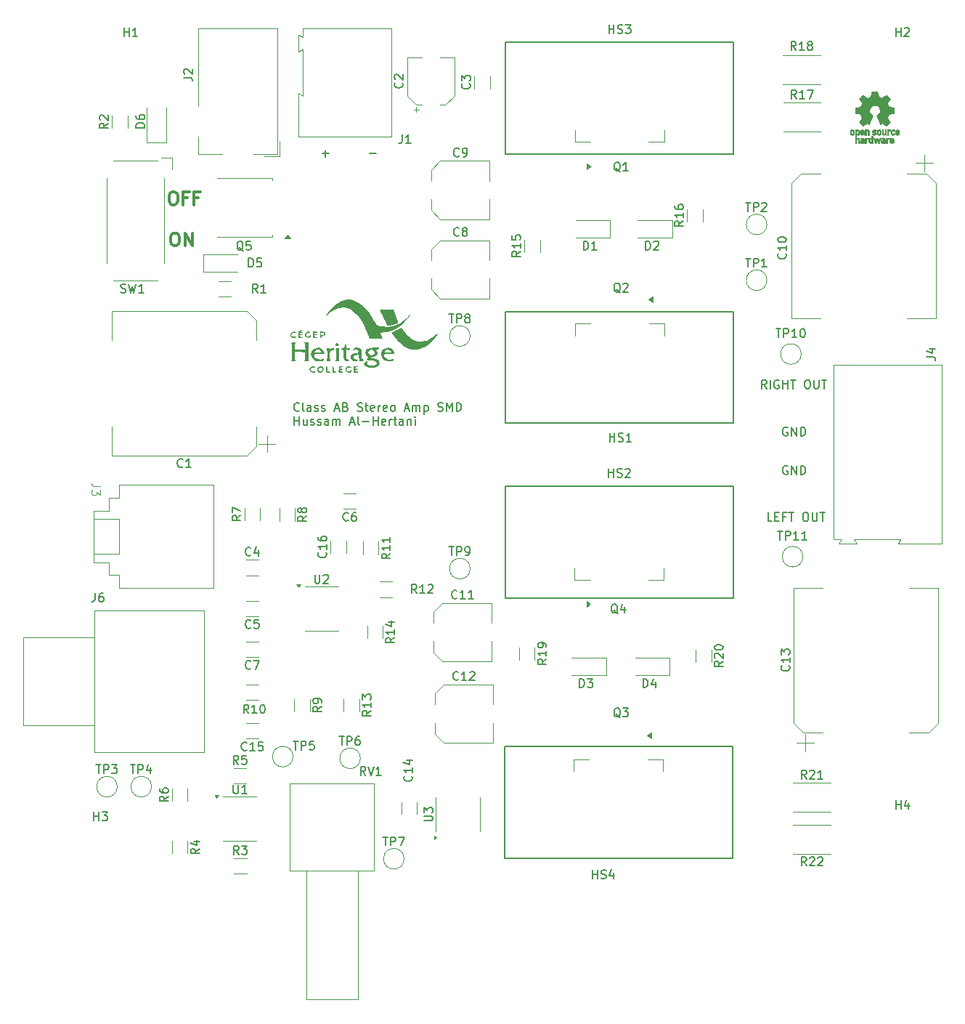
<source format=gto>
%TF.GenerationSoftware,KiCad,Pcbnew,8.0.7*%
%TF.CreationDate,2025-01-07T23:02:54-05:00*%
%TF.ProjectId,Class AB Stereo Amp SMD,436c6173-7320-4414-9220-53746572656f,rev?*%
%TF.SameCoordinates,Original*%
%TF.FileFunction,Legend,Top*%
%TF.FilePolarity,Positive*%
%FSLAX46Y46*%
G04 Gerber Fmt 4.6, Leading zero omitted, Abs format (unit mm)*
G04 Created by KiCad (PCBNEW 8.0.7) date 2025-01-07 23:02:54*
%MOMM*%
%LPD*%
G01*
G04 APERTURE LIST*
%ADD10C,0.300000*%
%ADD11C,0.150000*%
%ADD12C,0.100000*%
%ADD13C,0.120000*%
%ADD14C,0.000000*%
%ADD15C,0.010000*%
G04 APERTURE END LIST*
D10*
X109840225Y-69700828D02*
X110125939Y-69700828D01*
X110125939Y-69700828D02*
X110268796Y-69772257D01*
X110268796Y-69772257D02*
X110411653Y-69915114D01*
X110411653Y-69915114D02*
X110483082Y-70200828D01*
X110483082Y-70200828D02*
X110483082Y-70700828D01*
X110483082Y-70700828D02*
X110411653Y-70986542D01*
X110411653Y-70986542D02*
X110268796Y-71129400D01*
X110268796Y-71129400D02*
X110125939Y-71200828D01*
X110125939Y-71200828D02*
X109840225Y-71200828D01*
X109840225Y-71200828D02*
X109697368Y-71129400D01*
X109697368Y-71129400D02*
X109554510Y-70986542D01*
X109554510Y-70986542D02*
X109483082Y-70700828D01*
X109483082Y-70700828D02*
X109483082Y-70200828D01*
X109483082Y-70200828D02*
X109554510Y-69915114D01*
X109554510Y-69915114D02*
X109697368Y-69772257D01*
X109697368Y-69772257D02*
X109840225Y-69700828D01*
X111625939Y-70415114D02*
X111125939Y-70415114D01*
X111125939Y-71200828D02*
X111125939Y-69700828D01*
X111125939Y-69700828D02*
X111840225Y-69700828D01*
X112911653Y-70415114D02*
X112411653Y-70415114D01*
X112411653Y-71200828D02*
X112411653Y-69700828D01*
X112411653Y-69700828D02*
X113125939Y-69700828D01*
X110040225Y-74500828D02*
X110325939Y-74500828D01*
X110325939Y-74500828D02*
X110468796Y-74572257D01*
X110468796Y-74572257D02*
X110611653Y-74715114D01*
X110611653Y-74715114D02*
X110683082Y-75000828D01*
X110683082Y-75000828D02*
X110683082Y-75500828D01*
X110683082Y-75500828D02*
X110611653Y-75786542D01*
X110611653Y-75786542D02*
X110468796Y-75929400D01*
X110468796Y-75929400D02*
X110325939Y-76000828D01*
X110325939Y-76000828D02*
X110040225Y-76000828D01*
X110040225Y-76000828D02*
X109897368Y-75929400D01*
X109897368Y-75929400D02*
X109754510Y-75786542D01*
X109754510Y-75786542D02*
X109683082Y-75500828D01*
X109683082Y-75500828D02*
X109683082Y-75000828D01*
X109683082Y-75000828D02*
X109754510Y-74715114D01*
X109754510Y-74715114D02*
X109897368Y-74572257D01*
X109897368Y-74572257D02*
X110040225Y-74500828D01*
X111325939Y-76000828D02*
X111325939Y-74500828D01*
X111325939Y-74500828D02*
X112183082Y-76000828D01*
X112183082Y-76000828D02*
X112183082Y-74500828D01*
D11*
X181610588Y-97167438D02*
X181515350Y-97119819D01*
X181515350Y-97119819D02*
X181372493Y-97119819D01*
X181372493Y-97119819D02*
X181229636Y-97167438D01*
X181229636Y-97167438D02*
X181134398Y-97262676D01*
X181134398Y-97262676D02*
X181086779Y-97357914D01*
X181086779Y-97357914D02*
X181039160Y-97548390D01*
X181039160Y-97548390D02*
X181039160Y-97691247D01*
X181039160Y-97691247D02*
X181086779Y-97881723D01*
X181086779Y-97881723D02*
X181134398Y-97976961D01*
X181134398Y-97976961D02*
X181229636Y-98072200D01*
X181229636Y-98072200D02*
X181372493Y-98119819D01*
X181372493Y-98119819D02*
X181467731Y-98119819D01*
X181467731Y-98119819D02*
X181610588Y-98072200D01*
X181610588Y-98072200D02*
X181658207Y-98024580D01*
X181658207Y-98024580D02*
X181658207Y-97691247D01*
X181658207Y-97691247D02*
X181467731Y-97691247D01*
X182086779Y-98119819D02*
X182086779Y-97119819D01*
X182086779Y-97119819D02*
X182658207Y-98119819D01*
X182658207Y-98119819D02*
X182658207Y-97119819D01*
X183134398Y-98119819D02*
X183134398Y-97119819D01*
X183134398Y-97119819D02*
X183372493Y-97119819D01*
X183372493Y-97119819D02*
X183515350Y-97167438D01*
X183515350Y-97167438D02*
X183610588Y-97262676D01*
X183610588Y-97262676D02*
X183658207Y-97357914D01*
X183658207Y-97357914D02*
X183705826Y-97548390D01*
X183705826Y-97548390D02*
X183705826Y-97691247D01*
X183705826Y-97691247D02*
X183658207Y-97881723D01*
X183658207Y-97881723D02*
X183610588Y-97976961D01*
X183610588Y-97976961D02*
X183515350Y-98072200D01*
X183515350Y-98072200D02*
X183372493Y-98119819D01*
X183372493Y-98119819D02*
X183134398Y-98119819D01*
X124658207Y-95164636D02*
X124610588Y-95212256D01*
X124610588Y-95212256D02*
X124467731Y-95259875D01*
X124467731Y-95259875D02*
X124372493Y-95259875D01*
X124372493Y-95259875D02*
X124229636Y-95212256D01*
X124229636Y-95212256D02*
X124134398Y-95117017D01*
X124134398Y-95117017D02*
X124086779Y-95021779D01*
X124086779Y-95021779D02*
X124039160Y-94831303D01*
X124039160Y-94831303D02*
X124039160Y-94688446D01*
X124039160Y-94688446D02*
X124086779Y-94497970D01*
X124086779Y-94497970D02*
X124134398Y-94402732D01*
X124134398Y-94402732D02*
X124229636Y-94307494D01*
X124229636Y-94307494D02*
X124372493Y-94259875D01*
X124372493Y-94259875D02*
X124467731Y-94259875D01*
X124467731Y-94259875D02*
X124610588Y-94307494D01*
X124610588Y-94307494D02*
X124658207Y-94355113D01*
X125229636Y-95259875D02*
X125134398Y-95212256D01*
X125134398Y-95212256D02*
X125086779Y-95117017D01*
X125086779Y-95117017D02*
X125086779Y-94259875D01*
X126039160Y-95259875D02*
X126039160Y-94736065D01*
X126039160Y-94736065D02*
X125991541Y-94640827D01*
X125991541Y-94640827D02*
X125896303Y-94593208D01*
X125896303Y-94593208D02*
X125705827Y-94593208D01*
X125705827Y-94593208D02*
X125610589Y-94640827D01*
X126039160Y-95212256D02*
X125943922Y-95259875D01*
X125943922Y-95259875D02*
X125705827Y-95259875D01*
X125705827Y-95259875D02*
X125610589Y-95212256D01*
X125610589Y-95212256D02*
X125562970Y-95117017D01*
X125562970Y-95117017D02*
X125562970Y-95021779D01*
X125562970Y-95021779D02*
X125610589Y-94926541D01*
X125610589Y-94926541D02*
X125705827Y-94878922D01*
X125705827Y-94878922D02*
X125943922Y-94878922D01*
X125943922Y-94878922D02*
X126039160Y-94831303D01*
X126467732Y-95212256D02*
X126562970Y-95259875D01*
X126562970Y-95259875D02*
X126753446Y-95259875D01*
X126753446Y-95259875D02*
X126848684Y-95212256D01*
X126848684Y-95212256D02*
X126896303Y-95117017D01*
X126896303Y-95117017D02*
X126896303Y-95069398D01*
X126896303Y-95069398D02*
X126848684Y-94974160D01*
X126848684Y-94974160D02*
X126753446Y-94926541D01*
X126753446Y-94926541D02*
X126610589Y-94926541D01*
X126610589Y-94926541D02*
X126515351Y-94878922D01*
X126515351Y-94878922D02*
X126467732Y-94783684D01*
X126467732Y-94783684D02*
X126467732Y-94736065D01*
X126467732Y-94736065D02*
X126515351Y-94640827D01*
X126515351Y-94640827D02*
X126610589Y-94593208D01*
X126610589Y-94593208D02*
X126753446Y-94593208D01*
X126753446Y-94593208D02*
X126848684Y-94640827D01*
X127277256Y-95212256D02*
X127372494Y-95259875D01*
X127372494Y-95259875D02*
X127562970Y-95259875D01*
X127562970Y-95259875D02*
X127658208Y-95212256D01*
X127658208Y-95212256D02*
X127705827Y-95117017D01*
X127705827Y-95117017D02*
X127705827Y-95069398D01*
X127705827Y-95069398D02*
X127658208Y-94974160D01*
X127658208Y-94974160D02*
X127562970Y-94926541D01*
X127562970Y-94926541D02*
X127420113Y-94926541D01*
X127420113Y-94926541D02*
X127324875Y-94878922D01*
X127324875Y-94878922D02*
X127277256Y-94783684D01*
X127277256Y-94783684D02*
X127277256Y-94736065D01*
X127277256Y-94736065D02*
X127324875Y-94640827D01*
X127324875Y-94640827D02*
X127420113Y-94593208D01*
X127420113Y-94593208D02*
X127562970Y-94593208D01*
X127562970Y-94593208D02*
X127658208Y-94640827D01*
X128848685Y-94974160D02*
X129324875Y-94974160D01*
X128753447Y-95259875D02*
X129086780Y-94259875D01*
X129086780Y-94259875D02*
X129420113Y-95259875D01*
X130086780Y-94736065D02*
X130229637Y-94783684D01*
X130229637Y-94783684D02*
X130277256Y-94831303D01*
X130277256Y-94831303D02*
X130324875Y-94926541D01*
X130324875Y-94926541D02*
X130324875Y-95069398D01*
X130324875Y-95069398D02*
X130277256Y-95164636D01*
X130277256Y-95164636D02*
X130229637Y-95212256D01*
X130229637Y-95212256D02*
X130134399Y-95259875D01*
X130134399Y-95259875D02*
X129753447Y-95259875D01*
X129753447Y-95259875D02*
X129753447Y-94259875D01*
X129753447Y-94259875D02*
X130086780Y-94259875D01*
X130086780Y-94259875D02*
X130182018Y-94307494D01*
X130182018Y-94307494D02*
X130229637Y-94355113D01*
X130229637Y-94355113D02*
X130277256Y-94450351D01*
X130277256Y-94450351D02*
X130277256Y-94545589D01*
X130277256Y-94545589D02*
X130229637Y-94640827D01*
X130229637Y-94640827D02*
X130182018Y-94688446D01*
X130182018Y-94688446D02*
X130086780Y-94736065D01*
X130086780Y-94736065D02*
X129753447Y-94736065D01*
X131467733Y-95212256D02*
X131610590Y-95259875D01*
X131610590Y-95259875D02*
X131848685Y-95259875D01*
X131848685Y-95259875D02*
X131943923Y-95212256D01*
X131943923Y-95212256D02*
X131991542Y-95164636D01*
X131991542Y-95164636D02*
X132039161Y-95069398D01*
X132039161Y-95069398D02*
X132039161Y-94974160D01*
X132039161Y-94974160D02*
X131991542Y-94878922D01*
X131991542Y-94878922D02*
X131943923Y-94831303D01*
X131943923Y-94831303D02*
X131848685Y-94783684D01*
X131848685Y-94783684D02*
X131658209Y-94736065D01*
X131658209Y-94736065D02*
X131562971Y-94688446D01*
X131562971Y-94688446D02*
X131515352Y-94640827D01*
X131515352Y-94640827D02*
X131467733Y-94545589D01*
X131467733Y-94545589D02*
X131467733Y-94450351D01*
X131467733Y-94450351D02*
X131515352Y-94355113D01*
X131515352Y-94355113D02*
X131562971Y-94307494D01*
X131562971Y-94307494D02*
X131658209Y-94259875D01*
X131658209Y-94259875D02*
X131896304Y-94259875D01*
X131896304Y-94259875D02*
X132039161Y-94307494D01*
X132324876Y-94593208D02*
X132705828Y-94593208D01*
X132467733Y-94259875D02*
X132467733Y-95117017D01*
X132467733Y-95117017D02*
X132515352Y-95212256D01*
X132515352Y-95212256D02*
X132610590Y-95259875D01*
X132610590Y-95259875D02*
X132705828Y-95259875D01*
X133420114Y-95212256D02*
X133324876Y-95259875D01*
X133324876Y-95259875D02*
X133134400Y-95259875D01*
X133134400Y-95259875D02*
X133039162Y-95212256D01*
X133039162Y-95212256D02*
X132991543Y-95117017D01*
X132991543Y-95117017D02*
X132991543Y-94736065D01*
X132991543Y-94736065D02*
X133039162Y-94640827D01*
X133039162Y-94640827D02*
X133134400Y-94593208D01*
X133134400Y-94593208D02*
X133324876Y-94593208D01*
X133324876Y-94593208D02*
X133420114Y-94640827D01*
X133420114Y-94640827D02*
X133467733Y-94736065D01*
X133467733Y-94736065D02*
X133467733Y-94831303D01*
X133467733Y-94831303D02*
X132991543Y-94926541D01*
X133896305Y-95259875D02*
X133896305Y-94593208D01*
X133896305Y-94783684D02*
X133943924Y-94688446D01*
X133943924Y-94688446D02*
X133991543Y-94640827D01*
X133991543Y-94640827D02*
X134086781Y-94593208D01*
X134086781Y-94593208D02*
X134182019Y-94593208D01*
X134896305Y-95212256D02*
X134801067Y-95259875D01*
X134801067Y-95259875D02*
X134610591Y-95259875D01*
X134610591Y-95259875D02*
X134515353Y-95212256D01*
X134515353Y-95212256D02*
X134467734Y-95117017D01*
X134467734Y-95117017D02*
X134467734Y-94736065D01*
X134467734Y-94736065D02*
X134515353Y-94640827D01*
X134515353Y-94640827D02*
X134610591Y-94593208D01*
X134610591Y-94593208D02*
X134801067Y-94593208D01*
X134801067Y-94593208D02*
X134896305Y-94640827D01*
X134896305Y-94640827D02*
X134943924Y-94736065D01*
X134943924Y-94736065D02*
X134943924Y-94831303D01*
X134943924Y-94831303D02*
X134467734Y-94926541D01*
X135515353Y-95259875D02*
X135420115Y-95212256D01*
X135420115Y-95212256D02*
X135372496Y-95164636D01*
X135372496Y-95164636D02*
X135324877Y-95069398D01*
X135324877Y-95069398D02*
X135324877Y-94783684D01*
X135324877Y-94783684D02*
X135372496Y-94688446D01*
X135372496Y-94688446D02*
X135420115Y-94640827D01*
X135420115Y-94640827D02*
X135515353Y-94593208D01*
X135515353Y-94593208D02*
X135658210Y-94593208D01*
X135658210Y-94593208D02*
X135753448Y-94640827D01*
X135753448Y-94640827D02*
X135801067Y-94688446D01*
X135801067Y-94688446D02*
X135848686Y-94783684D01*
X135848686Y-94783684D02*
X135848686Y-95069398D01*
X135848686Y-95069398D02*
X135801067Y-95164636D01*
X135801067Y-95164636D02*
X135753448Y-95212256D01*
X135753448Y-95212256D02*
X135658210Y-95259875D01*
X135658210Y-95259875D02*
X135515353Y-95259875D01*
X136991544Y-94974160D02*
X137467734Y-94974160D01*
X136896306Y-95259875D02*
X137229639Y-94259875D01*
X137229639Y-94259875D02*
X137562972Y-95259875D01*
X137896306Y-95259875D02*
X137896306Y-94593208D01*
X137896306Y-94688446D02*
X137943925Y-94640827D01*
X137943925Y-94640827D02*
X138039163Y-94593208D01*
X138039163Y-94593208D02*
X138182020Y-94593208D01*
X138182020Y-94593208D02*
X138277258Y-94640827D01*
X138277258Y-94640827D02*
X138324877Y-94736065D01*
X138324877Y-94736065D02*
X138324877Y-95259875D01*
X138324877Y-94736065D02*
X138372496Y-94640827D01*
X138372496Y-94640827D02*
X138467734Y-94593208D01*
X138467734Y-94593208D02*
X138610591Y-94593208D01*
X138610591Y-94593208D02*
X138705830Y-94640827D01*
X138705830Y-94640827D02*
X138753449Y-94736065D01*
X138753449Y-94736065D02*
X138753449Y-95259875D01*
X139229639Y-94593208D02*
X139229639Y-95593208D01*
X139229639Y-94640827D02*
X139324877Y-94593208D01*
X139324877Y-94593208D02*
X139515353Y-94593208D01*
X139515353Y-94593208D02*
X139610591Y-94640827D01*
X139610591Y-94640827D02*
X139658210Y-94688446D01*
X139658210Y-94688446D02*
X139705829Y-94783684D01*
X139705829Y-94783684D02*
X139705829Y-95069398D01*
X139705829Y-95069398D02*
X139658210Y-95164636D01*
X139658210Y-95164636D02*
X139610591Y-95212256D01*
X139610591Y-95212256D02*
X139515353Y-95259875D01*
X139515353Y-95259875D02*
X139324877Y-95259875D01*
X139324877Y-95259875D02*
X139229639Y-95212256D01*
X140848687Y-95212256D02*
X140991544Y-95259875D01*
X140991544Y-95259875D02*
X141229639Y-95259875D01*
X141229639Y-95259875D02*
X141324877Y-95212256D01*
X141324877Y-95212256D02*
X141372496Y-95164636D01*
X141372496Y-95164636D02*
X141420115Y-95069398D01*
X141420115Y-95069398D02*
X141420115Y-94974160D01*
X141420115Y-94974160D02*
X141372496Y-94878922D01*
X141372496Y-94878922D02*
X141324877Y-94831303D01*
X141324877Y-94831303D02*
X141229639Y-94783684D01*
X141229639Y-94783684D02*
X141039163Y-94736065D01*
X141039163Y-94736065D02*
X140943925Y-94688446D01*
X140943925Y-94688446D02*
X140896306Y-94640827D01*
X140896306Y-94640827D02*
X140848687Y-94545589D01*
X140848687Y-94545589D02*
X140848687Y-94450351D01*
X140848687Y-94450351D02*
X140896306Y-94355113D01*
X140896306Y-94355113D02*
X140943925Y-94307494D01*
X140943925Y-94307494D02*
X141039163Y-94259875D01*
X141039163Y-94259875D02*
X141277258Y-94259875D01*
X141277258Y-94259875D02*
X141420115Y-94307494D01*
X141848687Y-95259875D02*
X141848687Y-94259875D01*
X141848687Y-94259875D02*
X142182020Y-94974160D01*
X142182020Y-94974160D02*
X142515353Y-94259875D01*
X142515353Y-94259875D02*
X142515353Y-95259875D01*
X142991544Y-95259875D02*
X142991544Y-94259875D01*
X142991544Y-94259875D02*
X143229639Y-94259875D01*
X143229639Y-94259875D02*
X143372496Y-94307494D01*
X143372496Y-94307494D02*
X143467734Y-94402732D01*
X143467734Y-94402732D02*
X143515353Y-94497970D01*
X143515353Y-94497970D02*
X143562972Y-94688446D01*
X143562972Y-94688446D02*
X143562972Y-94831303D01*
X143562972Y-94831303D02*
X143515353Y-95021779D01*
X143515353Y-95021779D02*
X143467734Y-95117017D01*
X143467734Y-95117017D02*
X143372496Y-95212256D01*
X143372496Y-95212256D02*
X143229639Y-95259875D01*
X143229639Y-95259875D02*
X142991544Y-95259875D01*
X124086779Y-96869819D02*
X124086779Y-95869819D01*
X124086779Y-96346009D02*
X124658207Y-96346009D01*
X124658207Y-96869819D02*
X124658207Y-95869819D01*
X125562969Y-96203152D02*
X125562969Y-96869819D01*
X125134398Y-96203152D02*
X125134398Y-96726961D01*
X125134398Y-96726961D02*
X125182017Y-96822200D01*
X125182017Y-96822200D02*
X125277255Y-96869819D01*
X125277255Y-96869819D02*
X125420112Y-96869819D01*
X125420112Y-96869819D02*
X125515350Y-96822200D01*
X125515350Y-96822200D02*
X125562969Y-96774580D01*
X125991541Y-96822200D02*
X126086779Y-96869819D01*
X126086779Y-96869819D02*
X126277255Y-96869819D01*
X126277255Y-96869819D02*
X126372493Y-96822200D01*
X126372493Y-96822200D02*
X126420112Y-96726961D01*
X126420112Y-96726961D02*
X126420112Y-96679342D01*
X126420112Y-96679342D02*
X126372493Y-96584104D01*
X126372493Y-96584104D02*
X126277255Y-96536485D01*
X126277255Y-96536485D02*
X126134398Y-96536485D01*
X126134398Y-96536485D02*
X126039160Y-96488866D01*
X126039160Y-96488866D02*
X125991541Y-96393628D01*
X125991541Y-96393628D02*
X125991541Y-96346009D01*
X125991541Y-96346009D02*
X126039160Y-96250771D01*
X126039160Y-96250771D02*
X126134398Y-96203152D01*
X126134398Y-96203152D02*
X126277255Y-96203152D01*
X126277255Y-96203152D02*
X126372493Y-96250771D01*
X126801065Y-96822200D02*
X126896303Y-96869819D01*
X126896303Y-96869819D02*
X127086779Y-96869819D01*
X127086779Y-96869819D02*
X127182017Y-96822200D01*
X127182017Y-96822200D02*
X127229636Y-96726961D01*
X127229636Y-96726961D02*
X127229636Y-96679342D01*
X127229636Y-96679342D02*
X127182017Y-96584104D01*
X127182017Y-96584104D02*
X127086779Y-96536485D01*
X127086779Y-96536485D02*
X126943922Y-96536485D01*
X126943922Y-96536485D02*
X126848684Y-96488866D01*
X126848684Y-96488866D02*
X126801065Y-96393628D01*
X126801065Y-96393628D02*
X126801065Y-96346009D01*
X126801065Y-96346009D02*
X126848684Y-96250771D01*
X126848684Y-96250771D02*
X126943922Y-96203152D01*
X126943922Y-96203152D02*
X127086779Y-96203152D01*
X127086779Y-96203152D02*
X127182017Y-96250771D01*
X128086779Y-96869819D02*
X128086779Y-96346009D01*
X128086779Y-96346009D02*
X128039160Y-96250771D01*
X128039160Y-96250771D02*
X127943922Y-96203152D01*
X127943922Y-96203152D02*
X127753446Y-96203152D01*
X127753446Y-96203152D02*
X127658208Y-96250771D01*
X128086779Y-96822200D02*
X127991541Y-96869819D01*
X127991541Y-96869819D02*
X127753446Y-96869819D01*
X127753446Y-96869819D02*
X127658208Y-96822200D01*
X127658208Y-96822200D02*
X127610589Y-96726961D01*
X127610589Y-96726961D02*
X127610589Y-96631723D01*
X127610589Y-96631723D02*
X127658208Y-96536485D01*
X127658208Y-96536485D02*
X127753446Y-96488866D01*
X127753446Y-96488866D02*
X127991541Y-96488866D01*
X127991541Y-96488866D02*
X128086779Y-96441247D01*
X128562970Y-96869819D02*
X128562970Y-96203152D01*
X128562970Y-96298390D02*
X128610589Y-96250771D01*
X128610589Y-96250771D02*
X128705827Y-96203152D01*
X128705827Y-96203152D02*
X128848684Y-96203152D01*
X128848684Y-96203152D02*
X128943922Y-96250771D01*
X128943922Y-96250771D02*
X128991541Y-96346009D01*
X128991541Y-96346009D02*
X128991541Y-96869819D01*
X128991541Y-96346009D02*
X129039160Y-96250771D01*
X129039160Y-96250771D02*
X129134398Y-96203152D01*
X129134398Y-96203152D02*
X129277255Y-96203152D01*
X129277255Y-96203152D02*
X129372494Y-96250771D01*
X129372494Y-96250771D02*
X129420113Y-96346009D01*
X129420113Y-96346009D02*
X129420113Y-96869819D01*
X130610589Y-96584104D02*
X131086779Y-96584104D01*
X130515351Y-96869819D02*
X130848684Y-95869819D01*
X130848684Y-95869819D02*
X131182017Y-96869819D01*
X131658208Y-96869819D02*
X131562970Y-96822200D01*
X131562970Y-96822200D02*
X131515351Y-96726961D01*
X131515351Y-96726961D02*
X131515351Y-95869819D01*
X132039161Y-96488866D02*
X132801066Y-96488866D01*
X133277256Y-96869819D02*
X133277256Y-95869819D01*
X133277256Y-96346009D02*
X133848684Y-96346009D01*
X133848684Y-96869819D02*
X133848684Y-95869819D01*
X134705827Y-96822200D02*
X134610589Y-96869819D01*
X134610589Y-96869819D02*
X134420113Y-96869819D01*
X134420113Y-96869819D02*
X134324875Y-96822200D01*
X134324875Y-96822200D02*
X134277256Y-96726961D01*
X134277256Y-96726961D02*
X134277256Y-96346009D01*
X134277256Y-96346009D02*
X134324875Y-96250771D01*
X134324875Y-96250771D02*
X134420113Y-96203152D01*
X134420113Y-96203152D02*
X134610589Y-96203152D01*
X134610589Y-96203152D02*
X134705827Y-96250771D01*
X134705827Y-96250771D02*
X134753446Y-96346009D01*
X134753446Y-96346009D02*
X134753446Y-96441247D01*
X134753446Y-96441247D02*
X134277256Y-96536485D01*
X135182018Y-96869819D02*
X135182018Y-96203152D01*
X135182018Y-96393628D02*
X135229637Y-96298390D01*
X135229637Y-96298390D02*
X135277256Y-96250771D01*
X135277256Y-96250771D02*
X135372494Y-96203152D01*
X135372494Y-96203152D02*
X135467732Y-96203152D01*
X135658209Y-96203152D02*
X136039161Y-96203152D01*
X135801066Y-95869819D02*
X135801066Y-96726961D01*
X135801066Y-96726961D02*
X135848685Y-96822200D01*
X135848685Y-96822200D02*
X135943923Y-96869819D01*
X135943923Y-96869819D02*
X136039161Y-96869819D01*
X136801066Y-96869819D02*
X136801066Y-96346009D01*
X136801066Y-96346009D02*
X136753447Y-96250771D01*
X136753447Y-96250771D02*
X136658209Y-96203152D01*
X136658209Y-96203152D02*
X136467733Y-96203152D01*
X136467733Y-96203152D02*
X136372495Y-96250771D01*
X136801066Y-96822200D02*
X136705828Y-96869819D01*
X136705828Y-96869819D02*
X136467733Y-96869819D01*
X136467733Y-96869819D02*
X136372495Y-96822200D01*
X136372495Y-96822200D02*
X136324876Y-96726961D01*
X136324876Y-96726961D02*
X136324876Y-96631723D01*
X136324876Y-96631723D02*
X136372495Y-96536485D01*
X136372495Y-96536485D02*
X136467733Y-96488866D01*
X136467733Y-96488866D02*
X136705828Y-96488866D01*
X136705828Y-96488866D02*
X136801066Y-96441247D01*
X137277257Y-96203152D02*
X137277257Y-96869819D01*
X137277257Y-96298390D02*
X137324876Y-96250771D01*
X137324876Y-96250771D02*
X137420114Y-96203152D01*
X137420114Y-96203152D02*
X137562971Y-96203152D01*
X137562971Y-96203152D02*
X137658209Y-96250771D01*
X137658209Y-96250771D02*
X137705828Y-96346009D01*
X137705828Y-96346009D02*
X137705828Y-96869819D01*
X138182019Y-96869819D02*
X138182019Y-96203152D01*
X138182019Y-95869819D02*
X138134400Y-95917438D01*
X138134400Y-95917438D02*
X138182019Y-95965057D01*
X138182019Y-95965057D02*
X138229638Y-95917438D01*
X138229638Y-95917438D02*
X138182019Y-95869819D01*
X138182019Y-95869819D02*
X138182019Y-95965057D01*
X181610588Y-101667438D02*
X181515350Y-101619819D01*
X181515350Y-101619819D02*
X181372493Y-101619819D01*
X181372493Y-101619819D02*
X181229636Y-101667438D01*
X181229636Y-101667438D02*
X181134398Y-101762676D01*
X181134398Y-101762676D02*
X181086779Y-101857914D01*
X181086779Y-101857914D02*
X181039160Y-102048390D01*
X181039160Y-102048390D02*
X181039160Y-102191247D01*
X181039160Y-102191247D02*
X181086779Y-102381723D01*
X181086779Y-102381723D02*
X181134398Y-102476961D01*
X181134398Y-102476961D02*
X181229636Y-102572200D01*
X181229636Y-102572200D02*
X181372493Y-102619819D01*
X181372493Y-102619819D02*
X181467731Y-102619819D01*
X181467731Y-102619819D02*
X181610588Y-102572200D01*
X181610588Y-102572200D02*
X181658207Y-102524580D01*
X181658207Y-102524580D02*
X181658207Y-102191247D01*
X181658207Y-102191247D02*
X181467731Y-102191247D01*
X182086779Y-102619819D02*
X182086779Y-101619819D01*
X182086779Y-101619819D02*
X182658207Y-102619819D01*
X182658207Y-102619819D02*
X182658207Y-101619819D01*
X183134398Y-102619819D02*
X183134398Y-101619819D01*
X183134398Y-101619819D02*
X183372493Y-101619819D01*
X183372493Y-101619819D02*
X183515350Y-101667438D01*
X183515350Y-101667438D02*
X183610588Y-101762676D01*
X183610588Y-101762676D02*
X183658207Y-101857914D01*
X183658207Y-101857914D02*
X183705826Y-102048390D01*
X183705826Y-102048390D02*
X183705826Y-102191247D01*
X183705826Y-102191247D02*
X183658207Y-102381723D01*
X183658207Y-102381723D02*
X183610588Y-102476961D01*
X183610588Y-102476961D02*
X183515350Y-102572200D01*
X183515350Y-102572200D02*
X183372493Y-102619819D01*
X183372493Y-102619819D02*
X183134398Y-102619819D01*
X179158207Y-92619819D02*
X178824874Y-92143628D01*
X178586779Y-92619819D02*
X178586779Y-91619819D01*
X178586779Y-91619819D02*
X178967731Y-91619819D01*
X178967731Y-91619819D02*
X179062969Y-91667438D01*
X179062969Y-91667438D02*
X179110588Y-91715057D01*
X179110588Y-91715057D02*
X179158207Y-91810295D01*
X179158207Y-91810295D02*
X179158207Y-91953152D01*
X179158207Y-91953152D02*
X179110588Y-92048390D01*
X179110588Y-92048390D02*
X179062969Y-92096009D01*
X179062969Y-92096009D02*
X178967731Y-92143628D01*
X178967731Y-92143628D02*
X178586779Y-92143628D01*
X179586779Y-92619819D02*
X179586779Y-91619819D01*
X180586778Y-91667438D02*
X180491540Y-91619819D01*
X180491540Y-91619819D02*
X180348683Y-91619819D01*
X180348683Y-91619819D02*
X180205826Y-91667438D01*
X180205826Y-91667438D02*
X180110588Y-91762676D01*
X180110588Y-91762676D02*
X180062969Y-91857914D01*
X180062969Y-91857914D02*
X180015350Y-92048390D01*
X180015350Y-92048390D02*
X180015350Y-92191247D01*
X180015350Y-92191247D02*
X180062969Y-92381723D01*
X180062969Y-92381723D02*
X180110588Y-92476961D01*
X180110588Y-92476961D02*
X180205826Y-92572200D01*
X180205826Y-92572200D02*
X180348683Y-92619819D01*
X180348683Y-92619819D02*
X180443921Y-92619819D01*
X180443921Y-92619819D02*
X180586778Y-92572200D01*
X180586778Y-92572200D02*
X180634397Y-92524580D01*
X180634397Y-92524580D02*
X180634397Y-92191247D01*
X180634397Y-92191247D02*
X180443921Y-92191247D01*
X181062969Y-92619819D02*
X181062969Y-91619819D01*
X181062969Y-92096009D02*
X181634397Y-92096009D01*
X181634397Y-92619819D02*
X181634397Y-91619819D01*
X181967731Y-91619819D02*
X182539159Y-91619819D01*
X182253445Y-92619819D02*
X182253445Y-91619819D01*
X183824874Y-91619819D02*
X184015350Y-91619819D01*
X184015350Y-91619819D02*
X184110588Y-91667438D01*
X184110588Y-91667438D02*
X184205826Y-91762676D01*
X184205826Y-91762676D02*
X184253445Y-91953152D01*
X184253445Y-91953152D02*
X184253445Y-92286485D01*
X184253445Y-92286485D02*
X184205826Y-92476961D01*
X184205826Y-92476961D02*
X184110588Y-92572200D01*
X184110588Y-92572200D02*
X184015350Y-92619819D01*
X184015350Y-92619819D02*
X183824874Y-92619819D01*
X183824874Y-92619819D02*
X183729636Y-92572200D01*
X183729636Y-92572200D02*
X183634398Y-92476961D01*
X183634398Y-92476961D02*
X183586779Y-92286485D01*
X183586779Y-92286485D02*
X183586779Y-91953152D01*
X183586779Y-91953152D02*
X183634398Y-91762676D01*
X183634398Y-91762676D02*
X183729636Y-91667438D01*
X183729636Y-91667438D02*
X183824874Y-91619819D01*
X184682017Y-91619819D02*
X184682017Y-92429342D01*
X184682017Y-92429342D02*
X184729636Y-92524580D01*
X184729636Y-92524580D02*
X184777255Y-92572200D01*
X184777255Y-92572200D02*
X184872493Y-92619819D01*
X184872493Y-92619819D02*
X185062969Y-92619819D01*
X185062969Y-92619819D02*
X185158207Y-92572200D01*
X185158207Y-92572200D02*
X185205826Y-92524580D01*
X185205826Y-92524580D02*
X185253445Y-92429342D01*
X185253445Y-92429342D02*
X185253445Y-91619819D01*
X185586779Y-91619819D02*
X186158207Y-91619819D01*
X185872493Y-92619819D02*
X185872493Y-91619819D01*
X132836779Y-65238866D02*
X133598684Y-65238866D01*
X127336779Y-65238866D02*
X128098684Y-65238866D01*
X127717731Y-65619819D02*
X127717731Y-64857914D01*
X179812969Y-108069819D02*
X179336779Y-108069819D01*
X179336779Y-108069819D02*
X179336779Y-107069819D01*
X180146303Y-107546009D02*
X180479636Y-107546009D01*
X180622493Y-108069819D02*
X180146303Y-108069819D01*
X180146303Y-108069819D02*
X180146303Y-107069819D01*
X180146303Y-107069819D02*
X180622493Y-107069819D01*
X181384398Y-107546009D02*
X181051065Y-107546009D01*
X181051065Y-108069819D02*
X181051065Y-107069819D01*
X181051065Y-107069819D02*
X181527255Y-107069819D01*
X181765351Y-107069819D02*
X182336779Y-107069819D01*
X182051065Y-108069819D02*
X182051065Y-107069819D01*
X183622494Y-107069819D02*
X183812970Y-107069819D01*
X183812970Y-107069819D02*
X183908208Y-107117438D01*
X183908208Y-107117438D02*
X184003446Y-107212676D01*
X184003446Y-107212676D02*
X184051065Y-107403152D01*
X184051065Y-107403152D02*
X184051065Y-107736485D01*
X184051065Y-107736485D02*
X184003446Y-107926961D01*
X184003446Y-107926961D02*
X183908208Y-108022200D01*
X183908208Y-108022200D02*
X183812970Y-108069819D01*
X183812970Y-108069819D02*
X183622494Y-108069819D01*
X183622494Y-108069819D02*
X183527256Y-108022200D01*
X183527256Y-108022200D02*
X183432018Y-107926961D01*
X183432018Y-107926961D02*
X183384399Y-107736485D01*
X183384399Y-107736485D02*
X183384399Y-107403152D01*
X183384399Y-107403152D02*
X183432018Y-107212676D01*
X183432018Y-107212676D02*
X183527256Y-107117438D01*
X183527256Y-107117438D02*
X183622494Y-107069819D01*
X184479637Y-107069819D02*
X184479637Y-107879342D01*
X184479637Y-107879342D02*
X184527256Y-107974580D01*
X184527256Y-107974580D02*
X184574875Y-108022200D01*
X184574875Y-108022200D02*
X184670113Y-108069819D01*
X184670113Y-108069819D02*
X184860589Y-108069819D01*
X184860589Y-108069819D02*
X184955827Y-108022200D01*
X184955827Y-108022200D02*
X185003446Y-107974580D01*
X185003446Y-107974580D02*
X185051065Y-107879342D01*
X185051065Y-107879342D02*
X185051065Y-107069819D01*
X185384399Y-107069819D02*
X185955827Y-107069819D01*
X185670113Y-108069819D02*
X185670113Y-107069819D01*
X111204819Y-56383333D02*
X111919104Y-56383333D01*
X111919104Y-56383333D02*
X112061961Y-56430952D01*
X112061961Y-56430952D02*
X112157200Y-56526190D01*
X112157200Y-56526190D02*
X112204819Y-56669047D01*
X112204819Y-56669047D02*
X112204819Y-56764285D01*
X111300057Y-55954761D02*
X111252438Y-55907142D01*
X111252438Y-55907142D02*
X111204819Y-55811904D01*
X111204819Y-55811904D02*
X111204819Y-55573809D01*
X111204819Y-55573809D02*
X111252438Y-55478571D01*
X111252438Y-55478571D02*
X111300057Y-55430952D01*
X111300057Y-55430952D02*
X111395295Y-55383333D01*
X111395295Y-55383333D02*
X111490533Y-55383333D01*
X111490533Y-55383333D02*
X111633390Y-55430952D01*
X111633390Y-55430952D02*
X112204819Y-56002380D01*
X112204819Y-56002380D02*
X112204819Y-55383333D01*
X129338095Y-133156819D02*
X129909523Y-133156819D01*
X129623809Y-134156819D02*
X129623809Y-133156819D01*
X130242857Y-134156819D02*
X130242857Y-133156819D01*
X130242857Y-133156819D02*
X130623809Y-133156819D01*
X130623809Y-133156819D02*
X130719047Y-133204438D01*
X130719047Y-133204438D02*
X130766666Y-133252057D01*
X130766666Y-133252057D02*
X130814285Y-133347295D01*
X130814285Y-133347295D02*
X130814285Y-133490152D01*
X130814285Y-133490152D02*
X130766666Y-133585390D01*
X130766666Y-133585390D02*
X130719047Y-133633009D01*
X130719047Y-133633009D02*
X130623809Y-133680628D01*
X130623809Y-133680628D02*
X130242857Y-133680628D01*
X131671428Y-133156819D02*
X131480952Y-133156819D01*
X131480952Y-133156819D02*
X131385714Y-133204438D01*
X131385714Y-133204438D02*
X131338095Y-133252057D01*
X131338095Y-133252057D02*
X131242857Y-133394914D01*
X131242857Y-133394914D02*
X131195238Y-133585390D01*
X131195238Y-133585390D02*
X131195238Y-133966342D01*
X131195238Y-133966342D02*
X131242857Y-134061580D01*
X131242857Y-134061580D02*
X131290476Y-134109200D01*
X131290476Y-134109200D02*
X131385714Y-134156819D01*
X131385714Y-134156819D02*
X131576190Y-134156819D01*
X131576190Y-134156819D02*
X131671428Y-134109200D01*
X131671428Y-134109200D02*
X131719047Y-134061580D01*
X131719047Y-134061580D02*
X131766666Y-133966342D01*
X131766666Y-133966342D02*
X131766666Y-133728247D01*
X131766666Y-133728247D02*
X131719047Y-133633009D01*
X131719047Y-133633009D02*
X131671428Y-133585390D01*
X131671428Y-133585390D02*
X131576190Y-133537771D01*
X131576190Y-133537771D02*
X131385714Y-133537771D01*
X131385714Y-133537771D02*
X131290476Y-133585390D01*
X131290476Y-133585390D02*
X131242857Y-133633009D01*
X131242857Y-133633009D02*
X131195238Y-133728247D01*
X143295833Y-65509580D02*
X143248214Y-65557200D01*
X143248214Y-65557200D02*
X143105357Y-65604819D01*
X143105357Y-65604819D02*
X143010119Y-65604819D01*
X143010119Y-65604819D02*
X142867262Y-65557200D01*
X142867262Y-65557200D02*
X142772024Y-65461961D01*
X142772024Y-65461961D02*
X142724405Y-65366723D01*
X142724405Y-65366723D02*
X142676786Y-65176247D01*
X142676786Y-65176247D02*
X142676786Y-65033390D01*
X142676786Y-65033390D02*
X142724405Y-64842914D01*
X142724405Y-64842914D02*
X142772024Y-64747676D01*
X142772024Y-64747676D02*
X142867262Y-64652438D01*
X142867262Y-64652438D02*
X143010119Y-64604819D01*
X143010119Y-64604819D02*
X143105357Y-64604819D01*
X143105357Y-64604819D02*
X143248214Y-64652438D01*
X143248214Y-64652438D02*
X143295833Y-64700057D01*
X143772024Y-65604819D02*
X143962500Y-65604819D01*
X143962500Y-65604819D02*
X144057738Y-65557200D01*
X144057738Y-65557200D02*
X144105357Y-65509580D01*
X144105357Y-65509580D02*
X144200595Y-65366723D01*
X144200595Y-65366723D02*
X144248214Y-65176247D01*
X144248214Y-65176247D02*
X144248214Y-64795295D01*
X144248214Y-64795295D02*
X144200595Y-64700057D01*
X144200595Y-64700057D02*
X144152976Y-64652438D01*
X144152976Y-64652438D02*
X144057738Y-64604819D01*
X144057738Y-64604819D02*
X143867262Y-64604819D01*
X143867262Y-64604819D02*
X143772024Y-64652438D01*
X143772024Y-64652438D02*
X143724405Y-64700057D01*
X143724405Y-64700057D02*
X143676786Y-64795295D01*
X143676786Y-64795295D02*
X143676786Y-65033390D01*
X143676786Y-65033390D02*
X143724405Y-65128628D01*
X143724405Y-65128628D02*
X143772024Y-65176247D01*
X143772024Y-65176247D02*
X143867262Y-65223866D01*
X143867262Y-65223866D02*
X144057738Y-65223866D01*
X144057738Y-65223866D02*
X144152976Y-65176247D01*
X144152976Y-65176247D02*
X144200595Y-65128628D01*
X144200595Y-65128628D02*
X144248214Y-65033390D01*
X104988095Y-136456819D02*
X105559523Y-136456819D01*
X105273809Y-137456819D02*
X105273809Y-136456819D01*
X105892857Y-137456819D02*
X105892857Y-136456819D01*
X105892857Y-136456819D02*
X106273809Y-136456819D01*
X106273809Y-136456819D02*
X106369047Y-136504438D01*
X106369047Y-136504438D02*
X106416666Y-136552057D01*
X106416666Y-136552057D02*
X106464285Y-136647295D01*
X106464285Y-136647295D02*
X106464285Y-136790152D01*
X106464285Y-136790152D02*
X106416666Y-136885390D01*
X106416666Y-136885390D02*
X106369047Y-136933009D01*
X106369047Y-136933009D02*
X106273809Y-136980628D01*
X106273809Y-136980628D02*
X105892857Y-136980628D01*
X107321428Y-136790152D02*
X107321428Y-137456819D01*
X107083333Y-136409200D02*
X106845238Y-137123485D01*
X106845238Y-137123485D02*
X107464285Y-137123485D01*
X142138095Y-111056819D02*
X142709523Y-111056819D01*
X142423809Y-112056819D02*
X142423809Y-111056819D01*
X143042857Y-112056819D02*
X143042857Y-111056819D01*
X143042857Y-111056819D02*
X143423809Y-111056819D01*
X143423809Y-111056819D02*
X143519047Y-111104438D01*
X143519047Y-111104438D02*
X143566666Y-111152057D01*
X143566666Y-111152057D02*
X143614285Y-111247295D01*
X143614285Y-111247295D02*
X143614285Y-111390152D01*
X143614285Y-111390152D02*
X143566666Y-111485390D01*
X143566666Y-111485390D02*
X143519047Y-111533009D01*
X143519047Y-111533009D02*
X143423809Y-111580628D01*
X143423809Y-111580628D02*
X143042857Y-111580628D01*
X144090476Y-112056819D02*
X144280952Y-112056819D01*
X144280952Y-112056819D02*
X144376190Y-112009200D01*
X144376190Y-112009200D02*
X144423809Y-111961580D01*
X144423809Y-111961580D02*
X144519047Y-111818723D01*
X144519047Y-111818723D02*
X144566666Y-111628247D01*
X144566666Y-111628247D02*
X144566666Y-111247295D01*
X144566666Y-111247295D02*
X144519047Y-111152057D01*
X144519047Y-111152057D02*
X144471428Y-111104438D01*
X144471428Y-111104438D02*
X144376190Y-111056819D01*
X144376190Y-111056819D02*
X144185714Y-111056819D01*
X144185714Y-111056819D02*
X144090476Y-111104438D01*
X144090476Y-111104438D02*
X144042857Y-111152057D01*
X144042857Y-111152057D02*
X143995238Y-111247295D01*
X143995238Y-111247295D02*
X143995238Y-111485390D01*
X143995238Y-111485390D02*
X144042857Y-111580628D01*
X144042857Y-111580628D02*
X144090476Y-111628247D01*
X144090476Y-111628247D02*
X144185714Y-111675866D01*
X144185714Y-111675866D02*
X144376190Y-111675866D01*
X144376190Y-111675866D02*
X144471428Y-111628247D01*
X144471428Y-111628247D02*
X144519047Y-111580628D01*
X144519047Y-111580628D02*
X144566666Y-111485390D01*
X174074819Y-124392857D02*
X173598628Y-124726190D01*
X174074819Y-124964285D02*
X173074819Y-124964285D01*
X173074819Y-124964285D02*
X173074819Y-124583333D01*
X173074819Y-124583333D02*
X173122438Y-124488095D01*
X173122438Y-124488095D02*
X173170057Y-124440476D01*
X173170057Y-124440476D02*
X173265295Y-124392857D01*
X173265295Y-124392857D02*
X173408152Y-124392857D01*
X173408152Y-124392857D02*
X173503390Y-124440476D01*
X173503390Y-124440476D02*
X173551009Y-124488095D01*
X173551009Y-124488095D02*
X173598628Y-124583333D01*
X173598628Y-124583333D02*
X173598628Y-124964285D01*
X173170057Y-124011904D02*
X173122438Y-123964285D01*
X173122438Y-123964285D02*
X173074819Y-123869047D01*
X173074819Y-123869047D02*
X173074819Y-123630952D01*
X173074819Y-123630952D02*
X173122438Y-123535714D01*
X173122438Y-123535714D02*
X173170057Y-123488095D01*
X173170057Y-123488095D02*
X173265295Y-123440476D01*
X173265295Y-123440476D02*
X173360533Y-123440476D01*
X173360533Y-123440476D02*
X173503390Y-123488095D01*
X173503390Y-123488095D02*
X174074819Y-124059523D01*
X174074819Y-124059523D02*
X174074819Y-123440476D01*
X173074819Y-122821428D02*
X173074819Y-122726190D01*
X173074819Y-122726190D02*
X173122438Y-122630952D01*
X173122438Y-122630952D02*
X173170057Y-122583333D01*
X173170057Y-122583333D02*
X173265295Y-122535714D01*
X173265295Y-122535714D02*
X173455771Y-122488095D01*
X173455771Y-122488095D02*
X173693866Y-122488095D01*
X173693866Y-122488095D02*
X173884342Y-122535714D01*
X173884342Y-122535714D02*
X173979580Y-122583333D01*
X173979580Y-122583333D02*
X174027200Y-122630952D01*
X174027200Y-122630952D02*
X174074819Y-122726190D01*
X174074819Y-122726190D02*
X174074819Y-122821428D01*
X174074819Y-122821428D02*
X174027200Y-122916666D01*
X174027200Y-122916666D02*
X173979580Y-122964285D01*
X173979580Y-122964285D02*
X173884342Y-123011904D01*
X173884342Y-123011904D02*
X173693866Y-123059523D01*
X173693866Y-123059523D02*
X173455771Y-123059523D01*
X173455771Y-123059523D02*
X173265295Y-123011904D01*
X173265295Y-123011904D02*
X173170057Y-122964285D01*
X173170057Y-122964285D02*
X173122438Y-122916666D01*
X173122438Y-122916666D02*
X173074819Y-122821428D01*
X119020833Y-112009580D02*
X118973214Y-112057200D01*
X118973214Y-112057200D02*
X118830357Y-112104819D01*
X118830357Y-112104819D02*
X118735119Y-112104819D01*
X118735119Y-112104819D02*
X118592262Y-112057200D01*
X118592262Y-112057200D02*
X118497024Y-111961961D01*
X118497024Y-111961961D02*
X118449405Y-111866723D01*
X118449405Y-111866723D02*
X118401786Y-111676247D01*
X118401786Y-111676247D02*
X118401786Y-111533390D01*
X118401786Y-111533390D02*
X118449405Y-111342914D01*
X118449405Y-111342914D02*
X118497024Y-111247676D01*
X118497024Y-111247676D02*
X118592262Y-111152438D01*
X118592262Y-111152438D02*
X118735119Y-111104819D01*
X118735119Y-111104819D02*
X118830357Y-111104819D01*
X118830357Y-111104819D02*
X118973214Y-111152438D01*
X118973214Y-111152438D02*
X119020833Y-111200057D01*
X119877976Y-111438152D02*
X119877976Y-112104819D01*
X119639881Y-111057200D02*
X119401786Y-111771485D01*
X119401786Y-111771485D02*
X120020833Y-111771485D01*
X135274819Y-111842857D02*
X134798628Y-112176190D01*
X135274819Y-112414285D02*
X134274819Y-112414285D01*
X134274819Y-112414285D02*
X134274819Y-112033333D01*
X134274819Y-112033333D02*
X134322438Y-111938095D01*
X134322438Y-111938095D02*
X134370057Y-111890476D01*
X134370057Y-111890476D02*
X134465295Y-111842857D01*
X134465295Y-111842857D02*
X134608152Y-111842857D01*
X134608152Y-111842857D02*
X134703390Y-111890476D01*
X134703390Y-111890476D02*
X134751009Y-111938095D01*
X134751009Y-111938095D02*
X134798628Y-112033333D01*
X134798628Y-112033333D02*
X134798628Y-112414285D01*
X135274819Y-110890476D02*
X135274819Y-111461904D01*
X135274819Y-111176190D02*
X134274819Y-111176190D01*
X134274819Y-111176190D02*
X134417676Y-111271428D01*
X134417676Y-111271428D02*
X134512914Y-111366666D01*
X134512914Y-111366666D02*
X134560533Y-111461904D01*
X135274819Y-109938095D02*
X135274819Y-110509523D01*
X135274819Y-110223809D02*
X134274819Y-110223809D01*
X134274819Y-110223809D02*
X134417676Y-110319047D01*
X134417676Y-110319047D02*
X134512914Y-110414285D01*
X134512914Y-110414285D02*
X134560533Y-110509523D01*
X182607142Y-53204819D02*
X182273809Y-52728628D01*
X182035714Y-53204819D02*
X182035714Y-52204819D01*
X182035714Y-52204819D02*
X182416666Y-52204819D01*
X182416666Y-52204819D02*
X182511904Y-52252438D01*
X182511904Y-52252438D02*
X182559523Y-52300057D01*
X182559523Y-52300057D02*
X182607142Y-52395295D01*
X182607142Y-52395295D02*
X182607142Y-52538152D01*
X182607142Y-52538152D02*
X182559523Y-52633390D01*
X182559523Y-52633390D02*
X182511904Y-52681009D01*
X182511904Y-52681009D02*
X182416666Y-52728628D01*
X182416666Y-52728628D02*
X182035714Y-52728628D01*
X183559523Y-53204819D02*
X182988095Y-53204819D01*
X183273809Y-53204819D02*
X183273809Y-52204819D01*
X183273809Y-52204819D02*
X183178571Y-52347676D01*
X183178571Y-52347676D02*
X183083333Y-52442914D01*
X183083333Y-52442914D02*
X182988095Y-52490533D01*
X184130952Y-52633390D02*
X184035714Y-52585771D01*
X184035714Y-52585771D02*
X183988095Y-52538152D01*
X183988095Y-52538152D02*
X183940476Y-52442914D01*
X183940476Y-52442914D02*
X183940476Y-52395295D01*
X183940476Y-52395295D02*
X183988095Y-52300057D01*
X183988095Y-52300057D02*
X184035714Y-52252438D01*
X184035714Y-52252438D02*
X184130952Y-52204819D01*
X184130952Y-52204819D02*
X184321428Y-52204819D01*
X184321428Y-52204819D02*
X184416666Y-52252438D01*
X184416666Y-52252438D02*
X184464285Y-52300057D01*
X184464285Y-52300057D02*
X184511904Y-52395295D01*
X184511904Y-52395295D02*
X184511904Y-52442914D01*
X184511904Y-52442914D02*
X184464285Y-52538152D01*
X184464285Y-52538152D02*
X184416666Y-52585771D01*
X184416666Y-52585771D02*
X184321428Y-52633390D01*
X184321428Y-52633390D02*
X184130952Y-52633390D01*
X184130952Y-52633390D02*
X184035714Y-52681009D01*
X184035714Y-52681009D02*
X183988095Y-52728628D01*
X183988095Y-52728628D02*
X183940476Y-52823866D01*
X183940476Y-52823866D02*
X183940476Y-53014342D01*
X183940476Y-53014342D02*
X183988095Y-53109580D01*
X183988095Y-53109580D02*
X184035714Y-53157200D01*
X184035714Y-53157200D02*
X184130952Y-53204819D01*
X184130952Y-53204819D02*
X184321428Y-53204819D01*
X184321428Y-53204819D02*
X184416666Y-53157200D01*
X184416666Y-53157200D02*
X184464285Y-53109580D01*
X184464285Y-53109580D02*
X184511904Y-53014342D01*
X184511904Y-53014342D02*
X184511904Y-52823866D01*
X184511904Y-52823866D02*
X184464285Y-52728628D01*
X184464285Y-52728628D02*
X184416666Y-52681009D01*
X184416666Y-52681009D02*
X184321428Y-52633390D01*
X142138095Y-83956819D02*
X142709523Y-83956819D01*
X142423809Y-84956819D02*
X142423809Y-83956819D01*
X143042857Y-84956819D02*
X143042857Y-83956819D01*
X143042857Y-83956819D02*
X143423809Y-83956819D01*
X143423809Y-83956819D02*
X143519047Y-84004438D01*
X143519047Y-84004438D02*
X143566666Y-84052057D01*
X143566666Y-84052057D02*
X143614285Y-84147295D01*
X143614285Y-84147295D02*
X143614285Y-84290152D01*
X143614285Y-84290152D02*
X143566666Y-84385390D01*
X143566666Y-84385390D02*
X143519047Y-84433009D01*
X143519047Y-84433009D02*
X143423809Y-84480628D01*
X143423809Y-84480628D02*
X143042857Y-84480628D01*
X144185714Y-84385390D02*
X144090476Y-84337771D01*
X144090476Y-84337771D02*
X144042857Y-84290152D01*
X144042857Y-84290152D02*
X143995238Y-84194914D01*
X143995238Y-84194914D02*
X143995238Y-84147295D01*
X143995238Y-84147295D02*
X144042857Y-84052057D01*
X144042857Y-84052057D02*
X144090476Y-84004438D01*
X144090476Y-84004438D02*
X144185714Y-83956819D01*
X144185714Y-83956819D02*
X144376190Y-83956819D01*
X144376190Y-83956819D02*
X144471428Y-84004438D01*
X144471428Y-84004438D02*
X144519047Y-84052057D01*
X144519047Y-84052057D02*
X144566666Y-84147295D01*
X144566666Y-84147295D02*
X144566666Y-84194914D01*
X144566666Y-84194914D02*
X144519047Y-84290152D01*
X144519047Y-84290152D02*
X144471428Y-84337771D01*
X144471428Y-84337771D02*
X144376190Y-84385390D01*
X144376190Y-84385390D02*
X144185714Y-84385390D01*
X144185714Y-84385390D02*
X144090476Y-84433009D01*
X144090476Y-84433009D02*
X144042857Y-84480628D01*
X144042857Y-84480628D02*
X143995238Y-84575866D01*
X143995238Y-84575866D02*
X143995238Y-84766342D01*
X143995238Y-84766342D02*
X144042857Y-84861580D01*
X144042857Y-84861580D02*
X144090476Y-84909200D01*
X144090476Y-84909200D02*
X144185714Y-84956819D01*
X144185714Y-84956819D02*
X144376190Y-84956819D01*
X144376190Y-84956819D02*
X144471428Y-84909200D01*
X144471428Y-84909200D02*
X144519047Y-84861580D01*
X144519047Y-84861580D02*
X144566666Y-84766342D01*
X144566666Y-84766342D02*
X144566666Y-84575866D01*
X144566666Y-84575866D02*
X144519047Y-84480628D01*
X144519047Y-84480628D02*
X144471428Y-84433009D01*
X144471428Y-84433009D02*
X144376190Y-84385390D01*
X133024819Y-130142857D02*
X132548628Y-130476190D01*
X133024819Y-130714285D02*
X132024819Y-130714285D01*
X132024819Y-130714285D02*
X132024819Y-130333333D01*
X132024819Y-130333333D02*
X132072438Y-130238095D01*
X132072438Y-130238095D02*
X132120057Y-130190476D01*
X132120057Y-130190476D02*
X132215295Y-130142857D01*
X132215295Y-130142857D02*
X132358152Y-130142857D01*
X132358152Y-130142857D02*
X132453390Y-130190476D01*
X132453390Y-130190476D02*
X132501009Y-130238095D01*
X132501009Y-130238095D02*
X132548628Y-130333333D01*
X132548628Y-130333333D02*
X132548628Y-130714285D01*
X133024819Y-129190476D02*
X133024819Y-129761904D01*
X133024819Y-129476190D02*
X132024819Y-129476190D01*
X132024819Y-129476190D02*
X132167676Y-129571428D01*
X132167676Y-129571428D02*
X132262914Y-129666666D01*
X132262914Y-129666666D02*
X132310533Y-129761904D01*
X132024819Y-128857142D02*
X132024819Y-128238095D01*
X132024819Y-128238095D02*
X132405771Y-128571428D01*
X132405771Y-128571428D02*
X132405771Y-128428571D01*
X132405771Y-128428571D02*
X132453390Y-128333333D01*
X132453390Y-128333333D02*
X132501009Y-128285714D01*
X132501009Y-128285714D02*
X132596247Y-128238095D01*
X132596247Y-128238095D02*
X132834342Y-128238095D01*
X132834342Y-128238095D02*
X132929580Y-128285714D01*
X132929580Y-128285714D02*
X132977200Y-128333333D01*
X132977200Y-128333333D02*
X133024819Y-128428571D01*
X133024819Y-128428571D02*
X133024819Y-128714285D01*
X133024819Y-128714285D02*
X132977200Y-128809523D01*
X132977200Y-128809523D02*
X132929580Y-128857142D01*
X132404761Y-137654819D02*
X132071428Y-137178628D01*
X131833333Y-137654819D02*
X131833333Y-136654819D01*
X131833333Y-136654819D02*
X132214285Y-136654819D01*
X132214285Y-136654819D02*
X132309523Y-136702438D01*
X132309523Y-136702438D02*
X132357142Y-136750057D01*
X132357142Y-136750057D02*
X132404761Y-136845295D01*
X132404761Y-136845295D02*
X132404761Y-136988152D01*
X132404761Y-136988152D02*
X132357142Y-137083390D01*
X132357142Y-137083390D02*
X132309523Y-137131009D01*
X132309523Y-137131009D02*
X132214285Y-137178628D01*
X132214285Y-137178628D02*
X131833333Y-137178628D01*
X132690476Y-136654819D02*
X133023809Y-137654819D01*
X133023809Y-137654819D02*
X133357142Y-136654819D01*
X134214285Y-137654819D02*
X133642857Y-137654819D01*
X133928571Y-137654819D02*
X133928571Y-136654819D01*
X133928571Y-136654819D02*
X133833333Y-136797676D01*
X133833333Y-136797676D02*
X133738095Y-136892914D01*
X133738095Y-136892914D02*
X133642857Y-136940533D01*
X165061905Y-76454819D02*
X165061905Y-75454819D01*
X165061905Y-75454819D02*
X165300000Y-75454819D01*
X165300000Y-75454819D02*
X165442857Y-75502438D01*
X165442857Y-75502438D02*
X165538095Y-75597676D01*
X165538095Y-75597676D02*
X165585714Y-75692914D01*
X165585714Y-75692914D02*
X165633333Y-75883390D01*
X165633333Y-75883390D02*
X165633333Y-76026247D01*
X165633333Y-76026247D02*
X165585714Y-76216723D01*
X165585714Y-76216723D02*
X165538095Y-76311961D01*
X165538095Y-76311961D02*
X165442857Y-76407200D01*
X165442857Y-76407200D02*
X165300000Y-76454819D01*
X165300000Y-76454819D02*
X165061905Y-76454819D01*
X166014286Y-75550057D02*
X166061905Y-75502438D01*
X166061905Y-75502438D02*
X166157143Y-75454819D01*
X166157143Y-75454819D02*
X166395238Y-75454819D01*
X166395238Y-75454819D02*
X166490476Y-75502438D01*
X166490476Y-75502438D02*
X166538095Y-75550057D01*
X166538095Y-75550057D02*
X166585714Y-75645295D01*
X166585714Y-75645295D02*
X166585714Y-75740533D01*
X166585714Y-75740533D02*
X166538095Y-75883390D01*
X166538095Y-75883390D02*
X165966667Y-76454819D01*
X165966667Y-76454819D02*
X166585714Y-76454819D01*
X136666666Y-63054819D02*
X136666666Y-63769104D01*
X136666666Y-63769104D02*
X136619047Y-63911961D01*
X136619047Y-63911961D02*
X136523809Y-64007200D01*
X136523809Y-64007200D02*
X136380952Y-64054819D01*
X136380952Y-64054819D02*
X136285714Y-64054819D01*
X137666666Y-64054819D02*
X137095238Y-64054819D01*
X137380952Y-64054819D02*
X137380952Y-63054819D01*
X137380952Y-63054819D02*
X137285714Y-63197676D01*
X137285714Y-63197676D02*
X137190476Y-63292914D01*
X137190476Y-63292914D02*
X137095238Y-63340533D01*
X160791905Y-51254819D02*
X160791905Y-50254819D01*
X160791905Y-50731009D02*
X161363333Y-50731009D01*
X161363333Y-51254819D02*
X161363333Y-50254819D01*
X161791905Y-51207200D02*
X161934762Y-51254819D01*
X161934762Y-51254819D02*
X162172857Y-51254819D01*
X162172857Y-51254819D02*
X162268095Y-51207200D01*
X162268095Y-51207200D02*
X162315714Y-51159580D01*
X162315714Y-51159580D02*
X162363333Y-51064342D01*
X162363333Y-51064342D02*
X162363333Y-50969104D01*
X162363333Y-50969104D02*
X162315714Y-50873866D01*
X162315714Y-50873866D02*
X162268095Y-50826247D01*
X162268095Y-50826247D02*
X162172857Y-50778628D01*
X162172857Y-50778628D02*
X161982381Y-50731009D01*
X161982381Y-50731009D02*
X161887143Y-50683390D01*
X161887143Y-50683390D02*
X161839524Y-50635771D01*
X161839524Y-50635771D02*
X161791905Y-50540533D01*
X161791905Y-50540533D02*
X161791905Y-50445295D01*
X161791905Y-50445295D02*
X161839524Y-50350057D01*
X161839524Y-50350057D02*
X161887143Y-50302438D01*
X161887143Y-50302438D02*
X161982381Y-50254819D01*
X161982381Y-50254819D02*
X162220476Y-50254819D01*
X162220476Y-50254819D02*
X162363333Y-50302438D01*
X162696667Y-50254819D02*
X163315714Y-50254819D01*
X163315714Y-50254819D02*
X162982381Y-50635771D01*
X162982381Y-50635771D02*
X163125238Y-50635771D01*
X163125238Y-50635771D02*
X163220476Y-50683390D01*
X163220476Y-50683390D02*
X163268095Y-50731009D01*
X163268095Y-50731009D02*
X163315714Y-50826247D01*
X163315714Y-50826247D02*
X163315714Y-51064342D01*
X163315714Y-51064342D02*
X163268095Y-51159580D01*
X163268095Y-51159580D02*
X163220476Y-51207200D01*
X163220476Y-51207200D02*
X163125238Y-51254819D01*
X163125238Y-51254819D02*
X162839524Y-51254819D01*
X162839524Y-51254819D02*
X162744286Y-51207200D01*
X162744286Y-51207200D02*
X162696667Y-51159580D01*
X136659580Y-56966666D02*
X136707200Y-57014285D01*
X136707200Y-57014285D02*
X136754819Y-57157142D01*
X136754819Y-57157142D02*
X136754819Y-57252380D01*
X136754819Y-57252380D02*
X136707200Y-57395237D01*
X136707200Y-57395237D02*
X136611961Y-57490475D01*
X136611961Y-57490475D02*
X136516723Y-57538094D01*
X136516723Y-57538094D02*
X136326247Y-57585713D01*
X136326247Y-57585713D02*
X136183390Y-57585713D01*
X136183390Y-57585713D02*
X135992914Y-57538094D01*
X135992914Y-57538094D02*
X135897676Y-57490475D01*
X135897676Y-57490475D02*
X135802438Y-57395237D01*
X135802438Y-57395237D02*
X135754819Y-57252380D01*
X135754819Y-57252380D02*
X135754819Y-57157142D01*
X135754819Y-57157142D02*
X135802438Y-57014285D01*
X135802438Y-57014285D02*
X135850057Y-56966666D01*
X135850057Y-56585713D02*
X135802438Y-56538094D01*
X135802438Y-56538094D02*
X135754819Y-56442856D01*
X135754819Y-56442856D02*
X135754819Y-56204761D01*
X135754819Y-56204761D02*
X135802438Y-56109523D01*
X135802438Y-56109523D02*
X135850057Y-56061904D01*
X135850057Y-56061904D02*
X135945295Y-56014285D01*
X135945295Y-56014285D02*
X136040533Y-56014285D01*
X136040533Y-56014285D02*
X136183390Y-56061904D01*
X136183390Y-56061904D02*
X136754819Y-56633332D01*
X136754819Y-56633332D02*
X136754819Y-56014285D01*
X158861905Y-149704819D02*
X158861905Y-148704819D01*
X158861905Y-149181009D02*
X159433333Y-149181009D01*
X159433333Y-149704819D02*
X159433333Y-148704819D01*
X159861905Y-149657200D02*
X160004762Y-149704819D01*
X160004762Y-149704819D02*
X160242857Y-149704819D01*
X160242857Y-149704819D02*
X160338095Y-149657200D01*
X160338095Y-149657200D02*
X160385714Y-149609580D01*
X160385714Y-149609580D02*
X160433333Y-149514342D01*
X160433333Y-149514342D02*
X160433333Y-149419104D01*
X160433333Y-149419104D02*
X160385714Y-149323866D01*
X160385714Y-149323866D02*
X160338095Y-149276247D01*
X160338095Y-149276247D02*
X160242857Y-149228628D01*
X160242857Y-149228628D02*
X160052381Y-149181009D01*
X160052381Y-149181009D02*
X159957143Y-149133390D01*
X159957143Y-149133390D02*
X159909524Y-149085771D01*
X159909524Y-149085771D02*
X159861905Y-148990533D01*
X159861905Y-148990533D02*
X159861905Y-148895295D01*
X159861905Y-148895295D02*
X159909524Y-148800057D01*
X159909524Y-148800057D02*
X159957143Y-148752438D01*
X159957143Y-148752438D02*
X160052381Y-148704819D01*
X160052381Y-148704819D02*
X160290476Y-148704819D01*
X160290476Y-148704819D02*
X160433333Y-148752438D01*
X161290476Y-149038152D02*
X161290476Y-149704819D01*
X161052381Y-148657200D02*
X160814286Y-149371485D01*
X160814286Y-149371485D02*
X161433333Y-149371485D01*
D12*
X101448580Y-104024666D02*
X100734295Y-104024666D01*
X100734295Y-104024666D02*
X100591438Y-103977047D01*
X100591438Y-103977047D02*
X100496200Y-103881809D01*
X100496200Y-103881809D02*
X100448580Y-103738952D01*
X100448580Y-103738952D02*
X100448580Y-103643714D01*
X101448580Y-104405619D02*
X101448580Y-105024666D01*
X101448580Y-105024666D02*
X101067628Y-104691333D01*
X101067628Y-104691333D02*
X101067628Y-104834190D01*
X101067628Y-104834190D02*
X101020009Y-104929428D01*
X101020009Y-104929428D02*
X100972390Y-104977047D01*
X100972390Y-104977047D02*
X100877152Y-105024666D01*
X100877152Y-105024666D02*
X100639057Y-105024666D01*
X100639057Y-105024666D02*
X100543819Y-104977047D01*
X100543819Y-104977047D02*
X100496200Y-104929428D01*
X100496200Y-104929428D02*
X100448580Y-104834190D01*
X100448580Y-104834190D02*
X100448580Y-104548476D01*
X100448580Y-104548476D02*
X100496200Y-104453238D01*
X100496200Y-104453238D02*
X100543819Y-104405619D01*
D11*
X118757142Y-130454819D02*
X118423809Y-129978628D01*
X118185714Y-130454819D02*
X118185714Y-129454819D01*
X118185714Y-129454819D02*
X118566666Y-129454819D01*
X118566666Y-129454819D02*
X118661904Y-129502438D01*
X118661904Y-129502438D02*
X118709523Y-129550057D01*
X118709523Y-129550057D02*
X118757142Y-129645295D01*
X118757142Y-129645295D02*
X118757142Y-129788152D01*
X118757142Y-129788152D02*
X118709523Y-129883390D01*
X118709523Y-129883390D02*
X118661904Y-129931009D01*
X118661904Y-129931009D02*
X118566666Y-129978628D01*
X118566666Y-129978628D02*
X118185714Y-129978628D01*
X119709523Y-130454819D02*
X119138095Y-130454819D01*
X119423809Y-130454819D02*
X119423809Y-129454819D01*
X119423809Y-129454819D02*
X119328571Y-129597676D01*
X119328571Y-129597676D02*
X119233333Y-129692914D01*
X119233333Y-129692914D02*
X119138095Y-129740533D01*
X120328571Y-129454819D02*
X120423809Y-129454819D01*
X120423809Y-129454819D02*
X120519047Y-129502438D01*
X120519047Y-129502438D02*
X120566666Y-129550057D01*
X120566666Y-129550057D02*
X120614285Y-129645295D01*
X120614285Y-129645295D02*
X120661904Y-129835771D01*
X120661904Y-129835771D02*
X120661904Y-130073866D01*
X120661904Y-130073866D02*
X120614285Y-130264342D01*
X120614285Y-130264342D02*
X120566666Y-130359580D01*
X120566666Y-130359580D02*
X120519047Y-130407200D01*
X120519047Y-130407200D02*
X120423809Y-130454819D01*
X120423809Y-130454819D02*
X120328571Y-130454819D01*
X120328571Y-130454819D02*
X120233333Y-130407200D01*
X120233333Y-130407200D02*
X120185714Y-130359580D01*
X120185714Y-130359580D02*
X120138095Y-130264342D01*
X120138095Y-130264342D02*
X120090476Y-130073866D01*
X120090476Y-130073866D02*
X120090476Y-129835771D01*
X120090476Y-129835771D02*
X120138095Y-129645295D01*
X120138095Y-129645295D02*
X120185714Y-129550057D01*
X120185714Y-129550057D02*
X120233333Y-129502438D01*
X120233333Y-129502438D02*
X120328571Y-129454819D01*
X139219819Y-142986904D02*
X140029342Y-142986904D01*
X140029342Y-142986904D02*
X140124580Y-142939285D01*
X140124580Y-142939285D02*
X140172200Y-142891666D01*
X140172200Y-142891666D02*
X140219819Y-142796428D01*
X140219819Y-142796428D02*
X140219819Y-142605952D01*
X140219819Y-142605952D02*
X140172200Y-142510714D01*
X140172200Y-142510714D02*
X140124580Y-142463095D01*
X140124580Y-142463095D02*
X140029342Y-142415476D01*
X140029342Y-142415476D02*
X139219819Y-142415476D01*
X139219819Y-142034523D02*
X139219819Y-141415476D01*
X139219819Y-141415476D02*
X139600771Y-141748809D01*
X139600771Y-141748809D02*
X139600771Y-141605952D01*
X139600771Y-141605952D02*
X139648390Y-141510714D01*
X139648390Y-141510714D02*
X139696009Y-141463095D01*
X139696009Y-141463095D02*
X139791247Y-141415476D01*
X139791247Y-141415476D02*
X140029342Y-141415476D01*
X140029342Y-141415476D02*
X140124580Y-141463095D01*
X140124580Y-141463095D02*
X140172200Y-141510714D01*
X140172200Y-141510714D02*
X140219819Y-141605952D01*
X140219819Y-141605952D02*
X140219819Y-141891666D01*
X140219819Y-141891666D02*
X140172200Y-141986904D01*
X140172200Y-141986904D02*
X140124580Y-142034523D01*
X162104761Y-81450057D02*
X162009523Y-81402438D01*
X162009523Y-81402438D02*
X161914285Y-81307200D01*
X161914285Y-81307200D02*
X161771428Y-81164342D01*
X161771428Y-81164342D02*
X161676190Y-81116723D01*
X161676190Y-81116723D02*
X161580952Y-81116723D01*
X161628571Y-81354819D02*
X161533333Y-81307200D01*
X161533333Y-81307200D02*
X161438095Y-81211961D01*
X161438095Y-81211961D02*
X161390476Y-81021485D01*
X161390476Y-81021485D02*
X161390476Y-80688152D01*
X161390476Y-80688152D02*
X161438095Y-80497676D01*
X161438095Y-80497676D02*
X161533333Y-80402438D01*
X161533333Y-80402438D02*
X161628571Y-80354819D01*
X161628571Y-80354819D02*
X161819047Y-80354819D01*
X161819047Y-80354819D02*
X161914285Y-80402438D01*
X161914285Y-80402438D02*
X162009523Y-80497676D01*
X162009523Y-80497676D02*
X162057142Y-80688152D01*
X162057142Y-80688152D02*
X162057142Y-81021485D01*
X162057142Y-81021485D02*
X162009523Y-81211961D01*
X162009523Y-81211961D02*
X161914285Y-81307200D01*
X161914285Y-81307200D02*
X161819047Y-81354819D01*
X161819047Y-81354819D02*
X161628571Y-81354819D01*
X162438095Y-80450057D02*
X162485714Y-80402438D01*
X162485714Y-80402438D02*
X162580952Y-80354819D01*
X162580952Y-80354819D02*
X162819047Y-80354819D01*
X162819047Y-80354819D02*
X162914285Y-80402438D01*
X162914285Y-80402438D02*
X162961904Y-80450057D01*
X162961904Y-80450057D02*
X163009523Y-80545295D01*
X163009523Y-80545295D02*
X163009523Y-80640533D01*
X163009523Y-80640533D02*
X162961904Y-80783390D01*
X162961904Y-80783390D02*
X162390476Y-81354819D01*
X162390476Y-81354819D02*
X163009523Y-81354819D01*
X143219642Y-126509580D02*
X143172023Y-126557200D01*
X143172023Y-126557200D02*
X143029166Y-126604819D01*
X143029166Y-126604819D02*
X142933928Y-126604819D01*
X142933928Y-126604819D02*
X142791071Y-126557200D01*
X142791071Y-126557200D02*
X142695833Y-126461961D01*
X142695833Y-126461961D02*
X142648214Y-126366723D01*
X142648214Y-126366723D02*
X142600595Y-126176247D01*
X142600595Y-126176247D02*
X142600595Y-126033390D01*
X142600595Y-126033390D02*
X142648214Y-125842914D01*
X142648214Y-125842914D02*
X142695833Y-125747676D01*
X142695833Y-125747676D02*
X142791071Y-125652438D01*
X142791071Y-125652438D02*
X142933928Y-125604819D01*
X142933928Y-125604819D02*
X143029166Y-125604819D01*
X143029166Y-125604819D02*
X143172023Y-125652438D01*
X143172023Y-125652438D02*
X143219642Y-125700057D01*
X144172023Y-126604819D02*
X143600595Y-126604819D01*
X143886309Y-126604819D02*
X143886309Y-125604819D01*
X143886309Y-125604819D02*
X143791071Y-125747676D01*
X143791071Y-125747676D02*
X143695833Y-125842914D01*
X143695833Y-125842914D02*
X143600595Y-125890533D01*
X144552976Y-125700057D02*
X144600595Y-125652438D01*
X144600595Y-125652438D02*
X144695833Y-125604819D01*
X144695833Y-125604819D02*
X144933928Y-125604819D01*
X144933928Y-125604819D02*
X145029166Y-125652438D01*
X145029166Y-125652438D02*
X145076785Y-125700057D01*
X145076785Y-125700057D02*
X145124404Y-125795295D01*
X145124404Y-125795295D02*
X145124404Y-125890533D01*
X145124404Y-125890533D02*
X145076785Y-126033390D01*
X145076785Y-126033390D02*
X144505357Y-126604819D01*
X144505357Y-126604819D02*
X145124404Y-126604819D01*
X157811905Y-76454819D02*
X157811905Y-75454819D01*
X157811905Y-75454819D02*
X158050000Y-75454819D01*
X158050000Y-75454819D02*
X158192857Y-75502438D01*
X158192857Y-75502438D02*
X158288095Y-75597676D01*
X158288095Y-75597676D02*
X158335714Y-75692914D01*
X158335714Y-75692914D02*
X158383333Y-75883390D01*
X158383333Y-75883390D02*
X158383333Y-76026247D01*
X158383333Y-76026247D02*
X158335714Y-76216723D01*
X158335714Y-76216723D02*
X158288095Y-76311961D01*
X158288095Y-76311961D02*
X158192857Y-76407200D01*
X158192857Y-76407200D02*
X158050000Y-76454819D01*
X158050000Y-76454819D02*
X157811905Y-76454819D01*
X159335714Y-76454819D02*
X158764286Y-76454819D01*
X159050000Y-76454819D02*
X159050000Y-75454819D01*
X159050000Y-75454819D02*
X158954762Y-75597676D01*
X158954762Y-75597676D02*
X158859524Y-75692914D01*
X158859524Y-75692914D02*
X158764286Y-75740533D01*
X119833333Y-81454819D02*
X119500000Y-80978628D01*
X119261905Y-81454819D02*
X119261905Y-80454819D01*
X119261905Y-80454819D02*
X119642857Y-80454819D01*
X119642857Y-80454819D02*
X119738095Y-80502438D01*
X119738095Y-80502438D02*
X119785714Y-80550057D01*
X119785714Y-80550057D02*
X119833333Y-80645295D01*
X119833333Y-80645295D02*
X119833333Y-80788152D01*
X119833333Y-80788152D02*
X119785714Y-80883390D01*
X119785714Y-80883390D02*
X119738095Y-80931009D01*
X119738095Y-80931009D02*
X119642857Y-80978628D01*
X119642857Y-80978628D02*
X119261905Y-80978628D01*
X120785714Y-81454819D02*
X120214286Y-81454819D01*
X120500000Y-81454819D02*
X120500000Y-80454819D01*
X120500000Y-80454819D02*
X120404762Y-80597676D01*
X120404762Y-80597676D02*
X120309524Y-80692914D01*
X120309524Y-80692914D02*
X120214286Y-80740533D01*
X194238095Y-51604819D02*
X194238095Y-50604819D01*
X194238095Y-51081009D02*
X194809523Y-51081009D01*
X194809523Y-51604819D02*
X194809523Y-50604819D01*
X195238095Y-50700057D02*
X195285714Y-50652438D01*
X195285714Y-50652438D02*
X195380952Y-50604819D01*
X195380952Y-50604819D02*
X195619047Y-50604819D01*
X195619047Y-50604819D02*
X195714285Y-50652438D01*
X195714285Y-50652438D02*
X195761904Y-50700057D01*
X195761904Y-50700057D02*
X195809523Y-50795295D01*
X195809523Y-50795295D02*
X195809523Y-50890533D01*
X195809523Y-50890533D02*
X195761904Y-51033390D01*
X195761904Y-51033390D02*
X195190476Y-51604819D01*
X195190476Y-51604819D02*
X195809523Y-51604819D01*
X117583333Y-136384819D02*
X117250000Y-135908628D01*
X117011905Y-136384819D02*
X117011905Y-135384819D01*
X117011905Y-135384819D02*
X117392857Y-135384819D01*
X117392857Y-135384819D02*
X117488095Y-135432438D01*
X117488095Y-135432438D02*
X117535714Y-135480057D01*
X117535714Y-135480057D02*
X117583333Y-135575295D01*
X117583333Y-135575295D02*
X117583333Y-135718152D01*
X117583333Y-135718152D02*
X117535714Y-135813390D01*
X117535714Y-135813390D02*
X117488095Y-135861009D01*
X117488095Y-135861009D02*
X117392857Y-135908628D01*
X117392857Y-135908628D02*
X117011905Y-135908628D01*
X118488095Y-135384819D02*
X118011905Y-135384819D01*
X118011905Y-135384819D02*
X117964286Y-135861009D01*
X117964286Y-135861009D02*
X118011905Y-135813390D01*
X118011905Y-135813390D02*
X118107143Y-135765771D01*
X118107143Y-135765771D02*
X118345238Y-135765771D01*
X118345238Y-135765771D02*
X118440476Y-135813390D01*
X118440476Y-135813390D02*
X118488095Y-135861009D01*
X118488095Y-135861009D02*
X118535714Y-135956247D01*
X118535714Y-135956247D02*
X118535714Y-136194342D01*
X118535714Y-136194342D02*
X118488095Y-136289580D01*
X118488095Y-136289580D02*
X118440476Y-136337200D01*
X118440476Y-136337200D02*
X118345238Y-136384819D01*
X118345238Y-136384819D02*
X118107143Y-136384819D01*
X118107143Y-136384819D02*
X118011905Y-136337200D01*
X118011905Y-136337200D02*
X117964286Y-136289580D01*
X103866667Y-81407200D02*
X104009524Y-81454819D01*
X104009524Y-81454819D02*
X104247619Y-81454819D01*
X104247619Y-81454819D02*
X104342857Y-81407200D01*
X104342857Y-81407200D02*
X104390476Y-81359580D01*
X104390476Y-81359580D02*
X104438095Y-81264342D01*
X104438095Y-81264342D02*
X104438095Y-81169104D01*
X104438095Y-81169104D02*
X104390476Y-81073866D01*
X104390476Y-81073866D02*
X104342857Y-81026247D01*
X104342857Y-81026247D02*
X104247619Y-80978628D01*
X104247619Y-80978628D02*
X104057143Y-80931009D01*
X104057143Y-80931009D02*
X103961905Y-80883390D01*
X103961905Y-80883390D02*
X103914286Y-80835771D01*
X103914286Y-80835771D02*
X103866667Y-80740533D01*
X103866667Y-80740533D02*
X103866667Y-80645295D01*
X103866667Y-80645295D02*
X103914286Y-80550057D01*
X103914286Y-80550057D02*
X103961905Y-80502438D01*
X103961905Y-80502438D02*
X104057143Y-80454819D01*
X104057143Y-80454819D02*
X104295238Y-80454819D01*
X104295238Y-80454819D02*
X104438095Y-80502438D01*
X104771429Y-80454819D02*
X105009524Y-81454819D01*
X105009524Y-81454819D02*
X105200000Y-80740533D01*
X105200000Y-80740533D02*
X105390476Y-81454819D01*
X105390476Y-81454819D02*
X105628572Y-80454819D01*
X106533333Y-81454819D02*
X105961905Y-81454819D01*
X106247619Y-81454819D02*
X106247619Y-80454819D01*
X106247619Y-80454819D02*
X106152381Y-80597676D01*
X106152381Y-80597676D02*
X106057143Y-80692914D01*
X106057143Y-80692914D02*
X105961905Y-80740533D01*
X125524819Y-107466666D02*
X125048628Y-107799999D01*
X125524819Y-108038094D02*
X124524819Y-108038094D01*
X124524819Y-108038094D02*
X124524819Y-107657142D01*
X124524819Y-107657142D02*
X124572438Y-107561904D01*
X124572438Y-107561904D02*
X124620057Y-107514285D01*
X124620057Y-107514285D02*
X124715295Y-107466666D01*
X124715295Y-107466666D02*
X124858152Y-107466666D01*
X124858152Y-107466666D02*
X124953390Y-107514285D01*
X124953390Y-107514285D02*
X125001009Y-107561904D01*
X125001009Y-107561904D02*
X125048628Y-107657142D01*
X125048628Y-107657142D02*
X125048628Y-108038094D01*
X124953390Y-106895237D02*
X124905771Y-106990475D01*
X124905771Y-106990475D02*
X124858152Y-107038094D01*
X124858152Y-107038094D02*
X124762914Y-107085713D01*
X124762914Y-107085713D02*
X124715295Y-107085713D01*
X124715295Y-107085713D02*
X124620057Y-107038094D01*
X124620057Y-107038094D02*
X124572438Y-106990475D01*
X124572438Y-106990475D02*
X124524819Y-106895237D01*
X124524819Y-106895237D02*
X124524819Y-106704761D01*
X124524819Y-106704761D02*
X124572438Y-106609523D01*
X124572438Y-106609523D02*
X124620057Y-106561904D01*
X124620057Y-106561904D02*
X124715295Y-106514285D01*
X124715295Y-106514285D02*
X124762914Y-106514285D01*
X124762914Y-106514285D02*
X124858152Y-106561904D01*
X124858152Y-106561904D02*
X124905771Y-106609523D01*
X124905771Y-106609523D02*
X124953390Y-106704761D01*
X124953390Y-106704761D02*
X124953390Y-106895237D01*
X124953390Y-106895237D02*
X125001009Y-106990475D01*
X125001009Y-106990475D02*
X125048628Y-107038094D01*
X125048628Y-107038094D02*
X125143866Y-107085713D01*
X125143866Y-107085713D02*
X125334342Y-107085713D01*
X125334342Y-107085713D02*
X125429580Y-107038094D01*
X125429580Y-107038094D02*
X125477200Y-106990475D01*
X125477200Y-106990475D02*
X125524819Y-106895237D01*
X125524819Y-106895237D02*
X125524819Y-106704761D01*
X125524819Y-106704761D02*
X125477200Y-106609523D01*
X125477200Y-106609523D02*
X125429580Y-106561904D01*
X125429580Y-106561904D02*
X125334342Y-106514285D01*
X125334342Y-106514285D02*
X125143866Y-106514285D01*
X125143866Y-106514285D02*
X125048628Y-106561904D01*
X125048628Y-106561904D02*
X125001009Y-106609523D01*
X125001009Y-106609523D02*
X124953390Y-106704761D01*
X197854819Y-88933333D02*
X198569104Y-88933333D01*
X198569104Y-88933333D02*
X198711961Y-88980952D01*
X198711961Y-88980952D02*
X198807200Y-89076190D01*
X198807200Y-89076190D02*
X198854819Y-89219047D01*
X198854819Y-89219047D02*
X198854819Y-89314285D01*
X198188152Y-88028571D02*
X198854819Y-88028571D01*
X197807200Y-88266666D02*
X198521485Y-88504761D01*
X198521485Y-88504761D02*
X198521485Y-87885714D01*
X116988095Y-138804819D02*
X116988095Y-139614342D01*
X116988095Y-139614342D02*
X117035714Y-139709580D01*
X117035714Y-139709580D02*
X117083333Y-139757200D01*
X117083333Y-139757200D02*
X117178571Y-139804819D01*
X117178571Y-139804819D02*
X117369047Y-139804819D01*
X117369047Y-139804819D02*
X117464285Y-139757200D01*
X117464285Y-139757200D02*
X117511904Y-139709580D01*
X117511904Y-139709580D02*
X117559523Y-139614342D01*
X117559523Y-139614342D02*
X117559523Y-138804819D01*
X118559523Y-139804819D02*
X117988095Y-139804819D01*
X118273809Y-139804819D02*
X118273809Y-138804819D01*
X118273809Y-138804819D02*
X118178571Y-138947676D01*
X118178571Y-138947676D02*
X118083333Y-139042914D01*
X118083333Y-139042914D02*
X117988095Y-139090533D01*
X104238095Y-51604819D02*
X104238095Y-50604819D01*
X104238095Y-51081009D02*
X104809523Y-51081009D01*
X104809523Y-51604819D02*
X104809523Y-50604819D01*
X105809523Y-51604819D02*
X105238095Y-51604819D01*
X105523809Y-51604819D02*
X105523809Y-50604819D01*
X105523809Y-50604819D02*
X105428571Y-50747676D01*
X105428571Y-50747676D02*
X105333333Y-50842914D01*
X105333333Y-50842914D02*
X105238095Y-50890533D01*
X183807142Y-138084819D02*
X183473809Y-137608628D01*
X183235714Y-138084819D02*
X183235714Y-137084819D01*
X183235714Y-137084819D02*
X183616666Y-137084819D01*
X183616666Y-137084819D02*
X183711904Y-137132438D01*
X183711904Y-137132438D02*
X183759523Y-137180057D01*
X183759523Y-137180057D02*
X183807142Y-137275295D01*
X183807142Y-137275295D02*
X183807142Y-137418152D01*
X183807142Y-137418152D02*
X183759523Y-137513390D01*
X183759523Y-137513390D02*
X183711904Y-137561009D01*
X183711904Y-137561009D02*
X183616666Y-137608628D01*
X183616666Y-137608628D02*
X183235714Y-137608628D01*
X184188095Y-137180057D02*
X184235714Y-137132438D01*
X184235714Y-137132438D02*
X184330952Y-137084819D01*
X184330952Y-137084819D02*
X184569047Y-137084819D01*
X184569047Y-137084819D02*
X184664285Y-137132438D01*
X184664285Y-137132438D02*
X184711904Y-137180057D01*
X184711904Y-137180057D02*
X184759523Y-137275295D01*
X184759523Y-137275295D02*
X184759523Y-137370533D01*
X184759523Y-137370533D02*
X184711904Y-137513390D01*
X184711904Y-137513390D02*
X184140476Y-138084819D01*
X184140476Y-138084819D02*
X184759523Y-138084819D01*
X185711904Y-138084819D02*
X185140476Y-138084819D01*
X185426190Y-138084819D02*
X185426190Y-137084819D01*
X185426190Y-137084819D02*
X185330952Y-137227676D01*
X185330952Y-137227676D02*
X185235714Y-137322914D01*
X185235714Y-137322914D02*
X185140476Y-137370533D01*
X102384819Y-61716666D02*
X101908628Y-62049999D01*
X102384819Y-62288094D02*
X101384819Y-62288094D01*
X101384819Y-62288094D02*
X101384819Y-61907142D01*
X101384819Y-61907142D02*
X101432438Y-61811904D01*
X101432438Y-61811904D02*
X101480057Y-61764285D01*
X101480057Y-61764285D02*
X101575295Y-61716666D01*
X101575295Y-61716666D02*
X101718152Y-61716666D01*
X101718152Y-61716666D02*
X101813390Y-61764285D01*
X101813390Y-61764285D02*
X101861009Y-61811904D01*
X101861009Y-61811904D02*
X101908628Y-61907142D01*
X101908628Y-61907142D02*
X101908628Y-62288094D01*
X101480057Y-61335713D02*
X101432438Y-61288094D01*
X101432438Y-61288094D02*
X101384819Y-61192856D01*
X101384819Y-61192856D02*
X101384819Y-60954761D01*
X101384819Y-60954761D02*
X101432438Y-60859523D01*
X101432438Y-60859523D02*
X101480057Y-60811904D01*
X101480057Y-60811904D02*
X101575295Y-60764285D01*
X101575295Y-60764285D02*
X101670533Y-60764285D01*
X101670533Y-60764285D02*
X101813390Y-60811904D01*
X101813390Y-60811904D02*
X102384819Y-61383332D01*
X102384819Y-61383332D02*
X102384819Y-60764285D01*
X180261905Y-85654819D02*
X180833333Y-85654819D01*
X180547619Y-86654819D02*
X180547619Y-85654819D01*
X181166667Y-86654819D02*
X181166667Y-85654819D01*
X181166667Y-85654819D02*
X181547619Y-85654819D01*
X181547619Y-85654819D02*
X181642857Y-85702438D01*
X181642857Y-85702438D02*
X181690476Y-85750057D01*
X181690476Y-85750057D02*
X181738095Y-85845295D01*
X181738095Y-85845295D02*
X181738095Y-85988152D01*
X181738095Y-85988152D02*
X181690476Y-86083390D01*
X181690476Y-86083390D02*
X181642857Y-86131009D01*
X181642857Y-86131009D02*
X181547619Y-86178628D01*
X181547619Y-86178628D02*
X181166667Y-86178628D01*
X182690476Y-86654819D02*
X182119048Y-86654819D01*
X182404762Y-86654819D02*
X182404762Y-85654819D01*
X182404762Y-85654819D02*
X182309524Y-85797676D01*
X182309524Y-85797676D02*
X182214286Y-85892914D01*
X182214286Y-85892914D02*
X182119048Y-85940533D01*
X183309524Y-85654819D02*
X183404762Y-85654819D01*
X183404762Y-85654819D02*
X183500000Y-85702438D01*
X183500000Y-85702438D02*
X183547619Y-85750057D01*
X183547619Y-85750057D02*
X183595238Y-85845295D01*
X183595238Y-85845295D02*
X183642857Y-86035771D01*
X183642857Y-86035771D02*
X183642857Y-86273866D01*
X183642857Y-86273866D02*
X183595238Y-86464342D01*
X183595238Y-86464342D02*
X183547619Y-86559580D01*
X183547619Y-86559580D02*
X183500000Y-86607200D01*
X183500000Y-86607200D02*
X183404762Y-86654819D01*
X183404762Y-86654819D02*
X183309524Y-86654819D01*
X183309524Y-86654819D02*
X183214286Y-86607200D01*
X183214286Y-86607200D02*
X183166667Y-86559580D01*
X183166667Y-86559580D02*
X183119048Y-86464342D01*
X183119048Y-86464342D02*
X183071429Y-86273866D01*
X183071429Y-86273866D02*
X183071429Y-86035771D01*
X183071429Y-86035771D02*
X183119048Y-85845295D01*
X183119048Y-85845295D02*
X183166667Y-85750057D01*
X183166667Y-85750057D02*
X183214286Y-85702438D01*
X183214286Y-85702438D02*
X183309524Y-85654819D01*
X180461905Y-109254819D02*
X181033333Y-109254819D01*
X180747619Y-110254819D02*
X180747619Y-109254819D01*
X181366667Y-110254819D02*
X181366667Y-109254819D01*
X181366667Y-109254819D02*
X181747619Y-109254819D01*
X181747619Y-109254819D02*
X181842857Y-109302438D01*
X181842857Y-109302438D02*
X181890476Y-109350057D01*
X181890476Y-109350057D02*
X181938095Y-109445295D01*
X181938095Y-109445295D02*
X181938095Y-109588152D01*
X181938095Y-109588152D02*
X181890476Y-109683390D01*
X181890476Y-109683390D02*
X181842857Y-109731009D01*
X181842857Y-109731009D02*
X181747619Y-109778628D01*
X181747619Y-109778628D02*
X181366667Y-109778628D01*
X182890476Y-110254819D02*
X182319048Y-110254819D01*
X182604762Y-110254819D02*
X182604762Y-109254819D01*
X182604762Y-109254819D02*
X182509524Y-109397676D01*
X182509524Y-109397676D02*
X182414286Y-109492914D01*
X182414286Y-109492914D02*
X182319048Y-109540533D01*
X183842857Y-110254819D02*
X183271429Y-110254819D01*
X183557143Y-110254819D02*
X183557143Y-109254819D01*
X183557143Y-109254819D02*
X183461905Y-109397676D01*
X183461905Y-109397676D02*
X183366667Y-109492914D01*
X183366667Y-109492914D02*
X183271429Y-109540533D01*
X162104761Y-130950057D02*
X162009523Y-130902438D01*
X162009523Y-130902438D02*
X161914285Y-130807200D01*
X161914285Y-130807200D02*
X161771428Y-130664342D01*
X161771428Y-130664342D02*
X161676190Y-130616723D01*
X161676190Y-130616723D02*
X161580952Y-130616723D01*
X161628571Y-130854819D02*
X161533333Y-130807200D01*
X161533333Y-130807200D02*
X161438095Y-130711961D01*
X161438095Y-130711961D02*
X161390476Y-130521485D01*
X161390476Y-130521485D02*
X161390476Y-130188152D01*
X161390476Y-130188152D02*
X161438095Y-129997676D01*
X161438095Y-129997676D02*
X161533333Y-129902438D01*
X161533333Y-129902438D02*
X161628571Y-129854819D01*
X161628571Y-129854819D02*
X161819047Y-129854819D01*
X161819047Y-129854819D02*
X161914285Y-129902438D01*
X161914285Y-129902438D02*
X162009523Y-129997676D01*
X162009523Y-129997676D02*
X162057142Y-130188152D01*
X162057142Y-130188152D02*
X162057142Y-130521485D01*
X162057142Y-130521485D02*
X162009523Y-130711961D01*
X162009523Y-130711961D02*
X161914285Y-130807200D01*
X161914285Y-130807200D02*
X161819047Y-130854819D01*
X161819047Y-130854819D02*
X161628571Y-130854819D01*
X162390476Y-129854819D02*
X163009523Y-129854819D01*
X163009523Y-129854819D02*
X162676190Y-130235771D01*
X162676190Y-130235771D02*
X162819047Y-130235771D01*
X162819047Y-130235771D02*
X162914285Y-130283390D01*
X162914285Y-130283390D02*
X162961904Y-130331009D01*
X162961904Y-130331009D02*
X163009523Y-130426247D01*
X163009523Y-130426247D02*
X163009523Y-130664342D01*
X163009523Y-130664342D02*
X162961904Y-130759580D01*
X162961904Y-130759580D02*
X162914285Y-130807200D01*
X162914285Y-130807200D02*
X162819047Y-130854819D01*
X162819047Y-130854819D02*
X162533333Y-130854819D01*
X162533333Y-130854819D02*
X162438095Y-130807200D01*
X162438095Y-130807200D02*
X162390476Y-130759580D01*
X127759580Y-111705357D02*
X127807200Y-111752976D01*
X127807200Y-111752976D02*
X127854819Y-111895833D01*
X127854819Y-111895833D02*
X127854819Y-111991071D01*
X127854819Y-111991071D02*
X127807200Y-112133928D01*
X127807200Y-112133928D02*
X127711961Y-112229166D01*
X127711961Y-112229166D02*
X127616723Y-112276785D01*
X127616723Y-112276785D02*
X127426247Y-112324404D01*
X127426247Y-112324404D02*
X127283390Y-112324404D01*
X127283390Y-112324404D02*
X127092914Y-112276785D01*
X127092914Y-112276785D02*
X126997676Y-112229166D01*
X126997676Y-112229166D02*
X126902438Y-112133928D01*
X126902438Y-112133928D02*
X126854819Y-111991071D01*
X126854819Y-111991071D02*
X126854819Y-111895833D01*
X126854819Y-111895833D02*
X126902438Y-111752976D01*
X126902438Y-111752976D02*
X126950057Y-111705357D01*
X127854819Y-110752976D02*
X127854819Y-111324404D01*
X127854819Y-111038690D02*
X126854819Y-111038690D01*
X126854819Y-111038690D02*
X126997676Y-111133928D01*
X126997676Y-111133928D02*
X127092914Y-111229166D01*
X127092914Y-111229166D02*
X127140533Y-111324404D01*
X126854819Y-109895833D02*
X126854819Y-110086309D01*
X126854819Y-110086309D02*
X126902438Y-110181547D01*
X126902438Y-110181547D02*
X126950057Y-110229166D01*
X126950057Y-110229166D02*
X127092914Y-110324404D01*
X127092914Y-110324404D02*
X127283390Y-110372023D01*
X127283390Y-110372023D02*
X127664342Y-110372023D01*
X127664342Y-110372023D02*
X127759580Y-110324404D01*
X127759580Y-110324404D02*
X127807200Y-110276785D01*
X127807200Y-110276785D02*
X127854819Y-110181547D01*
X127854819Y-110181547D02*
X127854819Y-109991071D01*
X127854819Y-109991071D02*
X127807200Y-109895833D01*
X127807200Y-109895833D02*
X127759580Y-109848214D01*
X127759580Y-109848214D02*
X127664342Y-109800595D01*
X127664342Y-109800595D02*
X127426247Y-109800595D01*
X127426247Y-109800595D02*
X127331009Y-109848214D01*
X127331009Y-109848214D02*
X127283390Y-109895833D01*
X127283390Y-109895833D02*
X127235771Y-109991071D01*
X127235771Y-109991071D02*
X127235771Y-110181547D01*
X127235771Y-110181547D02*
X127283390Y-110276785D01*
X127283390Y-110276785D02*
X127331009Y-110324404D01*
X127331009Y-110324404D02*
X127426247Y-110372023D01*
X150484819Y-76642857D02*
X150008628Y-76976190D01*
X150484819Y-77214285D02*
X149484819Y-77214285D01*
X149484819Y-77214285D02*
X149484819Y-76833333D01*
X149484819Y-76833333D02*
X149532438Y-76738095D01*
X149532438Y-76738095D02*
X149580057Y-76690476D01*
X149580057Y-76690476D02*
X149675295Y-76642857D01*
X149675295Y-76642857D02*
X149818152Y-76642857D01*
X149818152Y-76642857D02*
X149913390Y-76690476D01*
X149913390Y-76690476D02*
X149961009Y-76738095D01*
X149961009Y-76738095D02*
X150008628Y-76833333D01*
X150008628Y-76833333D02*
X150008628Y-77214285D01*
X150484819Y-75690476D02*
X150484819Y-76261904D01*
X150484819Y-75976190D02*
X149484819Y-75976190D01*
X149484819Y-75976190D02*
X149627676Y-76071428D01*
X149627676Y-76071428D02*
X149722914Y-76166666D01*
X149722914Y-76166666D02*
X149770533Y-76261904D01*
X149484819Y-74785714D02*
X149484819Y-75261904D01*
X149484819Y-75261904D02*
X149961009Y-75309523D01*
X149961009Y-75309523D02*
X149913390Y-75261904D01*
X149913390Y-75261904D02*
X149865771Y-75166666D01*
X149865771Y-75166666D02*
X149865771Y-74928571D01*
X149865771Y-74928571D02*
X149913390Y-74833333D01*
X149913390Y-74833333D02*
X149961009Y-74785714D01*
X149961009Y-74785714D02*
X150056247Y-74738095D01*
X150056247Y-74738095D02*
X150294342Y-74738095D01*
X150294342Y-74738095D02*
X150389580Y-74785714D01*
X150389580Y-74785714D02*
X150437200Y-74833333D01*
X150437200Y-74833333D02*
X150484819Y-74928571D01*
X150484819Y-74928571D02*
X150484819Y-75166666D01*
X150484819Y-75166666D02*
X150437200Y-75261904D01*
X150437200Y-75261904D02*
X150389580Y-75309523D01*
X143069642Y-117009580D02*
X143022023Y-117057200D01*
X143022023Y-117057200D02*
X142879166Y-117104819D01*
X142879166Y-117104819D02*
X142783928Y-117104819D01*
X142783928Y-117104819D02*
X142641071Y-117057200D01*
X142641071Y-117057200D02*
X142545833Y-116961961D01*
X142545833Y-116961961D02*
X142498214Y-116866723D01*
X142498214Y-116866723D02*
X142450595Y-116676247D01*
X142450595Y-116676247D02*
X142450595Y-116533390D01*
X142450595Y-116533390D02*
X142498214Y-116342914D01*
X142498214Y-116342914D02*
X142545833Y-116247676D01*
X142545833Y-116247676D02*
X142641071Y-116152438D01*
X142641071Y-116152438D02*
X142783928Y-116104819D01*
X142783928Y-116104819D02*
X142879166Y-116104819D01*
X142879166Y-116104819D02*
X143022023Y-116152438D01*
X143022023Y-116152438D02*
X143069642Y-116200057D01*
X144022023Y-117104819D02*
X143450595Y-117104819D01*
X143736309Y-117104819D02*
X143736309Y-116104819D01*
X143736309Y-116104819D02*
X143641071Y-116247676D01*
X143641071Y-116247676D02*
X143545833Y-116342914D01*
X143545833Y-116342914D02*
X143450595Y-116390533D01*
X144974404Y-117104819D02*
X144402976Y-117104819D01*
X144688690Y-117104819D02*
X144688690Y-116104819D01*
X144688690Y-116104819D02*
X144593452Y-116247676D01*
X144593452Y-116247676D02*
X144498214Y-116342914D01*
X144498214Y-116342914D02*
X144402976Y-116390533D01*
X135774819Y-121642857D02*
X135298628Y-121976190D01*
X135774819Y-122214285D02*
X134774819Y-122214285D01*
X134774819Y-122214285D02*
X134774819Y-121833333D01*
X134774819Y-121833333D02*
X134822438Y-121738095D01*
X134822438Y-121738095D02*
X134870057Y-121690476D01*
X134870057Y-121690476D02*
X134965295Y-121642857D01*
X134965295Y-121642857D02*
X135108152Y-121642857D01*
X135108152Y-121642857D02*
X135203390Y-121690476D01*
X135203390Y-121690476D02*
X135251009Y-121738095D01*
X135251009Y-121738095D02*
X135298628Y-121833333D01*
X135298628Y-121833333D02*
X135298628Y-122214285D01*
X135774819Y-120690476D02*
X135774819Y-121261904D01*
X135774819Y-120976190D02*
X134774819Y-120976190D01*
X134774819Y-120976190D02*
X134917676Y-121071428D01*
X134917676Y-121071428D02*
X135012914Y-121166666D01*
X135012914Y-121166666D02*
X135060533Y-121261904D01*
X135108152Y-119833333D02*
X135774819Y-119833333D01*
X134727200Y-120071428D02*
X135441485Y-120309523D01*
X135441485Y-120309523D02*
X135441485Y-119690476D01*
X138357142Y-116454819D02*
X138023809Y-115978628D01*
X137785714Y-116454819D02*
X137785714Y-115454819D01*
X137785714Y-115454819D02*
X138166666Y-115454819D01*
X138166666Y-115454819D02*
X138261904Y-115502438D01*
X138261904Y-115502438D02*
X138309523Y-115550057D01*
X138309523Y-115550057D02*
X138357142Y-115645295D01*
X138357142Y-115645295D02*
X138357142Y-115788152D01*
X138357142Y-115788152D02*
X138309523Y-115883390D01*
X138309523Y-115883390D02*
X138261904Y-115931009D01*
X138261904Y-115931009D02*
X138166666Y-115978628D01*
X138166666Y-115978628D02*
X137785714Y-115978628D01*
X139309523Y-116454819D02*
X138738095Y-116454819D01*
X139023809Y-116454819D02*
X139023809Y-115454819D01*
X139023809Y-115454819D02*
X138928571Y-115597676D01*
X138928571Y-115597676D02*
X138833333Y-115692914D01*
X138833333Y-115692914D02*
X138738095Y-115740533D01*
X139690476Y-115550057D02*
X139738095Y-115502438D01*
X139738095Y-115502438D02*
X139833333Y-115454819D01*
X139833333Y-115454819D02*
X140071428Y-115454819D01*
X140071428Y-115454819D02*
X140166666Y-115502438D01*
X140166666Y-115502438D02*
X140214285Y-115550057D01*
X140214285Y-115550057D02*
X140261904Y-115645295D01*
X140261904Y-115645295D02*
X140261904Y-115740533D01*
X140261904Y-115740533D02*
X140214285Y-115883390D01*
X140214285Y-115883390D02*
X139642857Y-116454819D01*
X139642857Y-116454819D02*
X140261904Y-116454819D01*
X119020833Y-125209580D02*
X118973214Y-125257200D01*
X118973214Y-125257200D02*
X118830357Y-125304819D01*
X118830357Y-125304819D02*
X118735119Y-125304819D01*
X118735119Y-125304819D02*
X118592262Y-125257200D01*
X118592262Y-125257200D02*
X118497024Y-125161961D01*
X118497024Y-125161961D02*
X118449405Y-125066723D01*
X118449405Y-125066723D02*
X118401786Y-124876247D01*
X118401786Y-124876247D02*
X118401786Y-124733390D01*
X118401786Y-124733390D02*
X118449405Y-124542914D01*
X118449405Y-124542914D02*
X118497024Y-124447676D01*
X118497024Y-124447676D02*
X118592262Y-124352438D01*
X118592262Y-124352438D02*
X118735119Y-124304819D01*
X118735119Y-124304819D02*
X118830357Y-124304819D01*
X118830357Y-124304819D02*
X118973214Y-124352438D01*
X118973214Y-124352438D02*
X119020833Y-124400057D01*
X119354167Y-124304819D02*
X120020833Y-124304819D01*
X120020833Y-124304819D02*
X119592262Y-125304819D01*
X181359580Y-76892857D02*
X181407200Y-76940476D01*
X181407200Y-76940476D02*
X181454819Y-77083333D01*
X181454819Y-77083333D02*
X181454819Y-77178571D01*
X181454819Y-77178571D02*
X181407200Y-77321428D01*
X181407200Y-77321428D02*
X181311961Y-77416666D01*
X181311961Y-77416666D02*
X181216723Y-77464285D01*
X181216723Y-77464285D02*
X181026247Y-77511904D01*
X181026247Y-77511904D02*
X180883390Y-77511904D01*
X180883390Y-77511904D02*
X180692914Y-77464285D01*
X180692914Y-77464285D02*
X180597676Y-77416666D01*
X180597676Y-77416666D02*
X180502438Y-77321428D01*
X180502438Y-77321428D02*
X180454819Y-77178571D01*
X180454819Y-77178571D02*
X180454819Y-77083333D01*
X180454819Y-77083333D02*
X180502438Y-76940476D01*
X180502438Y-76940476D02*
X180550057Y-76892857D01*
X181454819Y-75940476D02*
X181454819Y-76511904D01*
X181454819Y-76226190D02*
X180454819Y-76226190D01*
X180454819Y-76226190D02*
X180597676Y-76321428D01*
X180597676Y-76321428D02*
X180692914Y-76416666D01*
X180692914Y-76416666D02*
X180740533Y-76511904D01*
X180454819Y-75321428D02*
X180454819Y-75226190D01*
X180454819Y-75226190D02*
X180502438Y-75130952D01*
X180502438Y-75130952D02*
X180550057Y-75083333D01*
X180550057Y-75083333D02*
X180645295Y-75035714D01*
X180645295Y-75035714D02*
X180835771Y-74988095D01*
X180835771Y-74988095D02*
X181073866Y-74988095D01*
X181073866Y-74988095D02*
X181264342Y-75035714D01*
X181264342Y-75035714D02*
X181359580Y-75083333D01*
X181359580Y-75083333D02*
X181407200Y-75130952D01*
X181407200Y-75130952D02*
X181454819Y-75226190D01*
X181454819Y-75226190D02*
X181454819Y-75321428D01*
X181454819Y-75321428D02*
X181407200Y-75416666D01*
X181407200Y-75416666D02*
X181359580Y-75464285D01*
X181359580Y-75464285D02*
X181264342Y-75511904D01*
X181264342Y-75511904D02*
X181073866Y-75559523D01*
X181073866Y-75559523D02*
X180835771Y-75559523D01*
X180835771Y-75559523D02*
X180645295Y-75511904D01*
X180645295Y-75511904D02*
X180550057Y-75464285D01*
X180550057Y-75464285D02*
X180502438Y-75416666D01*
X180502438Y-75416666D02*
X180454819Y-75321428D01*
X117834819Y-107416666D02*
X117358628Y-107749999D01*
X117834819Y-107988094D02*
X116834819Y-107988094D01*
X116834819Y-107988094D02*
X116834819Y-107607142D01*
X116834819Y-107607142D02*
X116882438Y-107511904D01*
X116882438Y-107511904D02*
X116930057Y-107464285D01*
X116930057Y-107464285D02*
X117025295Y-107416666D01*
X117025295Y-107416666D02*
X117168152Y-107416666D01*
X117168152Y-107416666D02*
X117263390Y-107464285D01*
X117263390Y-107464285D02*
X117311009Y-107511904D01*
X117311009Y-107511904D02*
X117358628Y-107607142D01*
X117358628Y-107607142D02*
X117358628Y-107988094D01*
X116834819Y-107083332D02*
X116834819Y-106416666D01*
X116834819Y-106416666D02*
X117834819Y-106845237D01*
X119020833Y-120459580D02*
X118973214Y-120507200D01*
X118973214Y-120507200D02*
X118830357Y-120554819D01*
X118830357Y-120554819D02*
X118735119Y-120554819D01*
X118735119Y-120554819D02*
X118592262Y-120507200D01*
X118592262Y-120507200D02*
X118497024Y-120411961D01*
X118497024Y-120411961D02*
X118449405Y-120316723D01*
X118449405Y-120316723D02*
X118401786Y-120126247D01*
X118401786Y-120126247D02*
X118401786Y-119983390D01*
X118401786Y-119983390D02*
X118449405Y-119792914D01*
X118449405Y-119792914D02*
X118497024Y-119697676D01*
X118497024Y-119697676D02*
X118592262Y-119602438D01*
X118592262Y-119602438D02*
X118735119Y-119554819D01*
X118735119Y-119554819D02*
X118830357Y-119554819D01*
X118830357Y-119554819D02*
X118973214Y-119602438D01*
X118973214Y-119602438D02*
X119020833Y-119650057D01*
X119925595Y-119554819D02*
X119449405Y-119554819D01*
X119449405Y-119554819D02*
X119401786Y-120031009D01*
X119401786Y-120031009D02*
X119449405Y-119983390D01*
X119449405Y-119983390D02*
X119544643Y-119935771D01*
X119544643Y-119935771D02*
X119782738Y-119935771D01*
X119782738Y-119935771D02*
X119877976Y-119983390D01*
X119877976Y-119983390D02*
X119925595Y-120031009D01*
X119925595Y-120031009D02*
X119973214Y-120126247D01*
X119973214Y-120126247D02*
X119973214Y-120364342D01*
X119973214Y-120364342D02*
X119925595Y-120459580D01*
X119925595Y-120459580D02*
X119877976Y-120507200D01*
X119877976Y-120507200D02*
X119782738Y-120554819D01*
X119782738Y-120554819D02*
X119544643Y-120554819D01*
X119544643Y-120554819D02*
X119449405Y-120507200D01*
X119449405Y-120507200D02*
X119401786Y-120459580D01*
X157361905Y-127454819D02*
X157361905Y-126454819D01*
X157361905Y-126454819D02*
X157600000Y-126454819D01*
X157600000Y-126454819D02*
X157742857Y-126502438D01*
X157742857Y-126502438D02*
X157838095Y-126597676D01*
X157838095Y-126597676D02*
X157885714Y-126692914D01*
X157885714Y-126692914D02*
X157933333Y-126883390D01*
X157933333Y-126883390D02*
X157933333Y-127026247D01*
X157933333Y-127026247D02*
X157885714Y-127216723D01*
X157885714Y-127216723D02*
X157838095Y-127311961D01*
X157838095Y-127311961D02*
X157742857Y-127407200D01*
X157742857Y-127407200D02*
X157600000Y-127454819D01*
X157600000Y-127454819D02*
X157361905Y-127454819D01*
X158266667Y-126454819D02*
X158885714Y-126454819D01*
X158885714Y-126454819D02*
X158552381Y-126835771D01*
X158552381Y-126835771D02*
X158695238Y-126835771D01*
X158695238Y-126835771D02*
X158790476Y-126883390D01*
X158790476Y-126883390D02*
X158838095Y-126931009D01*
X158838095Y-126931009D02*
X158885714Y-127026247D01*
X158885714Y-127026247D02*
X158885714Y-127264342D01*
X158885714Y-127264342D02*
X158838095Y-127359580D01*
X158838095Y-127359580D02*
X158790476Y-127407200D01*
X158790476Y-127407200D02*
X158695238Y-127454819D01*
X158695238Y-127454819D02*
X158409524Y-127454819D01*
X158409524Y-127454819D02*
X158314286Y-127407200D01*
X158314286Y-127407200D02*
X158266667Y-127359580D01*
X100738095Y-142954819D02*
X100738095Y-141954819D01*
X100738095Y-142431009D02*
X101309523Y-142431009D01*
X101309523Y-142954819D02*
X101309523Y-141954819D01*
X101690476Y-141954819D02*
X102309523Y-141954819D01*
X102309523Y-141954819D02*
X101976190Y-142335771D01*
X101976190Y-142335771D02*
X102119047Y-142335771D01*
X102119047Y-142335771D02*
X102214285Y-142383390D01*
X102214285Y-142383390D02*
X102261904Y-142431009D01*
X102261904Y-142431009D02*
X102309523Y-142526247D01*
X102309523Y-142526247D02*
X102309523Y-142764342D01*
X102309523Y-142764342D02*
X102261904Y-142859580D01*
X102261904Y-142859580D02*
X102214285Y-142907200D01*
X102214285Y-142907200D02*
X102119047Y-142954819D01*
X102119047Y-142954819D02*
X101833333Y-142954819D01*
X101833333Y-142954819D02*
X101738095Y-142907200D01*
X101738095Y-142907200D02*
X101690476Y-142859580D01*
X164761905Y-127454819D02*
X164761905Y-126454819D01*
X164761905Y-126454819D02*
X165000000Y-126454819D01*
X165000000Y-126454819D02*
X165142857Y-126502438D01*
X165142857Y-126502438D02*
X165238095Y-126597676D01*
X165238095Y-126597676D02*
X165285714Y-126692914D01*
X165285714Y-126692914D02*
X165333333Y-126883390D01*
X165333333Y-126883390D02*
X165333333Y-127026247D01*
X165333333Y-127026247D02*
X165285714Y-127216723D01*
X165285714Y-127216723D02*
X165238095Y-127311961D01*
X165238095Y-127311961D02*
X165142857Y-127407200D01*
X165142857Y-127407200D02*
X165000000Y-127454819D01*
X165000000Y-127454819D02*
X164761905Y-127454819D01*
X166190476Y-126788152D02*
X166190476Y-127454819D01*
X165952381Y-126407200D02*
X165714286Y-127121485D01*
X165714286Y-127121485D02*
X166333333Y-127121485D01*
X111083333Y-101709580D02*
X111035714Y-101757200D01*
X111035714Y-101757200D02*
X110892857Y-101804819D01*
X110892857Y-101804819D02*
X110797619Y-101804819D01*
X110797619Y-101804819D02*
X110654762Y-101757200D01*
X110654762Y-101757200D02*
X110559524Y-101661961D01*
X110559524Y-101661961D02*
X110511905Y-101566723D01*
X110511905Y-101566723D02*
X110464286Y-101376247D01*
X110464286Y-101376247D02*
X110464286Y-101233390D01*
X110464286Y-101233390D02*
X110511905Y-101042914D01*
X110511905Y-101042914D02*
X110559524Y-100947676D01*
X110559524Y-100947676D02*
X110654762Y-100852438D01*
X110654762Y-100852438D02*
X110797619Y-100804819D01*
X110797619Y-100804819D02*
X110892857Y-100804819D01*
X110892857Y-100804819D02*
X111035714Y-100852438D01*
X111035714Y-100852438D02*
X111083333Y-100900057D01*
X112035714Y-101804819D02*
X111464286Y-101804819D01*
X111750000Y-101804819D02*
X111750000Y-100804819D01*
X111750000Y-100804819D02*
X111654762Y-100947676D01*
X111654762Y-100947676D02*
X111559524Y-101042914D01*
X111559524Y-101042914D02*
X111464286Y-101090533D01*
X137759580Y-137742857D02*
X137807200Y-137790476D01*
X137807200Y-137790476D02*
X137854819Y-137933333D01*
X137854819Y-137933333D02*
X137854819Y-138028571D01*
X137854819Y-138028571D02*
X137807200Y-138171428D01*
X137807200Y-138171428D02*
X137711961Y-138266666D01*
X137711961Y-138266666D02*
X137616723Y-138314285D01*
X137616723Y-138314285D02*
X137426247Y-138361904D01*
X137426247Y-138361904D02*
X137283390Y-138361904D01*
X137283390Y-138361904D02*
X137092914Y-138314285D01*
X137092914Y-138314285D02*
X136997676Y-138266666D01*
X136997676Y-138266666D02*
X136902438Y-138171428D01*
X136902438Y-138171428D02*
X136854819Y-138028571D01*
X136854819Y-138028571D02*
X136854819Y-137933333D01*
X136854819Y-137933333D02*
X136902438Y-137790476D01*
X136902438Y-137790476D02*
X136950057Y-137742857D01*
X137854819Y-136790476D02*
X137854819Y-137361904D01*
X137854819Y-137076190D02*
X136854819Y-137076190D01*
X136854819Y-137076190D02*
X136997676Y-137171428D01*
X136997676Y-137171428D02*
X137092914Y-137266666D01*
X137092914Y-137266666D02*
X137140533Y-137361904D01*
X137188152Y-135933333D02*
X137854819Y-135933333D01*
X136807200Y-136171428D02*
X137521485Y-136409523D01*
X137521485Y-136409523D02*
X137521485Y-135790476D01*
X182657142Y-58834819D02*
X182323809Y-58358628D01*
X182085714Y-58834819D02*
X182085714Y-57834819D01*
X182085714Y-57834819D02*
X182466666Y-57834819D01*
X182466666Y-57834819D02*
X182561904Y-57882438D01*
X182561904Y-57882438D02*
X182609523Y-57930057D01*
X182609523Y-57930057D02*
X182657142Y-58025295D01*
X182657142Y-58025295D02*
X182657142Y-58168152D01*
X182657142Y-58168152D02*
X182609523Y-58263390D01*
X182609523Y-58263390D02*
X182561904Y-58311009D01*
X182561904Y-58311009D02*
X182466666Y-58358628D01*
X182466666Y-58358628D02*
X182085714Y-58358628D01*
X183609523Y-58834819D02*
X183038095Y-58834819D01*
X183323809Y-58834819D02*
X183323809Y-57834819D01*
X183323809Y-57834819D02*
X183228571Y-57977676D01*
X183228571Y-57977676D02*
X183133333Y-58072914D01*
X183133333Y-58072914D02*
X183038095Y-58120533D01*
X183942857Y-57834819D02*
X184609523Y-57834819D01*
X184609523Y-57834819D02*
X184180952Y-58834819D01*
X130395833Y-107959580D02*
X130348214Y-108007200D01*
X130348214Y-108007200D02*
X130205357Y-108054819D01*
X130205357Y-108054819D02*
X130110119Y-108054819D01*
X130110119Y-108054819D02*
X129967262Y-108007200D01*
X129967262Y-108007200D02*
X129872024Y-107911961D01*
X129872024Y-107911961D02*
X129824405Y-107816723D01*
X129824405Y-107816723D02*
X129776786Y-107626247D01*
X129776786Y-107626247D02*
X129776786Y-107483390D01*
X129776786Y-107483390D02*
X129824405Y-107292914D01*
X129824405Y-107292914D02*
X129872024Y-107197676D01*
X129872024Y-107197676D02*
X129967262Y-107102438D01*
X129967262Y-107102438D02*
X130110119Y-107054819D01*
X130110119Y-107054819D02*
X130205357Y-107054819D01*
X130205357Y-107054819D02*
X130348214Y-107102438D01*
X130348214Y-107102438D02*
X130395833Y-107150057D01*
X131252976Y-107054819D02*
X131062500Y-107054819D01*
X131062500Y-107054819D02*
X130967262Y-107102438D01*
X130967262Y-107102438D02*
X130919643Y-107150057D01*
X130919643Y-107150057D02*
X130824405Y-107292914D01*
X130824405Y-107292914D02*
X130776786Y-107483390D01*
X130776786Y-107483390D02*
X130776786Y-107864342D01*
X130776786Y-107864342D02*
X130824405Y-107959580D01*
X130824405Y-107959580D02*
X130872024Y-108007200D01*
X130872024Y-108007200D02*
X130967262Y-108054819D01*
X130967262Y-108054819D02*
X131157738Y-108054819D01*
X131157738Y-108054819D02*
X131252976Y-108007200D01*
X131252976Y-108007200D02*
X131300595Y-107959580D01*
X131300595Y-107959580D02*
X131348214Y-107864342D01*
X131348214Y-107864342D02*
X131348214Y-107626247D01*
X131348214Y-107626247D02*
X131300595Y-107531009D01*
X131300595Y-107531009D02*
X131252976Y-107483390D01*
X131252976Y-107483390D02*
X131157738Y-107435771D01*
X131157738Y-107435771D02*
X130967262Y-107435771D01*
X130967262Y-107435771D02*
X130872024Y-107483390D01*
X130872024Y-107483390D02*
X130824405Y-107531009D01*
X130824405Y-107531009D02*
X130776786Y-107626247D01*
X106634819Y-62225594D02*
X105634819Y-62225594D01*
X105634819Y-62225594D02*
X105634819Y-61987499D01*
X105634819Y-61987499D02*
X105682438Y-61844642D01*
X105682438Y-61844642D02*
X105777676Y-61749404D01*
X105777676Y-61749404D02*
X105872914Y-61701785D01*
X105872914Y-61701785D02*
X106063390Y-61654166D01*
X106063390Y-61654166D02*
X106206247Y-61654166D01*
X106206247Y-61654166D02*
X106396723Y-61701785D01*
X106396723Y-61701785D02*
X106491961Y-61749404D01*
X106491961Y-61749404D02*
X106587200Y-61844642D01*
X106587200Y-61844642D02*
X106634819Y-61987499D01*
X106634819Y-61987499D02*
X106634819Y-62225594D01*
X105634819Y-60797023D02*
X105634819Y-60987499D01*
X105634819Y-60987499D02*
X105682438Y-61082737D01*
X105682438Y-61082737D02*
X105730057Y-61130356D01*
X105730057Y-61130356D02*
X105872914Y-61225594D01*
X105872914Y-61225594D02*
X106063390Y-61273213D01*
X106063390Y-61273213D02*
X106444342Y-61273213D01*
X106444342Y-61273213D02*
X106539580Y-61225594D01*
X106539580Y-61225594D02*
X106587200Y-61177975D01*
X106587200Y-61177975D02*
X106634819Y-61082737D01*
X106634819Y-61082737D02*
X106634819Y-60892261D01*
X106634819Y-60892261D02*
X106587200Y-60797023D01*
X106587200Y-60797023D02*
X106539580Y-60749404D01*
X106539580Y-60749404D02*
X106444342Y-60701785D01*
X106444342Y-60701785D02*
X106206247Y-60701785D01*
X106206247Y-60701785D02*
X106111009Y-60749404D01*
X106111009Y-60749404D02*
X106063390Y-60797023D01*
X106063390Y-60797023D02*
X106015771Y-60892261D01*
X106015771Y-60892261D02*
X106015771Y-61082737D01*
X106015771Y-61082737D02*
X106063390Y-61177975D01*
X106063390Y-61177975D02*
X106111009Y-61225594D01*
X106111009Y-61225594D02*
X106206247Y-61273213D01*
X123988095Y-133704819D02*
X124559523Y-133704819D01*
X124273809Y-134704819D02*
X124273809Y-133704819D01*
X124892857Y-134704819D02*
X124892857Y-133704819D01*
X124892857Y-133704819D02*
X125273809Y-133704819D01*
X125273809Y-133704819D02*
X125369047Y-133752438D01*
X125369047Y-133752438D02*
X125416666Y-133800057D01*
X125416666Y-133800057D02*
X125464285Y-133895295D01*
X125464285Y-133895295D02*
X125464285Y-134038152D01*
X125464285Y-134038152D02*
X125416666Y-134133390D01*
X125416666Y-134133390D02*
X125369047Y-134181009D01*
X125369047Y-134181009D02*
X125273809Y-134228628D01*
X125273809Y-134228628D02*
X124892857Y-134228628D01*
X126369047Y-133704819D02*
X125892857Y-133704819D01*
X125892857Y-133704819D02*
X125845238Y-134181009D01*
X125845238Y-134181009D02*
X125892857Y-134133390D01*
X125892857Y-134133390D02*
X125988095Y-134085771D01*
X125988095Y-134085771D02*
X126226190Y-134085771D01*
X126226190Y-134085771D02*
X126321428Y-134133390D01*
X126321428Y-134133390D02*
X126369047Y-134181009D01*
X126369047Y-134181009D02*
X126416666Y-134276247D01*
X126416666Y-134276247D02*
X126416666Y-134514342D01*
X126416666Y-134514342D02*
X126369047Y-134609580D01*
X126369047Y-134609580D02*
X126321428Y-134657200D01*
X126321428Y-134657200D02*
X126226190Y-134704819D01*
X126226190Y-134704819D02*
X125988095Y-134704819D01*
X125988095Y-134704819D02*
X125892857Y-134657200D01*
X125892857Y-134657200D02*
X125845238Y-134609580D01*
X143295833Y-74759580D02*
X143248214Y-74807200D01*
X143248214Y-74807200D02*
X143105357Y-74854819D01*
X143105357Y-74854819D02*
X143010119Y-74854819D01*
X143010119Y-74854819D02*
X142867262Y-74807200D01*
X142867262Y-74807200D02*
X142772024Y-74711961D01*
X142772024Y-74711961D02*
X142724405Y-74616723D01*
X142724405Y-74616723D02*
X142676786Y-74426247D01*
X142676786Y-74426247D02*
X142676786Y-74283390D01*
X142676786Y-74283390D02*
X142724405Y-74092914D01*
X142724405Y-74092914D02*
X142772024Y-73997676D01*
X142772024Y-73997676D02*
X142867262Y-73902438D01*
X142867262Y-73902438D02*
X143010119Y-73854819D01*
X143010119Y-73854819D02*
X143105357Y-73854819D01*
X143105357Y-73854819D02*
X143248214Y-73902438D01*
X143248214Y-73902438D02*
X143295833Y-73950057D01*
X143867262Y-74283390D02*
X143772024Y-74235771D01*
X143772024Y-74235771D02*
X143724405Y-74188152D01*
X143724405Y-74188152D02*
X143676786Y-74092914D01*
X143676786Y-74092914D02*
X143676786Y-74045295D01*
X143676786Y-74045295D02*
X143724405Y-73950057D01*
X143724405Y-73950057D02*
X143772024Y-73902438D01*
X143772024Y-73902438D02*
X143867262Y-73854819D01*
X143867262Y-73854819D02*
X144057738Y-73854819D01*
X144057738Y-73854819D02*
X144152976Y-73902438D01*
X144152976Y-73902438D02*
X144200595Y-73950057D01*
X144200595Y-73950057D02*
X144248214Y-74045295D01*
X144248214Y-74045295D02*
X144248214Y-74092914D01*
X144248214Y-74092914D02*
X144200595Y-74188152D01*
X144200595Y-74188152D02*
X144152976Y-74235771D01*
X144152976Y-74235771D02*
X144057738Y-74283390D01*
X144057738Y-74283390D02*
X143867262Y-74283390D01*
X143867262Y-74283390D02*
X143772024Y-74331009D01*
X143772024Y-74331009D02*
X143724405Y-74378628D01*
X143724405Y-74378628D02*
X143676786Y-74473866D01*
X143676786Y-74473866D02*
X143676786Y-74664342D01*
X143676786Y-74664342D02*
X143724405Y-74759580D01*
X143724405Y-74759580D02*
X143772024Y-74807200D01*
X143772024Y-74807200D02*
X143867262Y-74854819D01*
X143867262Y-74854819D02*
X144057738Y-74854819D01*
X144057738Y-74854819D02*
X144152976Y-74807200D01*
X144152976Y-74807200D02*
X144200595Y-74759580D01*
X144200595Y-74759580D02*
X144248214Y-74664342D01*
X144248214Y-74664342D02*
X144248214Y-74473866D01*
X144248214Y-74473866D02*
X144200595Y-74378628D01*
X144200595Y-74378628D02*
X144152976Y-74331009D01*
X144152976Y-74331009D02*
X144057738Y-74283390D01*
X127274819Y-129666666D02*
X126798628Y-129999999D01*
X127274819Y-130238094D02*
X126274819Y-130238094D01*
X126274819Y-130238094D02*
X126274819Y-129857142D01*
X126274819Y-129857142D02*
X126322438Y-129761904D01*
X126322438Y-129761904D02*
X126370057Y-129714285D01*
X126370057Y-129714285D02*
X126465295Y-129666666D01*
X126465295Y-129666666D02*
X126608152Y-129666666D01*
X126608152Y-129666666D02*
X126703390Y-129714285D01*
X126703390Y-129714285D02*
X126751009Y-129761904D01*
X126751009Y-129761904D02*
X126798628Y-129857142D01*
X126798628Y-129857142D02*
X126798628Y-130238094D01*
X127274819Y-129190475D02*
X127274819Y-128999999D01*
X127274819Y-128999999D02*
X127227200Y-128904761D01*
X127227200Y-128904761D02*
X127179580Y-128857142D01*
X127179580Y-128857142D02*
X127036723Y-128761904D01*
X127036723Y-128761904D02*
X126846247Y-128714285D01*
X126846247Y-128714285D02*
X126465295Y-128714285D01*
X126465295Y-128714285D02*
X126370057Y-128761904D01*
X126370057Y-128761904D02*
X126322438Y-128809523D01*
X126322438Y-128809523D02*
X126274819Y-128904761D01*
X126274819Y-128904761D02*
X126274819Y-129095237D01*
X126274819Y-129095237D02*
X126322438Y-129190475D01*
X126322438Y-129190475D02*
X126370057Y-129238094D01*
X126370057Y-129238094D02*
X126465295Y-129285713D01*
X126465295Y-129285713D02*
X126703390Y-129285713D01*
X126703390Y-129285713D02*
X126798628Y-129238094D01*
X126798628Y-129238094D02*
X126846247Y-129190475D01*
X126846247Y-129190475D02*
X126893866Y-129095237D01*
X126893866Y-129095237D02*
X126893866Y-128904761D01*
X126893866Y-128904761D02*
X126846247Y-128809523D01*
X126846247Y-128809523D02*
X126798628Y-128761904D01*
X126798628Y-128761904D02*
X126703390Y-128714285D01*
X153474819Y-124142857D02*
X152998628Y-124476190D01*
X153474819Y-124714285D02*
X152474819Y-124714285D01*
X152474819Y-124714285D02*
X152474819Y-124333333D01*
X152474819Y-124333333D02*
X152522438Y-124238095D01*
X152522438Y-124238095D02*
X152570057Y-124190476D01*
X152570057Y-124190476D02*
X152665295Y-124142857D01*
X152665295Y-124142857D02*
X152808152Y-124142857D01*
X152808152Y-124142857D02*
X152903390Y-124190476D01*
X152903390Y-124190476D02*
X152951009Y-124238095D01*
X152951009Y-124238095D02*
X152998628Y-124333333D01*
X152998628Y-124333333D02*
X152998628Y-124714285D01*
X153474819Y-123190476D02*
X153474819Y-123761904D01*
X153474819Y-123476190D02*
X152474819Y-123476190D01*
X152474819Y-123476190D02*
X152617676Y-123571428D01*
X152617676Y-123571428D02*
X152712914Y-123666666D01*
X152712914Y-123666666D02*
X152760533Y-123761904D01*
X153474819Y-122714285D02*
X153474819Y-122523809D01*
X153474819Y-122523809D02*
X153427200Y-122428571D01*
X153427200Y-122428571D02*
X153379580Y-122380952D01*
X153379580Y-122380952D02*
X153236723Y-122285714D01*
X153236723Y-122285714D02*
X153046247Y-122238095D01*
X153046247Y-122238095D02*
X152665295Y-122238095D01*
X152665295Y-122238095D02*
X152570057Y-122285714D01*
X152570057Y-122285714D02*
X152522438Y-122333333D01*
X152522438Y-122333333D02*
X152474819Y-122428571D01*
X152474819Y-122428571D02*
X152474819Y-122619047D01*
X152474819Y-122619047D02*
X152522438Y-122714285D01*
X152522438Y-122714285D02*
X152570057Y-122761904D01*
X152570057Y-122761904D02*
X152665295Y-122809523D01*
X152665295Y-122809523D02*
X152903390Y-122809523D01*
X152903390Y-122809523D02*
X152998628Y-122761904D01*
X152998628Y-122761904D02*
X153046247Y-122714285D01*
X153046247Y-122714285D02*
X153093866Y-122619047D01*
X153093866Y-122619047D02*
X153093866Y-122428571D01*
X153093866Y-122428571D02*
X153046247Y-122333333D01*
X153046247Y-122333333D02*
X152998628Y-122285714D01*
X152998628Y-122285714D02*
X152903390Y-122238095D01*
X118544642Y-134709580D02*
X118497023Y-134757200D01*
X118497023Y-134757200D02*
X118354166Y-134804819D01*
X118354166Y-134804819D02*
X118258928Y-134804819D01*
X118258928Y-134804819D02*
X118116071Y-134757200D01*
X118116071Y-134757200D02*
X118020833Y-134661961D01*
X118020833Y-134661961D02*
X117973214Y-134566723D01*
X117973214Y-134566723D02*
X117925595Y-134376247D01*
X117925595Y-134376247D02*
X117925595Y-134233390D01*
X117925595Y-134233390D02*
X117973214Y-134042914D01*
X117973214Y-134042914D02*
X118020833Y-133947676D01*
X118020833Y-133947676D02*
X118116071Y-133852438D01*
X118116071Y-133852438D02*
X118258928Y-133804819D01*
X118258928Y-133804819D02*
X118354166Y-133804819D01*
X118354166Y-133804819D02*
X118497023Y-133852438D01*
X118497023Y-133852438D02*
X118544642Y-133900057D01*
X119497023Y-134804819D02*
X118925595Y-134804819D01*
X119211309Y-134804819D02*
X119211309Y-133804819D01*
X119211309Y-133804819D02*
X119116071Y-133947676D01*
X119116071Y-133947676D02*
X119020833Y-134042914D01*
X119020833Y-134042914D02*
X118925595Y-134090533D01*
X120401785Y-133804819D02*
X119925595Y-133804819D01*
X119925595Y-133804819D02*
X119877976Y-134281009D01*
X119877976Y-134281009D02*
X119925595Y-134233390D01*
X119925595Y-134233390D02*
X120020833Y-134185771D01*
X120020833Y-134185771D02*
X120258928Y-134185771D01*
X120258928Y-134185771D02*
X120354166Y-134233390D01*
X120354166Y-134233390D02*
X120401785Y-134281009D01*
X120401785Y-134281009D02*
X120449404Y-134376247D01*
X120449404Y-134376247D02*
X120449404Y-134614342D01*
X120449404Y-134614342D02*
X120401785Y-134709580D01*
X120401785Y-134709580D02*
X120354166Y-134757200D01*
X120354166Y-134757200D02*
X120258928Y-134804819D01*
X120258928Y-134804819D02*
X120020833Y-134804819D01*
X120020833Y-134804819D02*
X119925595Y-134757200D01*
X119925595Y-134757200D02*
X119877976Y-134709580D01*
X118761905Y-78454819D02*
X118761905Y-77454819D01*
X118761905Y-77454819D02*
X119000000Y-77454819D01*
X119000000Y-77454819D02*
X119142857Y-77502438D01*
X119142857Y-77502438D02*
X119238095Y-77597676D01*
X119238095Y-77597676D02*
X119285714Y-77692914D01*
X119285714Y-77692914D02*
X119333333Y-77883390D01*
X119333333Y-77883390D02*
X119333333Y-78026247D01*
X119333333Y-78026247D02*
X119285714Y-78216723D01*
X119285714Y-78216723D02*
X119238095Y-78311961D01*
X119238095Y-78311961D02*
X119142857Y-78407200D01*
X119142857Y-78407200D02*
X119000000Y-78454819D01*
X119000000Y-78454819D02*
X118761905Y-78454819D01*
X120238095Y-77454819D02*
X119761905Y-77454819D01*
X119761905Y-77454819D02*
X119714286Y-77931009D01*
X119714286Y-77931009D02*
X119761905Y-77883390D01*
X119761905Y-77883390D02*
X119857143Y-77835771D01*
X119857143Y-77835771D02*
X120095238Y-77835771D01*
X120095238Y-77835771D02*
X120190476Y-77883390D01*
X120190476Y-77883390D02*
X120238095Y-77931009D01*
X120238095Y-77931009D02*
X120285714Y-78026247D01*
X120285714Y-78026247D02*
X120285714Y-78264342D01*
X120285714Y-78264342D02*
X120238095Y-78359580D01*
X120238095Y-78359580D02*
X120190476Y-78407200D01*
X120190476Y-78407200D02*
X120095238Y-78454819D01*
X120095238Y-78454819D02*
X119857143Y-78454819D01*
X119857143Y-78454819D02*
X119761905Y-78407200D01*
X119761905Y-78407200D02*
X119714286Y-78359580D01*
X176738095Y-77456819D02*
X177309523Y-77456819D01*
X177023809Y-78456819D02*
X177023809Y-77456819D01*
X177642857Y-78456819D02*
X177642857Y-77456819D01*
X177642857Y-77456819D02*
X178023809Y-77456819D01*
X178023809Y-77456819D02*
X178119047Y-77504438D01*
X178119047Y-77504438D02*
X178166666Y-77552057D01*
X178166666Y-77552057D02*
X178214285Y-77647295D01*
X178214285Y-77647295D02*
X178214285Y-77790152D01*
X178214285Y-77790152D02*
X178166666Y-77885390D01*
X178166666Y-77885390D02*
X178119047Y-77933009D01*
X178119047Y-77933009D02*
X178023809Y-77980628D01*
X178023809Y-77980628D02*
X177642857Y-77980628D01*
X179166666Y-78456819D02*
X178595238Y-78456819D01*
X178880952Y-78456819D02*
X178880952Y-77456819D01*
X178880952Y-77456819D02*
X178785714Y-77599676D01*
X178785714Y-77599676D02*
X178690476Y-77694914D01*
X178690476Y-77694914D02*
X178595238Y-77742533D01*
X134438095Y-144856819D02*
X135009523Y-144856819D01*
X134723809Y-145856819D02*
X134723809Y-144856819D01*
X135342857Y-145856819D02*
X135342857Y-144856819D01*
X135342857Y-144856819D02*
X135723809Y-144856819D01*
X135723809Y-144856819D02*
X135819047Y-144904438D01*
X135819047Y-144904438D02*
X135866666Y-144952057D01*
X135866666Y-144952057D02*
X135914285Y-145047295D01*
X135914285Y-145047295D02*
X135914285Y-145190152D01*
X135914285Y-145190152D02*
X135866666Y-145285390D01*
X135866666Y-145285390D02*
X135819047Y-145333009D01*
X135819047Y-145333009D02*
X135723809Y-145380628D01*
X135723809Y-145380628D02*
X135342857Y-145380628D01*
X136247619Y-144856819D02*
X136914285Y-144856819D01*
X136914285Y-144856819D02*
X136485714Y-145856819D01*
X183807142Y-148214819D02*
X183473809Y-147738628D01*
X183235714Y-148214819D02*
X183235714Y-147214819D01*
X183235714Y-147214819D02*
X183616666Y-147214819D01*
X183616666Y-147214819D02*
X183711904Y-147262438D01*
X183711904Y-147262438D02*
X183759523Y-147310057D01*
X183759523Y-147310057D02*
X183807142Y-147405295D01*
X183807142Y-147405295D02*
X183807142Y-147548152D01*
X183807142Y-147548152D02*
X183759523Y-147643390D01*
X183759523Y-147643390D02*
X183711904Y-147691009D01*
X183711904Y-147691009D02*
X183616666Y-147738628D01*
X183616666Y-147738628D02*
X183235714Y-147738628D01*
X184188095Y-147310057D02*
X184235714Y-147262438D01*
X184235714Y-147262438D02*
X184330952Y-147214819D01*
X184330952Y-147214819D02*
X184569047Y-147214819D01*
X184569047Y-147214819D02*
X184664285Y-147262438D01*
X184664285Y-147262438D02*
X184711904Y-147310057D01*
X184711904Y-147310057D02*
X184759523Y-147405295D01*
X184759523Y-147405295D02*
X184759523Y-147500533D01*
X184759523Y-147500533D02*
X184711904Y-147643390D01*
X184711904Y-147643390D02*
X184140476Y-148214819D01*
X184140476Y-148214819D02*
X184759523Y-148214819D01*
X185140476Y-147310057D02*
X185188095Y-147262438D01*
X185188095Y-147262438D02*
X185283333Y-147214819D01*
X185283333Y-147214819D02*
X185521428Y-147214819D01*
X185521428Y-147214819D02*
X185616666Y-147262438D01*
X185616666Y-147262438D02*
X185664285Y-147310057D01*
X185664285Y-147310057D02*
X185711904Y-147405295D01*
X185711904Y-147405295D02*
X185711904Y-147500533D01*
X185711904Y-147500533D02*
X185664285Y-147643390D01*
X185664285Y-147643390D02*
X185092857Y-148214819D01*
X185092857Y-148214819D02*
X185711904Y-148214819D01*
X113024819Y-146216666D02*
X112548628Y-146549999D01*
X113024819Y-146788094D02*
X112024819Y-146788094D01*
X112024819Y-146788094D02*
X112024819Y-146407142D01*
X112024819Y-146407142D02*
X112072438Y-146311904D01*
X112072438Y-146311904D02*
X112120057Y-146264285D01*
X112120057Y-146264285D02*
X112215295Y-146216666D01*
X112215295Y-146216666D02*
X112358152Y-146216666D01*
X112358152Y-146216666D02*
X112453390Y-146264285D01*
X112453390Y-146264285D02*
X112501009Y-146311904D01*
X112501009Y-146311904D02*
X112548628Y-146407142D01*
X112548628Y-146407142D02*
X112548628Y-146788094D01*
X112358152Y-145359523D02*
X113024819Y-145359523D01*
X111977200Y-145597618D02*
X112691485Y-145835713D01*
X112691485Y-145835713D02*
X112691485Y-145216666D01*
X100866666Y-116454819D02*
X100866666Y-117169104D01*
X100866666Y-117169104D02*
X100819047Y-117311961D01*
X100819047Y-117311961D02*
X100723809Y-117407200D01*
X100723809Y-117407200D02*
X100580952Y-117454819D01*
X100580952Y-117454819D02*
X100485714Y-117454819D01*
X101771428Y-116454819D02*
X101580952Y-116454819D01*
X101580952Y-116454819D02*
X101485714Y-116502438D01*
X101485714Y-116502438D02*
X101438095Y-116550057D01*
X101438095Y-116550057D02*
X101342857Y-116692914D01*
X101342857Y-116692914D02*
X101295238Y-116883390D01*
X101295238Y-116883390D02*
X101295238Y-117264342D01*
X101295238Y-117264342D02*
X101342857Y-117359580D01*
X101342857Y-117359580D02*
X101390476Y-117407200D01*
X101390476Y-117407200D02*
X101485714Y-117454819D01*
X101485714Y-117454819D02*
X101676190Y-117454819D01*
X101676190Y-117454819D02*
X101771428Y-117407200D01*
X101771428Y-117407200D02*
X101819047Y-117359580D01*
X101819047Y-117359580D02*
X101866666Y-117264342D01*
X101866666Y-117264342D02*
X101866666Y-117026247D01*
X101866666Y-117026247D02*
X101819047Y-116931009D01*
X101819047Y-116931009D02*
X101771428Y-116883390D01*
X101771428Y-116883390D02*
X101676190Y-116835771D01*
X101676190Y-116835771D02*
X101485714Y-116835771D01*
X101485714Y-116835771D02*
X101390476Y-116883390D01*
X101390476Y-116883390D02*
X101342857Y-116931009D01*
X101342857Y-116931009D02*
X101295238Y-117026247D01*
X194238095Y-141604819D02*
X194238095Y-140604819D01*
X194238095Y-141081009D02*
X194809523Y-141081009D01*
X194809523Y-141604819D02*
X194809523Y-140604819D01*
X195714285Y-140938152D02*
X195714285Y-141604819D01*
X195476190Y-140557200D02*
X195238095Y-141271485D01*
X195238095Y-141271485D02*
X195857142Y-141271485D01*
X126488095Y-114304819D02*
X126488095Y-115114342D01*
X126488095Y-115114342D02*
X126535714Y-115209580D01*
X126535714Y-115209580D02*
X126583333Y-115257200D01*
X126583333Y-115257200D02*
X126678571Y-115304819D01*
X126678571Y-115304819D02*
X126869047Y-115304819D01*
X126869047Y-115304819D02*
X126964285Y-115257200D01*
X126964285Y-115257200D02*
X127011904Y-115209580D01*
X127011904Y-115209580D02*
X127059523Y-115114342D01*
X127059523Y-115114342D02*
X127059523Y-114304819D01*
X127488095Y-114400057D02*
X127535714Y-114352438D01*
X127535714Y-114352438D02*
X127630952Y-114304819D01*
X127630952Y-114304819D02*
X127869047Y-114304819D01*
X127869047Y-114304819D02*
X127964285Y-114352438D01*
X127964285Y-114352438D02*
X128011904Y-114400057D01*
X128011904Y-114400057D02*
X128059523Y-114495295D01*
X128059523Y-114495295D02*
X128059523Y-114590533D01*
X128059523Y-114590533D02*
X128011904Y-114733390D01*
X128011904Y-114733390D02*
X127440476Y-115304819D01*
X127440476Y-115304819D02*
X128059523Y-115304819D01*
X160871905Y-98804819D02*
X160871905Y-97804819D01*
X160871905Y-98281009D02*
X161443333Y-98281009D01*
X161443333Y-98804819D02*
X161443333Y-97804819D01*
X161871905Y-98757200D02*
X162014762Y-98804819D01*
X162014762Y-98804819D02*
X162252857Y-98804819D01*
X162252857Y-98804819D02*
X162348095Y-98757200D01*
X162348095Y-98757200D02*
X162395714Y-98709580D01*
X162395714Y-98709580D02*
X162443333Y-98614342D01*
X162443333Y-98614342D02*
X162443333Y-98519104D01*
X162443333Y-98519104D02*
X162395714Y-98423866D01*
X162395714Y-98423866D02*
X162348095Y-98376247D01*
X162348095Y-98376247D02*
X162252857Y-98328628D01*
X162252857Y-98328628D02*
X162062381Y-98281009D01*
X162062381Y-98281009D02*
X161967143Y-98233390D01*
X161967143Y-98233390D02*
X161919524Y-98185771D01*
X161919524Y-98185771D02*
X161871905Y-98090533D01*
X161871905Y-98090533D02*
X161871905Y-97995295D01*
X161871905Y-97995295D02*
X161919524Y-97900057D01*
X161919524Y-97900057D02*
X161967143Y-97852438D01*
X161967143Y-97852438D02*
X162062381Y-97804819D01*
X162062381Y-97804819D02*
X162300476Y-97804819D01*
X162300476Y-97804819D02*
X162443333Y-97852438D01*
X163395714Y-98804819D02*
X162824286Y-98804819D01*
X163110000Y-98804819D02*
X163110000Y-97804819D01*
X163110000Y-97804819D02*
X163014762Y-97947676D01*
X163014762Y-97947676D02*
X162919524Y-98042914D01*
X162919524Y-98042914D02*
X162824286Y-98090533D01*
X176738095Y-70956819D02*
X177309523Y-70956819D01*
X177023809Y-71956819D02*
X177023809Y-70956819D01*
X177642857Y-71956819D02*
X177642857Y-70956819D01*
X177642857Y-70956819D02*
X178023809Y-70956819D01*
X178023809Y-70956819D02*
X178119047Y-71004438D01*
X178119047Y-71004438D02*
X178166666Y-71052057D01*
X178166666Y-71052057D02*
X178214285Y-71147295D01*
X178214285Y-71147295D02*
X178214285Y-71290152D01*
X178214285Y-71290152D02*
X178166666Y-71385390D01*
X178166666Y-71385390D02*
X178119047Y-71433009D01*
X178119047Y-71433009D02*
X178023809Y-71480628D01*
X178023809Y-71480628D02*
X177642857Y-71480628D01*
X178595238Y-71052057D02*
X178642857Y-71004438D01*
X178642857Y-71004438D02*
X178738095Y-70956819D01*
X178738095Y-70956819D02*
X178976190Y-70956819D01*
X178976190Y-70956819D02*
X179071428Y-71004438D01*
X179071428Y-71004438D02*
X179119047Y-71052057D01*
X179119047Y-71052057D02*
X179166666Y-71147295D01*
X179166666Y-71147295D02*
X179166666Y-71242533D01*
X179166666Y-71242533D02*
X179119047Y-71385390D01*
X179119047Y-71385390D02*
X178547619Y-71956819D01*
X178547619Y-71956819D02*
X179166666Y-71956819D01*
X160736905Y-102954819D02*
X160736905Y-101954819D01*
X160736905Y-102431009D02*
X161308333Y-102431009D01*
X161308333Y-102954819D02*
X161308333Y-101954819D01*
X161736905Y-102907200D02*
X161879762Y-102954819D01*
X161879762Y-102954819D02*
X162117857Y-102954819D01*
X162117857Y-102954819D02*
X162213095Y-102907200D01*
X162213095Y-102907200D02*
X162260714Y-102859580D01*
X162260714Y-102859580D02*
X162308333Y-102764342D01*
X162308333Y-102764342D02*
X162308333Y-102669104D01*
X162308333Y-102669104D02*
X162260714Y-102573866D01*
X162260714Y-102573866D02*
X162213095Y-102526247D01*
X162213095Y-102526247D02*
X162117857Y-102478628D01*
X162117857Y-102478628D02*
X161927381Y-102431009D01*
X161927381Y-102431009D02*
X161832143Y-102383390D01*
X161832143Y-102383390D02*
X161784524Y-102335771D01*
X161784524Y-102335771D02*
X161736905Y-102240533D01*
X161736905Y-102240533D02*
X161736905Y-102145295D01*
X161736905Y-102145295D02*
X161784524Y-102050057D01*
X161784524Y-102050057D02*
X161832143Y-102002438D01*
X161832143Y-102002438D02*
X161927381Y-101954819D01*
X161927381Y-101954819D02*
X162165476Y-101954819D01*
X162165476Y-101954819D02*
X162308333Y-102002438D01*
X162689286Y-102050057D02*
X162736905Y-102002438D01*
X162736905Y-102002438D02*
X162832143Y-101954819D01*
X162832143Y-101954819D02*
X163070238Y-101954819D01*
X163070238Y-101954819D02*
X163165476Y-102002438D01*
X163165476Y-102002438D02*
X163213095Y-102050057D01*
X163213095Y-102050057D02*
X163260714Y-102145295D01*
X163260714Y-102145295D02*
X163260714Y-102240533D01*
X163260714Y-102240533D02*
X163213095Y-102383390D01*
X163213095Y-102383390D02*
X162641667Y-102954819D01*
X162641667Y-102954819D02*
X163260714Y-102954819D01*
X169434819Y-73092857D02*
X168958628Y-73426190D01*
X169434819Y-73664285D02*
X168434819Y-73664285D01*
X168434819Y-73664285D02*
X168434819Y-73283333D01*
X168434819Y-73283333D02*
X168482438Y-73188095D01*
X168482438Y-73188095D02*
X168530057Y-73140476D01*
X168530057Y-73140476D02*
X168625295Y-73092857D01*
X168625295Y-73092857D02*
X168768152Y-73092857D01*
X168768152Y-73092857D02*
X168863390Y-73140476D01*
X168863390Y-73140476D02*
X168911009Y-73188095D01*
X168911009Y-73188095D02*
X168958628Y-73283333D01*
X168958628Y-73283333D02*
X168958628Y-73664285D01*
X169434819Y-72140476D02*
X169434819Y-72711904D01*
X169434819Y-72426190D02*
X168434819Y-72426190D01*
X168434819Y-72426190D02*
X168577676Y-72521428D01*
X168577676Y-72521428D02*
X168672914Y-72616666D01*
X168672914Y-72616666D02*
X168720533Y-72711904D01*
X168434819Y-71283333D02*
X168434819Y-71473809D01*
X168434819Y-71473809D02*
X168482438Y-71569047D01*
X168482438Y-71569047D02*
X168530057Y-71616666D01*
X168530057Y-71616666D02*
X168672914Y-71711904D01*
X168672914Y-71711904D02*
X168863390Y-71759523D01*
X168863390Y-71759523D02*
X169244342Y-71759523D01*
X169244342Y-71759523D02*
X169339580Y-71711904D01*
X169339580Y-71711904D02*
X169387200Y-71664285D01*
X169387200Y-71664285D02*
X169434819Y-71569047D01*
X169434819Y-71569047D02*
X169434819Y-71378571D01*
X169434819Y-71378571D02*
X169387200Y-71283333D01*
X169387200Y-71283333D02*
X169339580Y-71235714D01*
X169339580Y-71235714D02*
X169244342Y-71188095D01*
X169244342Y-71188095D02*
X169006247Y-71188095D01*
X169006247Y-71188095D02*
X168911009Y-71235714D01*
X168911009Y-71235714D02*
X168863390Y-71283333D01*
X168863390Y-71283333D02*
X168815771Y-71378571D01*
X168815771Y-71378571D02*
X168815771Y-71569047D01*
X168815771Y-71569047D02*
X168863390Y-71664285D01*
X168863390Y-71664285D02*
X168911009Y-71711904D01*
X168911009Y-71711904D02*
X169006247Y-71759523D01*
X109384819Y-140116666D02*
X108908628Y-140449999D01*
X109384819Y-140688094D02*
X108384819Y-140688094D01*
X108384819Y-140688094D02*
X108384819Y-140307142D01*
X108384819Y-140307142D02*
X108432438Y-140211904D01*
X108432438Y-140211904D02*
X108480057Y-140164285D01*
X108480057Y-140164285D02*
X108575295Y-140116666D01*
X108575295Y-140116666D02*
X108718152Y-140116666D01*
X108718152Y-140116666D02*
X108813390Y-140164285D01*
X108813390Y-140164285D02*
X108861009Y-140211904D01*
X108861009Y-140211904D02*
X108908628Y-140307142D01*
X108908628Y-140307142D02*
X108908628Y-140688094D01*
X108384819Y-139259523D02*
X108384819Y-139449999D01*
X108384819Y-139449999D02*
X108432438Y-139545237D01*
X108432438Y-139545237D02*
X108480057Y-139592856D01*
X108480057Y-139592856D02*
X108622914Y-139688094D01*
X108622914Y-139688094D02*
X108813390Y-139735713D01*
X108813390Y-139735713D02*
X109194342Y-139735713D01*
X109194342Y-139735713D02*
X109289580Y-139688094D01*
X109289580Y-139688094D02*
X109337200Y-139640475D01*
X109337200Y-139640475D02*
X109384819Y-139545237D01*
X109384819Y-139545237D02*
X109384819Y-139354761D01*
X109384819Y-139354761D02*
X109337200Y-139259523D01*
X109337200Y-139259523D02*
X109289580Y-139211904D01*
X109289580Y-139211904D02*
X109194342Y-139164285D01*
X109194342Y-139164285D02*
X108956247Y-139164285D01*
X108956247Y-139164285D02*
X108861009Y-139211904D01*
X108861009Y-139211904D02*
X108813390Y-139259523D01*
X108813390Y-139259523D02*
X108765771Y-139354761D01*
X108765771Y-139354761D02*
X108765771Y-139545237D01*
X108765771Y-139545237D02*
X108813390Y-139640475D01*
X108813390Y-139640475D02*
X108861009Y-139688094D01*
X108861009Y-139688094D02*
X108956247Y-139735713D01*
X100988095Y-136456819D02*
X101559523Y-136456819D01*
X101273809Y-137456819D02*
X101273809Y-136456819D01*
X101892857Y-137456819D02*
X101892857Y-136456819D01*
X101892857Y-136456819D02*
X102273809Y-136456819D01*
X102273809Y-136456819D02*
X102369047Y-136504438D01*
X102369047Y-136504438D02*
X102416666Y-136552057D01*
X102416666Y-136552057D02*
X102464285Y-136647295D01*
X102464285Y-136647295D02*
X102464285Y-136790152D01*
X102464285Y-136790152D02*
X102416666Y-136885390D01*
X102416666Y-136885390D02*
X102369047Y-136933009D01*
X102369047Y-136933009D02*
X102273809Y-136980628D01*
X102273809Y-136980628D02*
X101892857Y-136980628D01*
X102797619Y-136456819D02*
X103416666Y-136456819D01*
X103416666Y-136456819D02*
X103083333Y-136837771D01*
X103083333Y-136837771D02*
X103226190Y-136837771D01*
X103226190Y-136837771D02*
X103321428Y-136885390D01*
X103321428Y-136885390D02*
X103369047Y-136933009D01*
X103369047Y-136933009D02*
X103416666Y-137028247D01*
X103416666Y-137028247D02*
X103416666Y-137266342D01*
X103416666Y-137266342D02*
X103369047Y-137361580D01*
X103369047Y-137361580D02*
X103321428Y-137409200D01*
X103321428Y-137409200D02*
X103226190Y-137456819D01*
X103226190Y-137456819D02*
X102940476Y-137456819D01*
X102940476Y-137456819D02*
X102845238Y-137409200D01*
X102845238Y-137409200D02*
X102797619Y-137361580D01*
X162104761Y-67350057D02*
X162009523Y-67302438D01*
X162009523Y-67302438D02*
X161914285Y-67207200D01*
X161914285Y-67207200D02*
X161771428Y-67064342D01*
X161771428Y-67064342D02*
X161676190Y-67016723D01*
X161676190Y-67016723D02*
X161580952Y-67016723D01*
X161628571Y-67254819D02*
X161533333Y-67207200D01*
X161533333Y-67207200D02*
X161438095Y-67111961D01*
X161438095Y-67111961D02*
X161390476Y-66921485D01*
X161390476Y-66921485D02*
X161390476Y-66588152D01*
X161390476Y-66588152D02*
X161438095Y-66397676D01*
X161438095Y-66397676D02*
X161533333Y-66302438D01*
X161533333Y-66302438D02*
X161628571Y-66254819D01*
X161628571Y-66254819D02*
X161819047Y-66254819D01*
X161819047Y-66254819D02*
X161914285Y-66302438D01*
X161914285Y-66302438D02*
X162009523Y-66397676D01*
X162009523Y-66397676D02*
X162057142Y-66588152D01*
X162057142Y-66588152D02*
X162057142Y-66921485D01*
X162057142Y-66921485D02*
X162009523Y-67111961D01*
X162009523Y-67111961D02*
X161914285Y-67207200D01*
X161914285Y-67207200D02*
X161819047Y-67254819D01*
X161819047Y-67254819D02*
X161628571Y-67254819D01*
X163009523Y-67254819D02*
X162438095Y-67254819D01*
X162723809Y-67254819D02*
X162723809Y-66254819D01*
X162723809Y-66254819D02*
X162628571Y-66397676D01*
X162628571Y-66397676D02*
X162533333Y-66492914D01*
X162533333Y-66492914D02*
X162438095Y-66540533D01*
X117633333Y-146884819D02*
X117300000Y-146408628D01*
X117061905Y-146884819D02*
X117061905Y-145884819D01*
X117061905Y-145884819D02*
X117442857Y-145884819D01*
X117442857Y-145884819D02*
X117538095Y-145932438D01*
X117538095Y-145932438D02*
X117585714Y-145980057D01*
X117585714Y-145980057D02*
X117633333Y-146075295D01*
X117633333Y-146075295D02*
X117633333Y-146218152D01*
X117633333Y-146218152D02*
X117585714Y-146313390D01*
X117585714Y-146313390D02*
X117538095Y-146361009D01*
X117538095Y-146361009D02*
X117442857Y-146408628D01*
X117442857Y-146408628D02*
X117061905Y-146408628D01*
X117966667Y-145884819D02*
X118585714Y-145884819D01*
X118585714Y-145884819D02*
X118252381Y-146265771D01*
X118252381Y-146265771D02*
X118395238Y-146265771D01*
X118395238Y-146265771D02*
X118490476Y-146313390D01*
X118490476Y-146313390D02*
X118538095Y-146361009D01*
X118538095Y-146361009D02*
X118585714Y-146456247D01*
X118585714Y-146456247D02*
X118585714Y-146694342D01*
X118585714Y-146694342D02*
X118538095Y-146789580D01*
X118538095Y-146789580D02*
X118490476Y-146837200D01*
X118490476Y-146837200D02*
X118395238Y-146884819D01*
X118395238Y-146884819D02*
X118109524Y-146884819D01*
X118109524Y-146884819D02*
X118014286Y-146837200D01*
X118014286Y-146837200D02*
X117966667Y-146789580D01*
X161804761Y-118850057D02*
X161709523Y-118802438D01*
X161709523Y-118802438D02*
X161614285Y-118707200D01*
X161614285Y-118707200D02*
X161471428Y-118564342D01*
X161471428Y-118564342D02*
X161376190Y-118516723D01*
X161376190Y-118516723D02*
X161280952Y-118516723D01*
X161328571Y-118754819D02*
X161233333Y-118707200D01*
X161233333Y-118707200D02*
X161138095Y-118611961D01*
X161138095Y-118611961D02*
X161090476Y-118421485D01*
X161090476Y-118421485D02*
X161090476Y-118088152D01*
X161090476Y-118088152D02*
X161138095Y-117897676D01*
X161138095Y-117897676D02*
X161233333Y-117802438D01*
X161233333Y-117802438D02*
X161328571Y-117754819D01*
X161328571Y-117754819D02*
X161519047Y-117754819D01*
X161519047Y-117754819D02*
X161614285Y-117802438D01*
X161614285Y-117802438D02*
X161709523Y-117897676D01*
X161709523Y-117897676D02*
X161757142Y-118088152D01*
X161757142Y-118088152D02*
X161757142Y-118421485D01*
X161757142Y-118421485D02*
X161709523Y-118611961D01*
X161709523Y-118611961D02*
X161614285Y-118707200D01*
X161614285Y-118707200D02*
X161519047Y-118754819D01*
X161519047Y-118754819D02*
X161328571Y-118754819D01*
X162614285Y-118088152D02*
X162614285Y-118754819D01*
X162376190Y-117707200D02*
X162138095Y-118421485D01*
X162138095Y-118421485D02*
X162757142Y-118421485D01*
X144509580Y-57104166D02*
X144557200Y-57151785D01*
X144557200Y-57151785D02*
X144604819Y-57294642D01*
X144604819Y-57294642D02*
X144604819Y-57389880D01*
X144604819Y-57389880D02*
X144557200Y-57532737D01*
X144557200Y-57532737D02*
X144461961Y-57627975D01*
X144461961Y-57627975D02*
X144366723Y-57675594D01*
X144366723Y-57675594D02*
X144176247Y-57723213D01*
X144176247Y-57723213D02*
X144033390Y-57723213D01*
X144033390Y-57723213D02*
X143842914Y-57675594D01*
X143842914Y-57675594D02*
X143747676Y-57627975D01*
X143747676Y-57627975D02*
X143652438Y-57532737D01*
X143652438Y-57532737D02*
X143604819Y-57389880D01*
X143604819Y-57389880D02*
X143604819Y-57294642D01*
X143604819Y-57294642D02*
X143652438Y-57151785D01*
X143652438Y-57151785D02*
X143700057Y-57104166D01*
X143604819Y-56770832D02*
X143604819Y-56151785D01*
X143604819Y-56151785D02*
X143985771Y-56485118D01*
X143985771Y-56485118D02*
X143985771Y-56342261D01*
X143985771Y-56342261D02*
X144033390Y-56247023D01*
X144033390Y-56247023D02*
X144081009Y-56199404D01*
X144081009Y-56199404D02*
X144176247Y-56151785D01*
X144176247Y-56151785D02*
X144414342Y-56151785D01*
X144414342Y-56151785D02*
X144509580Y-56199404D01*
X144509580Y-56199404D02*
X144557200Y-56247023D01*
X144557200Y-56247023D02*
X144604819Y-56342261D01*
X144604819Y-56342261D02*
X144604819Y-56627975D01*
X144604819Y-56627975D02*
X144557200Y-56723213D01*
X144557200Y-56723213D02*
X144509580Y-56770832D01*
X118139761Y-76575057D02*
X118044523Y-76527438D01*
X118044523Y-76527438D02*
X117949285Y-76432200D01*
X117949285Y-76432200D02*
X117806428Y-76289342D01*
X117806428Y-76289342D02*
X117711190Y-76241723D01*
X117711190Y-76241723D02*
X117615952Y-76241723D01*
X117663571Y-76479819D02*
X117568333Y-76432200D01*
X117568333Y-76432200D02*
X117473095Y-76336961D01*
X117473095Y-76336961D02*
X117425476Y-76146485D01*
X117425476Y-76146485D02*
X117425476Y-75813152D01*
X117425476Y-75813152D02*
X117473095Y-75622676D01*
X117473095Y-75622676D02*
X117568333Y-75527438D01*
X117568333Y-75527438D02*
X117663571Y-75479819D01*
X117663571Y-75479819D02*
X117854047Y-75479819D01*
X117854047Y-75479819D02*
X117949285Y-75527438D01*
X117949285Y-75527438D02*
X118044523Y-75622676D01*
X118044523Y-75622676D02*
X118092142Y-75813152D01*
X118092142Y-75813152D02*
X118092142Y-76146485D01*
X118092142Y-76146485D02*
X118044523Y-76336961D01*
X118044523Y-76336961D02*
X117949285Y-76432200D01*
X117949285Y-76432200D02*
X117854047Y-76479819D01*
X117854047Y-76479819D02*
X117663571Y-76479819D01*
X118996904Y-75479819D02*
X118520714Y-75479819D01*
X118520714Y-75479819D02*
X118473095Y-75956009D01*
X118473095Y-75956009D02*
X118520714Y-75908390D01*
X118520714Y-75908390D02*
X118615952Y-75860771D01*
X118615952Y-75860771D02*
X118854047Y-75860771D01*
X118854047Y-75860771D02*
X118949285Y-75908390D01*
X118949285Y-75908390D02*
X118996904Y-75956009D01*
X118996904Y-75956009D02*
X119044523Y-76051247D01*
X119044523Y-76051247D02*
X119044523Y-76289342D01*
X119044523Y-76289342D02*
X118996904Y-76384580D01*
X118996904Y-76384580D02*
X118949285Y-76432200D01*
X118949285Y-76432200D02*
X118854047Y-76479819D01*
X118854047Y-76479819D02*
X118615952Y-76479819D01*
X118615952Y-76479819D02*
X118520714Y-76432200D01*
X118520714Y-76432200D02*
X118473095Y-76384580D01*
X181759580Y-124892857D02*
X181807200Y-124940476D01*
X181807200Y-124940476D02*
X181854819Y-125083333D01*
X181854819Y-125083333D02*
X181854819Y-125178571D01*
X181854819Y-125178571D02*
X181807200Y-125321428D01*
X181807200Y-125321428D02*
X181711961Y-125416666D01*
X181711961Y-125416666D02*
X181616723Y-125464285D01*
X181616723Y-125464285D02*
X181426247Y-125511904D01*
X181426247Y-125511904D02*
X181283390Y-125511904D01*
X181283390Y-125511904D02*
X181092914Y-125464285D01*
X181092914Y-125464285D02*
X180997676Y-125416666D01*
X180997676Y-125416666D02*
X180902438Y-125321428D01*
X180902438Y-125321428D02*
X180854819Y-125178571D01*
X180854819Y-125178571D02*
X180854819Y-125083333D01*
X180854819Y-125083333D02*
X180902438Y-124940476D01*
X180902438Y-124940476D02*
X180950057Y-124892857D01*
X181854819Y-123940476D02*
X181854819Y-124511904D01*
X181854819Y-124226190D02*
X180854819Y-124226190D01*
X180854819Y-124226190D02*
X180997676Y-124321428D01*
X180997676Y-124321428D02*
X181092914Y-124416666D01*
X181092914Y-124416666D02*
X181140533Y-124511904D01*
X180854819Y-123607142D02*
X180854819Y-122988095D01*
X180854819Y-122988095D02*
X181235771Y-123321428D01*
X181235771Y-123321428D02*
X181235771Y-123178571D01*
X181235771Y-123178571D02*
X181283390Y-123083333D01*
X181283390Y-123083333D02*
X181331009Y-123035714D01*
X181331009Y-123035714D02*
X181426247Y-122988095D01*
X181426247Y-122988095D02*
X181664342Y-122988095D01*
X181664342Y-122988095D02*
X181759580Y-123035714D01*
X181759580Y-123035714D02*
X181807200Y-123083333D01*
X181807200Y-123083333D02*
X181854819Y-123178571D01*
X181854819Y-123178571D02*
X181854819Y-123464285D01*
X181854819Y-123464285D02*
X181807200Y-123559523D01*
X181807200Y-123559523D02*
X181759580Y-123607142D01*
D13*
%TO.C,J2*%
X112900000Y-50700000D02*
X122100000Y-50700000D01*
X112900000Y-59700000D02*
X112900000Y-50700000D01*
X112900000Y-65300000D02*
X112900000Y-63300000D01*
X115700000Y-65300000D02*
X112900000Y-65300000D01*
X122100000Y-50700000D02*
X122100000Y-65300000D01*
X122100000Y-65300000D02*
X119300000Y-65300000D01*
X122340000Y-63800000D02*
X122340000Y-65540000D01*
X122340000Y-65540000D02*
X120600000Y-65540000D01*
%TO.C,TP6*%
X131800000Y-135700000D02*
G75*
G02*
X129400000Y-135700000I-1200000J0D01*
G01*
X129400000Y-135700000D02*
G75*
G02*
X131800000Y-135700000I1200000J0D01*
G01*
%TO.C,C9*%
X140052500Y-67154437D02*
X140052500Y-68440000D01*
X140052500Y-67154437D02*
X141116937Y-66090000D01*
X140052500Y-71845563D02*
X140052500Y-70560000D01*
X140052500Y-71845563D02*
X141116937Y-72910000D01*
X141116937Y-66090000D02*
X146872500Y-66090000D01*
X141116937Y-72910000D02*
X146872500Y-72910000D01*
X146872500Y-66090000D02*
X146872500Y-68440000D01*
X146872500Y-72910000D02*
X146872500Y-70560000D01*
%TO.C,TP4*%
X107450000Y-139000000D02*
G75*
G02*
X105050000Y-139000000I-1200000J0D01*
G01*
X105050000Y-139000000D02*
G75*
G02*
X107450000Y-139000000I1200000J0D01*
G01*
%TO.C,TP9*%
X144600000Y-113600000D02*
G75*
G02*
X142200000Y-113600000I-1200000J0D01*
G01*
X142200000Y-113600000D02*
G75*
G02*
X144600000Y-113600000I1200000J0D01*
G01*
%TO.C,R20*%
X170890000Y-123022936D02*
X170890000Y-124477064D01*
X172710000Y-123022936D02*
X172710000Y-124477064D01*
%TO.C,C4*%
X118476248Y-112590000D02*
X119898752Y-112590000D01*
X118476248Y-114410000D02*
X119898752Y-114410000D01*
%TO.C,R11*%
X132090000Y-110472936D02*
X132090000Y-111927064D01*
X133910000Y-110472936D02*
X133910000Y-111927064D01*
%TO.C,R18*%
X185427064Y-53790000D02*
X181072936Y-53790000D01*
X185427064Y-57210000D02*
X181072936Y-57210000D01*
%TO.C,TP8*%
X144600000Y-86500000D02*
G75*
G02*
X142200000Y-86500000I-1200000J0D01*
G01*
X142200000Y-86500000D02*
G75*
G02*
X144600000Y-86500000I1200000J0D01*
G01*
%TO.C,R13*%
X129840000Y-128772936D02*
X129840000Y-130227064D01*
X131660000Y-128772936D02*
X131660000Y-130227064D01*
%TO.C,RV1*%
X123600000Y-138600000D02*
X133400000Y-138600000D01*
X123600000Y-148750000D02*
X123600000Y-138600000D01*
X125500000Y-163750000D02*
X125500000Y-148850000D01*
X131500000Y-148750000D02*
X131500000Y-163750000D01*
X131500000Y-163750000D02*
X125500000Y-163750000D01*
X133400000Y-138600000D02*
X133400000Y-148750000D01*
X133400000Y-148750000D02*
X123600000Y-148750000D01*
%TO.C,D2*%
X168160000Y-73000000D02*
X164150000Y-73000000D01*
X168160000Y-75000000D02*
X164150000Y-75000000D01*
X168160000Y-75000000D02*
X168160000Y-73000000D01*
%TO.C,J1*%
X124565000Y-51400000D02*
X124565000Y-53300000D01*
X124565000Y-53300000D02*
X124565000Y-53350000D01*
X124565000Y-53350000D02*
X125065000Y-53100000D01*
X124565000Y-58200000D02*
X124565000Y-63300000D01*
X124565000Y-63300000D02*
X135415000Y-63300000D01*
X125065000Y-50700000D02*
X125065000Y-51650000D01*
X125065000Y-51650000D02*
X124565000Y-51400000D01*
X125065000Y-53100000D02*
X125065000Y-58500000D01*
X125065000Y-58500000D02*
X124565000Y-58200000D01*
X135415000Y-50700000D02*
X125065000Y-50700000D01*
X135415000Y-63300000D02*
X135415000Y-50700000D01*
D11*
%TO.C,HS3*%
X148730000Y-52300000D02*
X175330000Y-52300000D01*
X148730000Y-65300000D02*
X148730000Y-52300000D01*
X148730000Y-65300000D02*
X175330000Y-65300000D01*
X175330000Y-52300000D02*
X175330000Y-65300000D01*
D13*
%TO.C,C2*%
X137240000Y-54040000D02*
X138940000Y-54040000D01*
X137240000Y-58495563D02*
X137240000Y-54040000D01*
X138002500Y-60112500D02*
X138627500Y-60112500D01*
X138304437Y-59560000D02*
X137240000Y-58495563D01*
X138304437Y-59560000D02*
X138940000Y-59560000D01*
X138315000Y-60425000D02*
X138315000Y-59800000D01*
X141695563Y-59560000D02*
X141060000Y-59560000D01*
X141695563Y-59560000D02*
X142760000Y-58495563D01*
X142760000Y-54040000D02*
X141060000Y-54040000D01*
X142760000Y-58495563D02*
X142760000Y-54040000D01*
D11*
%TO.C,HS4*%
X148620000Y-134350000D02*
X175220000Y-134350000D01*
X148620000Y-147350000D02*
X148620000Y-134350000D01*
X148620000Y-147350000D02*
X175220000Y-147350000D01*
X175220000Y-134350000D02*
X175220000Y-147350000D01*
D13*
%TO.C,J3*%
X100700000Y-106850000D02*
X102500000Y-106850000D01*
X100700000Y-111850000D02*
X103700000Y-111850000D01*
X100700000Y-112850000D02*
X100700000Y-106850000D01*
X102500000Y-105350000D02*
X103700000Y-105350000D01*
X102500000Y-106850000D02*
X102500000Y-105350000D01*
X102500000Y-112850000D02*
X100700000Y-112850000D01*
X102500000Y-114350000D02*
X102500000Y-112850000D01*
X103700000Y-103850000D02*
X114700000Y-103850000D01*
X103700000Y-105350000D02*
X103700000Y-103850000D01*
X103700000Y-107850000D02*
X100700000Y-107850000D01*
X103700000Y-111850000D02*
X103700000Y-107850000D01*
X103700000Y-114350000D02*
X102500000Y-114350000D01*
X103700000Y-115850000D02*
X103700000Y-114350000D01*
X114700000Y-103850000D02*
X114700000Y-115850000D01*
X114700000Y-115850000D02*
X103700000Y-115850000D01*
%TO.C,R10*%
X118472936Y-127090000D02*
X119927064Y-127090000D01*
X118472936Y-128910000D02*
X119927064Y-128910000D01*
%TO.C,U3*%
X140605000Y-142225000D02*
X140605000Y-140275000D01*
X140605000Y-142225000D02*
X140605000Y-144175000D01*
X145725000Y-142225000D02*
X145725000Y-140275000D01*
X145725000Y-142225000D02*
X145725000Y-144175000D01*
X140700000Y-144925000D02*
X140370000Y-145165000D01*
X140370000Y-144685000D01*
X140700000Y-144925000D01*
G36*
X140700000Y-144925000D02*
G01*
X140370000Y-145165000D01*
X140370000Y-144685000D01*
X140700000Y-144925000D01*
G37*
%TO.C,Q2*%
X156840000Y-85075000D02*
X158650000Y-85075000D01*
X156840000Y-86440000D02*
X156840000Y-85075000D01*
X167240000Y-85075000D02*
X165430000Y-85075000D01*
X167240000Y-86440000D02*
X167240000Y-85075000D01*
X165860000Y-82590000D02*
X165390000Y-82250000D01*
X165860000Y-81910000D01*
X165860000Y-82590000D01*
G36*
X165860000Y-82590000D02*
G01*
X165390000Y-82250000D01*
X165860000Y-81910000D01*
X165860000Y-82590000D01*
G37*
D14*
%TO.C,G\u002A\u002A\u002A*%
G36*
X124973137Y-85772632D02*
G01*
X124988180Y-85823807D01*
X124937687Y-85875752D01*
X124829390Y-85939579D01*
X124776009Y-85927886D01*
X124771541Y-85903775D01*
X124809931Y-85829484D01*
X124892642Y-85774796D01*
X124970987Y-85771382D01*
X124973137Y-85772632D01*
G37*
G36*
X129259396Y-87364563D02*
G01*
X129281694Y-87493670D01*
X129279984Y-87516157D01*
X129252694Y-87634765D01*
X129185572Y-87685547D01*
X129138382Y-87694351D01*
X129017670Y-87682641D01*
X128950141Y-87646663D01*
X128888354Y-87531856D01*
X128901692Y-87415462D01*
X128982974Y-87334293D01*
X129013128Y-87323804D01*
X129171358Y-87309011D01*
X129259396Y-87364563D01*
G37*
G36*
X128655381Y-90036965D02*
G01*
X128678855Y-90118961D01*
X128686808Y-90278730D01*
X128686956Y-90315020D01*
X128688933Y-90483400D01*
X128708253Y-90575986D01*
X128764999Y-90617345D01*
X128879253Y-90632040D01*
X128949522Y-90636187D01*
X129031056Y-90665397D01*
X129049917Y-90691502D01*
X129012616Y-90722001D01*
X128902283Y-90746861D01*
X128799901Y-90756872D01*
X128536363Y-90772045D01*
X128536363Y-90392940D01*
X128540262Y-90193566D01*
X128554359Y-90076248D01*
X128582253Y-90022866D01*
X128611660Y-90013834D01*
X128655381Y-90036965D01*
G37*
G36*
X127902416Y-90036965D02*
G01*
X127925890Y-90118961D01*
X127933843Y-90278730D01*
X127933992Y-90315020D01*
X127935991Y-90483734D01*
X127955775Y-90576542D01*
X128014020Y-90617888D01*
X128131404Y-90632219D01*
X128205645Y-90636187D01*
X128295805Y-90669161D01*
X128322773Y-90704051D01*
X128302281Y-90744458D01*
X128198990Y-90763950D01*
X128097134Y-90766799D01*
X127947154Y-90760501D01*
X127842146Y-90744473D01*
X127816864Y-90733333D01*
X127800030Y-90669628D01*
X127788011Y-90534702D01*
X127783399Y-90357705D01*
X127783399Y-90356851D01*
X127788012Y-90168545D01*
X127804568Y-90061765D01*
X127837140Y-90017953D01*
X127858695Y-90013834D01*
X127902416Y-90036965D01*
G37*
G36*
X129270338Y-87869811D02*
G01*
X129275289Y-87921222D01*
X129281433Y-88055459D01*
X129288143Y-88254972D01*
X129294792Y-88502209D01*
X129298073Y-88646398D01*
X129314426Y-89411603D01*
X129099320Y-89411533D01*
X128967613Y-89407268D01*
X128916039Y-89386582D01*
X128924433Y-89337467D01*
X128936178Y-89314367D01*
X128959577Y-89218506D01*
X128975862Y-89049565D01*
X128984921Y-88834619D01*
X128986640Y-88600738D01*
X128980908Y-88374996D01*
X128967613Y-88184464D01*
X128946641Y-88056215D01*
X128941466Y-88040292D01*
X128919705Y-87958037D01*
X128952794Y-87916136D01*
X129062254Y-87890379D01*
X129076874Y-87887978D01*
X129198288Y-87871490D01*
X129266299Y-87868392D01*
X129270338Y-87869811D01*
G37*
G36*
X134885592Y-83449200D02*
G01*
X135670471Y-83463044D01*
X135921125Y-84115613D01*
X136014539Y-84359725D01*
X136096287Y-84575052D01*
X136158895Y-84741782D01*
X136194887Y-84840100D01*
X136199120Y-84852492D01*
X136175019Y-84931981D01*
X136061823Y-85019189D01*
X135869939Y-85108473D01*
X135609775Y-85194187D01*
X135528676Y-85216115D01*
X135290300Y-85275113D01*
X135122212Y-85299167D01*
X135002109Y-85277270D01*
X134907688Y-85198415D01*
X134816644Y-85051596D01*
X134706673Y-84825808D01*
X134697252Y-84805830D01*
X134505555Y-84396910D01*
X134355972Y-84072267D01*
X134245976Y-83826254D01*
X134173039Y-83653223D01*
X134135256Y-83549595D01*
X134100713Y-83435357D01*
X134885592Y-83449200D01*
G37*
G36*
X126501369Y-90081468D02*
G01*
X126552659Y-90147957D01*
X126526689Y-90191906D01*
X126446539Y-90194162D01*
X126391452Y-90172680D01*
X126261985Y-90152849D01*
X126133661Y-90201316D01*
X126057425Y-90292792D01*
X126044496Y-90434639D01*
X126101652Y-90554321D01*
X126205698Y-90628541D01*
X126333435Y-90634003D01*
X126378903Y-90615650D01*
X126484084Y-90583789D01*
X126546537Y-90606457D01*
X126542505Y-90670573D01*
X126524749Y-90695971D01*
X126414709Y-90758209D01*
X126261926Y-90763874D01*
X126103916Y-90716705D01*
X125999101Y-90643586D01*
X125913496Y-90521246D01*
X125875961Y-90394865D01*
X125875889Y-90390316D01*
X125920177Y-90230856D01*
X126034247Y-90107229D01*
X126189905Y-90033358D01*
X126358957Y-90023162D01*
X126501369Y-90081468D01*
G37*
G36*
X124154948Y-86000194D02*
G01*
X124268647Y-86042628D01*
X124307699Y-86087203D01*
X124296195Y-86125856D01*
X124213369Y-86130544D01*
X124132222Y-86119814D01*
X123949584Y-86123664D01*
X123823452Y-86194817D01*
X123768723Y-86323894D01*
X123767588Y-86349407D01*
X123809087Y-86486420D01*
X123923958Y-86565706D01*
X124097765Y-86578207D01*
X124125814Y-86574141D01*
X124256131Y-86563395D01*
X124317710Y-86582924D01*
X124319762Y-86590612D01*
X124276104Y-86651057D01*
X124166764Y-86688346D01*
X124024194Y-86700512D01*
X123880846Y-86685586D01*
X123769172Y-86641601D01*
X123749364Y-86625197D01*
X123656914Y-86474824D01*
X123638697Y-86306502D01*
X123689286Y-86150303D01*
X123803257Y-86036300D01*
X123860175Y-86010911D01*
X124006359Y-85987502D01*
X124154948Y-86000194D01*
G37*
G36*
X130667773Y-90081468D02*
G01*
X130721983Y-90146644D01*
X130695530Y-90186813D01*
X130607278Y-90190124D01*
X130529472Y-90168344D01*
X130385112Y-90153559D01*
X130274096Y-90211035D01*
X130209312Y-90314741D01*
X130203647Y-90438649D01*
X130269989Y-90556730D01*
X130317991Y-90595469D01*
X130455220Y-90650998D01*
X130554899Y-90621113D01*
X130603122Y-90516892D01*
X130636476Y-90432490D01*
X130669762Y-90411438D01*
X130718995Y-90452360D01*
X130736205Y-90546304D01*
X130717905Y-90650039D01*
X130692568Y-90694265D01*
X130586976Y-90752841D01*
X130434008Y-90765305D01*
X130274276Y-90733897D01*
X130152153Y-90664448D01*
X130057160Y-90515045D01*
X130043743Y-90343397D01*
X130110506Y-90183550D01*
X130174556Y-90117873D01*
X130349917Y-90030898D01*
X130532908Y-90023875D01*
X130667773Y-90081468D01*
G37*
G36*
X125817439Y-85986561D02*
G01*
X125847306Y-85996699D01*
X125954102Y-86053528D01*
X125966895Y-86098056D01*
X125892069Y-86119199D01*
X125780442Y-86112795D01*
X125644951Y-86104611D01*
X125568626Y-86135993D01*
X125525185Y-86197544D01*
X125486895Y-86347214D01*
X125521562Y-86482054D01*
X125618715Y-86569496D01*
X125647911Y-86579258D01*
X125790051Y-86586564D01*
X125864144Y-86520125D01*
X125875889Y-86446840D01*
X125908043Y-86367105D01*
X125951185Y-86349407D01*
X126007161Y-86389414D01*
X126027587Y-86482083D01*
X126012988Y-86586386D01*
X125963888Y-86661295D01*
X125947080Y-86670321D01*
X125771810Y-86702398D01*
X125588851Y-86682867D01*
X125444011Y-86617853D01*
X125424110Y-86600395D01*
X125332666Y-86452128D01*
X125323042Y-86295112D01*
X125380973Y-86149698D01*
X125492193Y-86036234D01*
X125642437Y-85975072D01*
X125817439Y-85986561D01*
G37*
G36*
X124846857Y-85990125D02*
G01*
X125005269Y-86011208D01*
X125083067Y-86042832D01*
X125075626Y-86074393D01*
X124978325Y-86095286D01*
X124894073Y-86098419D01*
X124774230Y-86110075D01*
X124726504Y-86155359D01*
X124721343Y-86198814D01*
X124740997Y-86268009D01*
X124817720Y-86295928D01*
X124897035Y-86299210D01*
X125013162Y-86311817D01*
X125071209Y-86342819D01*
X125072727Y-86349407D01*
X125028599Y-86382586D01*
X124920092Y-86399171D01*
X124897035Y-86399605D01*
X124775945Y-86410835D01*
X124727086Y-86454677D01*
X124721343Y-86500000D01*
X124738182Y-86565682D01*
X124806238Y-86594711D01*
X124922134Y-86600395D01*
X125047870Y-86611529D01*
X125117804Y-86639341D01*
X125122924Y-86650593D01*
X125077538Y-86678083D01*
X124960459Y-86696316D01*
X124846838Y-86700791D01*
X124570751Y-86700791D01*
X124570682Y-86336858D01*
X124570614Y-85972925D01*
X124846857Y-85990125D01*
G37*
G36*
X127351876Y-90069835D02*
G01*
X127473698Y-90166507D01*
X127527160Y-90334896D01*
X127530814Y-90402866D01*
X127491296Y-90576954D01*
X127384598Y-90699993D01*
X127234285Y-90763883D01*
X127063920Y-90760523D01*
X126897070Y-90681812D01*
X126846852Y-90637977D01*
X126758868Y-90525895D01*
X126740532Y-90412526D01*
X126743430Y-90393104D01*
X126884539Y-90393104D01*
X126946280Y-90518948D01*
X126989702Y-90564053D01*
X127083943Y-90643640D01*
X127152604Y-90656965D01*
X127241831Y-90608008D01*
X127270253Y-90588260D01*
X127356106Y-90483476D01*
X127372138Y-90361537D01*
X127331396Y-90248166D01*
X127246927Y-90169089D01*
X127131777Y-90150029D01*
X127060322Y-90174329D01*
X126922534Y-90278335D01*
X126884539Y-90393104D01*
X126743430Y-90393104D01*
X126749859Y-90350013D01*
X126813214Y-90175218D01*
X126927835Y-90076183D01*
X127110773Y-90039832D01*
X127155560Y-90038933D01*
X127351876Y-90069835D01*
G37*
G36*
X131526725Y-90037025D02*
G01*
X131536908Y-90073780D01*
X131477324Y-90120603D01*
X131358089Y-90151939D01*
X131331001Y-90154908D01*
X131191552Y-90186793D01*
X131144272Y-90238301D01*
X131188723Y-90290287D01*
X131324468Y-90323603D01*
X131334881Y-90324539D01*
X131455972Y-90346402D01*
X131520068Y-90381061D01*
X131523122Y-90390316D01*
X131478720Y-90426282D01*
X131368641Y-90452485D01*
X131334881Y-90456094D01*
X131194817Y-90486002D01*
X131146641Y-90543593D01*
X131146640Y-90543939D01*
X131189706Y-90605512D01*
X131299521Y-90626959D01*
X131365178Y-90620417D01*
X131444681Y-90627837D01*
X131503951Y-90643186D01*
X131578051Y-90683095D01*
X131563863Y-90721042D01*
X131473401Y-90750762D01*
X131318678Y-90765986D01*
X131266972Y-90766799D01*
X130991649Y-90766799D01*
X131006397Y-90402866D01*
X131021146Y-90038933D01*
X131289800Y-90023583D01*
X131449908Y-90020496D01*
X131526725Y-90037025D01*
G37*
G36*
X126704752Y-86006276D02*
G01*
X126805033Y-86027563D01*
X126829644Y-86048221D01*
X126785058Y-86079422D01*
X126673451Y-86096996D01*
X126625173Y-86098419D01*
X126494110Y-86106042D01*
X126440131Y-86135982D01*
X126437829Y-86186265D01*
X126495395Y-86261884D01*
X126554454Y-86281324D01*
X126688762Y-86290414D01*
X126744760Y-86293874D01*
X126814487Y-86312427D01*
X126806847Y-86345317D01*
X126740809Y-86378615D01*
X126635341Y-86398388D01*
X126600792Y-86399605D01*
X126480950Y-86411261D01*
X126433223Y-86456545D01*
X126428063Y-86500000D01*
X126442636Y-86562422D01*
X126503320Y-86592144D01*
X126635561Y-86600330D01*
X126656915Y-86600395D01*
X126796435Y-86609942D01*
X126856343Y-86636157D01*
X126854743Y-86650593D01*
X126791016Y-86678516D01*
X126660277Y-86696741D01*
X126550594Y-86700791D01*
X126277470Y-86700791D01*
X126277470Y-86349407D01*
X126277470Y-85998024D01*
X126553557Y-85998024D01*
X126704752Y-86006276D01*
G37*
G36*
X127558227Y-86015023D02*
G01*
X127678268Y-86071420D01*
X127729218Y-86175313D01*
X127733201Y-86230367D01*
X127688907Y-86375382D01*
X127570454Y-86471305D01*
X127427187Y-86500000D01*
X127303394Y-86525555D01*
X127234367Y-86617470D01*
X127231225Y-86625494D01*
X127180957Y-86729486D01*
X127147109Y-86734500D01*
X127130006Y-86640655D01*
X127128089Y-86587846D01*
X127123021Y-86427208D01*
X127114080Y-86242211D01*
X127112502Y-86215547D01*
X127231225Y-86215547D01*
X127242665Y-86319204D01*
X127260922Y-86362372D01*
X127334293Y-86378418D01*
X127444099Y-86358267D01*
X127537999Y-86312607D01*
X127547940Y-86303759D01*
X127581041Y-86220302D01*
X127534365Y-86144864D01*
X127427235Y-86101554D01*
X127383393Y-86098419D01*
X127274467Y-86112149D01*
X127234530Y-86168430D01*
X127231225Y-86215547D01*
X127112502Y-86215547D01*
X127112255Y-86211364D01*
X127099162Y-85998024D01*
X127355944Y-85998024D01*
X127558227Y-86015023D01*
G37*
G36*
X129545557Y-90023919D02*
G01*
X129706365Y-90045346D01*
X129789881Y-90079235D01*
X129790053Y-90115987D01*
X129700829Y-90146007D01*
X129628162Y-90154908D01*
X129488425Y-90186513D01*
X129433844Y-90237391D01*
X129465503Y-90286815D01*
X129584484Y-90314057D01*
X129619795Y-90315020D01*
X129744077Y-90333441D01*
X129780988Y-90375848D01*
X129733749Y-90422956D01*
X129605581Y-90455480D01*
X129596172Y-90456469D01*
X129481452Y-90482692D01*
X129447998Y-90537779D01*
X129450133Y-90556865D01*
X129468827Y-90611514D01*
X129516104Y-90640468D01*
X129619834Y-90654551D01*
X129716007Y-90660129D01*
X129824274Y-90676905D01*
X129847468Y-90705398D01*
X129798647Y-90736124D01*
X129690872Y-90759604D01*
X129569095Y-90766799D01*
X129401776Y-90759520D01*
X129312578Y-90733651D01*
X129280459Y-90685511D01*
X129274404Y-90593012D01*
X129275685Y-90438829D01*
X129281361Y-90306565D01*
X129298493Y-90008905D01*
X129545557Y-90023919D01*
G37*
G36*
X128706060Y-87874912D02*
G01*
X128735562Y-87952974D01*
X128737154Y-87998968D01*
X128725623Y-88099510D01*
X128673369Y-88126673D01*
X128614657Y-88119183D01*
X128483327Y-88135213D01*
X128363669Y-88224258D01*
X128303019Y-88292307D01*
X128265166Y-88365304D01*
X128244790Y-88467986D01*
X128236574Y-88625091D01*
X128235177Y-88821869D01*
X128242061Y-89079296D01*
X128261906Y-89258595D01*
X128293510Y-89349178D01*
X128295415Y-89351225D01*
X128309905Y-89387002D01*
X128252834Y-89405692D01*
X128110481Y-89411438D01*
X128095867Y-89411463D01*
X127944949Y-89409200D01*
X127873788Y-89394011D01*
X127861744Y-89353290D01*
X127885036Y-89282701D01*
X127908320Y-89168442D01*
X127923836Y-88986742D01*
X127931646Y-88764673D01*
X127931814Y-88529306D01*
X127924405Y-88307713D01*
X127909481Y-88126966D01*
X127887107Y-88014137D01*
X127882028Y-88002629D01*
X127857432Y-87930705D01*
X127907043Y-87906986D01*
X127953219Y-87905534D01*
X128083646Y-87893291D01*
X128155775Y-87875064D01*
X128222889Y-87879725D01*
X128235177Y-87925262D01*
X128254940Y-87994348D01*
X128321119Y-87986141D01*
X128407914Y-87929036D01*
X128534377Y-87869511D01*
X128621254Y-87855336D01*
X128706060Y-87874912D01*
G37*
G36*
X130114776Y-87442917D02*
G01*
X130140209Y-87576306D01*
X130142687Y-87654546D01*
X130142687Y-87905534D01*
X130335112Y-87905534D01*
X130486877Y-87913498D01*
X130558073Y-87945816D01*
X130567839Y-88015124D01*
X130559458Y-88053660D01*
X130525190Y-88112334D01*
X130445851Y-88129078D01*
X130339028Y-88119440D01*
X130142687Y-88093105D01*
X130142687Y-88600534D01*
X130144185Y-88832237D01*
X130151541Y-88984761D01*
X130169047Y-89079309D01*
X130200994Y-89137084D01*
X130251675Y-89179289D01*
X130261108Y-89185555D01*
X130376023Y-89232603D01*
X130461899Y-89231539D01*
X130531381Y-89225991D01*
X130534920Y-89274917D01*
X130473804Y-89358231D01*
X130452470Y-89378584D01*
X130303090Y-89451885D01*
X130130727Y-89442513D01*
X129985106Y-89365881D01*
X129933071Y-89316159D01*
X129897447Y-89253180D01*
X129873845Y-89156619D01*
X129857877Y-89006151D01*
X129845155Y-88781450D01*
X129841502Y-88700763D01*
X129829595Y-88454723D01*
X129816957Y-88291365D01*
X129799423Y-88193038D01*
X129772832Y-88142087D01*
X129733020Y-88120859D01*
X129703458Y-88115382D01*
X129607841Y-88082548D01*
X129609518Y-88025064D01*
X129708477Y-87942989D01*
X129744519Y-87920921D01*
X129876112Y-87801273D01*
X129955721Y-87616897D01*
X130013197Y-87461333D01*
X130069327Y-87403966D01*
X130114776Y-87442917D01*
G37*
G36*
X136589923Y-85504415D02*
G01*
X136621849Y-85552146D01*
X136692038Y-85660562D01*
X136779572Y-85797233D01*
X137099967Y-86232747D01*
X137454807Y-86593031D01*
X137834486Y-86869766D01*
X138229402Y-87054631D01*
X138231787Y-87055443D01*
X138573080Y-87128924D01*
X138948876Y-87139860D01*
X139315996Y-87089298D01*
X139529644Y-87023903D01*
X139655417Y-86965363D01*
X139824614Y-86874795D01*
X140013337Y-86766498D01*
X140197688Y-86654771D01*
X140353769Y-86553912D01*
X140457682Y-86478221D01*
X140483399Y-86453244D01*
X140535608Y-86405793D01*
X140640411Y-86322898D01*
X140708890Y-86271457D01*
X140909282Y-86123518D01*
X140813712Y-86274111D01*
X140559267Y-86633088D01*
X140259730Y-86987447D01*
X139938242Y-87313081D01*
X139617948Y-87585884D01*
X139423555Y-87722075D01*
X139004593Y-87935065D01*
X138564402Y-88064289D01*
X138120508Y-88106937D01*
X137690436Y-88060198D01*
X137548267Y-88022770D01*
X137279691Y-87910597D01*
X136977038Y-87734639D01*
X136665678Y-87512017D01*
X136370978Y-87259852D01*
X136266798Y-87157970D01*
X136093213Y-86969965D01*
X135922619Y-86765840D01*
X135765974Y-86561212D01*
X135634235Y-86371696D01*
X135538360Y-86212911D01*
X135489305Y-86100473D01*
X135491945Y-86053585D01*
X135568043Y-86010585D01*
X135694906Y-85960644D01*
X135720712Y-85952130D01*
X135854169Y-85897050D01*
X136034774Y-85806551D01*
X136225186Y-85699437D01*
X136239422Y-85690895D01*
X136399055Y-85597547D01*
X136521586Y-85531419D01*
X136585581Y-85503916D01*
X136589923Y-85504415D01*
G37*
G36*
X127203565Y-87929265D02*
G01*
X127402723Y-88061432D01*
X127542264Y-88270781D01*
X127609428Y-88470257D01*
X127643690Y-88608300D01*
X127035876Y-88608300D01*
X126780094Y-88609329D01*
X126608169Y-88614194D01*
X126503570Y-88625559D01*
X126449765Y-88646093D01*
X126430223Y-88678461D01*
X126428063Y-88706334D01*
X126474059Y-88901399D01*
X126596246Y-89066103D01*
X126670779Y-89120127D01*
X126905189Y-89215751D01*
X127147647Y-89230031D01*
X127421395Y-89163394D01*
X127494762Y-89135233D01*
X127567919Y-89126457D01*
X127576431Y-89175809D01*
X127523120Y-89267070D01*
X127459396Y-89338448D01*
X127373963Y-89408558D01*
X127274494Y-89445590D01*
X127126868Y-89458962D01*
X127020167Y-89459695D01*
X126824636Y-89447628D01*
X126647283Y-89418473D01*
X126553557Y-89389299D01*
X126318966Y-89235914D01*
X126147839Y-89026976D01*
X126075463Y-88854772D01*
X126044758Y-88574126D01*
X126088949Y-88379111D01*
X126428063Y-88379111D01*
X126474295Y-88392300D01*
X126597154Y-88402231D01*
X126772883Y-88407225D01*
X126829644Y-88407510D01*
X127041744Y-88403033D01*
X127168562Y-88387946D01*
X127224882Y-88359764D01*
X127231225Y-88339994D01*
X127187845Y-88244119D01*
X127079361Y-88152228D01*
X126939166Y-88092109D01*
X126779649Y-88089519D01*
X126621260Y-88143323D01*
X126494709Y-88236276D01*
X126430707Y-88351134D01*
X126428063Y-88379111D01*
X126088949Y-88379111D01*
X126101713Y-88322782D01*
X126234916Y-88113823D01*
X126432951Y-87960330D01*
X126684404Y-87875384D01*
X126937068Y-87867355D01*
X127203565Y-87929265D01*
G37*
G36*
X135291573Y-87902951D02*
G01*
X135496180Y-88003727D01*
X135650562Y-88166057D01*
X135682618Y-88224351D01*
X135737601Y-88367426D01*
X135764331Y-88490401D01*
X135764822Y-88502942D01*
X135759867Y-88547373D01*
X135733879Y-88577163D01*
X135670171Y-88595230D01*
X135552057Y-88604494D01*
X135362852Y-88607873D01*
X135162450Y-88608300D01*
X134883353Y-88611265D01*
X134694817Y-88624917D01*
X134587070Y-88656396D01*
X134550341Y-88712843D01*
X134574859Y-88801398D01*
X134650851Y-88929199D01*
X134674526Y-88964810D01*
X134845264Y-89136443D01*
X135065876Y-89224339D01*
X135326859Y-89225718D01*
X135462007Y-89195324D01*
X135627655Y-89157433D01*
X135708414Y-89168881D01*
X135708661Y-89233065D01*
X135644800Y-89337171D01*
X135538270Y-89408704D01*
X135364755Y-89449414D01*
X135152950Y-89458871D01*
X134931555Y-89436647D01*
X134729268Y-89382313D01*
X134660879Y-89351879D01*
X134425713Y-89180657D01*
X134272592Y-88959144D01*
X134206622Y-88701546D01*
X134232913Y-88422066D01*
X134262918Y-88333371D01*
X134610276Y-88333371D01*
X134630238Y-88371726D01*
X134701843Y-88394649D01*
X134842675Y-88405424D01*
X135007158Y-88407510D01*
X135205012Y-88405408D01*
X135321306Y-88396021D01*
X135374838Y-88374727D01*
X135384408Y-88336903D01*
X135380063Y-88315825D01*
X135310717Y-88215885D01*
X135182054Y-88131311D01*
X135034829Y-88085527D01*
X134975988Y-88083596D01*
X134843017Y-88120018D01*
X134715737Y-88193730D01*
X134628778Y-88281080D01*
X134610276Y-88333371D01*
X134262918Y-88333371D01*
X134278312Y-88287866D01*
X134406978Y-88095664D01*
X134594442Y-87960086D01*
X134818899Y-87882117D01*
X135058544Y-87862743D01*
X135291573Y-87902951D01*
G37*
G36*
X131404994Y-87865588D02*
G01*
X131406914Y-87865727D01*
X131608989Y-87890194D01*
X131751458Y-87940047D01*
X131845762Y-88031110D01*
X131903336Y-88179207D01*
X131935620Y-88400163D01*
X131949802Y-88616789D01*
X131962674Y-88850028D01*
X131979263Y-89004737D01*
X132007978Y-89102672D01*
X132057232Y-89165588D01*
X132135437Y-89215241D01*
X132192308Y-89244021D01*
X132184529Y-89288182D01*
X132150031Y-89362315D01*
X132088141Y-89437555D01*
X131993949Y-89450555D01*
X131933296Y-89440790D01*
X131789279Y-89396142D01*
X131701648Y-89318388D01*
X131657097Y-89185826D01*
X131642320Y-88976755D01*
X131642152Y-88965929D01*
X131637726Y-88651513D01*
X131429831Y-88684928D01*
X131199081Y-88746721D01*
X131052534Y-88842222D01*
X130996444Y-88967181D01*
X130996047Y-88979793D01*
X131038691Y-89119532D01*
X131162779Y-89205446D01*
X131353771Y-89233489D01*
X131493368Y-89241352D01*
X131540477Y-89271674D01*
X131502243Y-89334551D01*
X131456422Y-89378584D01*
X131320093Y-89442940D01*
X131137819Y-89454557D01*
X130949290Y-89413098D01*
X130884364Y-89383412D01*
X130729959Y-89248579D01*
X130649698Y-89067785D01*
X130652362Y-88869622D01*
X130693397Y-88761630D01*
X130773570Y-88684728D01*
X130913959Y-88605280D01*
X131076410Y-88540813D01*
X131222769Y-88508856D01*
X131245689Y-88507905D01*
X131411874Y-88477643D01*
X131538347Y-88399283D01*
X131597156Y-88291461D01*
X131598419Y-88272716D01*
X131555404Y-88159337D01*
X131440498Y-88091423D01*
X131274908Y-88076864D01*
X131140816Y-88102459D01*
X130991894Y-88143518D01*
X130926908Y-88145135D01*
X130934336Y-88098961D01*
X130999965Y-88000426D01*
X131068492Y-87913417D01*
X131136609Y-87869299D01*
X131237661Y-87857035D01*
X131404994Y-87865588D01*
G37*
G36*
X125696167Y-87257288D02*
G01*
X125783574Y-87271018D01*
X125797595Y-87297943D01*
X125785533Y-87313202D01*
X125763237Y-87384792D01*
X125745721Y-87537247D01*
X125732984Y-87751146D01*
X125725029Y-88007074D01*
X125721853Y-88285610D01*
X125723457Y-88567339D01*
X125729842Y-88832840D01*
X125741007Y-89062698D01*
X125756951Y-89237493D01*
X125777676Y-89337807D01*
X125785533Y-89351225D01*
X125797297Y-89384319D01*
X125741063Y-89403001D01*
X125603455Y-89410293D01*
X125521996Y-89410694D01*
X125345251Y-89405107D01*
X125264380Y-89388897D01*
X125273517Y-89362409D01*
X125311226Y-89314003D01*
X125334610Y-89214801D01*
X125346242Y-89047259D01*
X125348814Y-88848652D01*
X125348814Y-88382411D01*
X124758992Y-88368269D01*
X124169170Y-88354126D01*
X124169170Y-88785699D01*
X124175033Y-88995200D01*
X124190637Y-89174689D01*
X124213002Y-89293860D01*
X124221133Y-89314367D01*
X124242838Y-89369487D01*
X124219112Y-89398524D01*
X124130562Y-89409748D01*
X123993478Y-89411463D01*
X123836189Y-89408756D01*
X123759866Y-89395121D01*
X123745114Y-89362287D01*
X123765822Y-89314367D01*
X123786080Y-89226953D01*
X123801485Y-89062573D01*
X123812118Y-88840721D01*
X123818061Y-88580888D01*
X123819392Y-88302566D01*
X123816193Y-88025246D01*
X123808545Y-87768421D01*
X123796529Y-87551582D01*
X123780223Y-87394221D01*
X123759710Y-87315830D01*
X123757549Y-87313202D01*
X123745783Y-87280161D01*
X123802004Y-87261653D01*
X123939584Y-87254701D01*
X124021087Y-87254491D01*
X124192019Y-87259055D01*
X124272792Y-87272174D01*
X124273443Y-87296089D01*
X124257015Y-87307183D01*
X124210028Y-87353766D01*
X124182908Y-87440468D01*
X124170984Y-87589895D01*
X124169170Y-87732336D01*
X124169170Y-88106324D01*
X124777028Y-88106324D01*
X125384886Y-88106324D01*
X125365747Y-87727330D01*
X125345650Y-87496749D01*
X125312127Y-87356378D01*
X125272415Y-87301419D01*
X125266895Y-87274321D01*
X125356271Y-87258589D01*
X125521996Y-87253733D01*
X125696167Y-87257288D01*
G37*
G36*
X130687232Y-82275322D02*
G01*
X131136406Y-82400054D01*
X131579154Y-82623436D01*
X132013601Y-82943826D01*
X132437871Y-83359583D01*
X132850088Y-83869065D01*
X133248376Y-84470630D01*
X133306029Y-84567391D01*
X133423917Y-84767614D01*
X133528433Y-84944652D01*
X133605476Y-85074644D01*
X133634330Y-85122917D01*
X133742861Y-85219178D01*
X133931468Y-85301040D01*
X134180525Y-85365896D01*
X134470405Y-85411138D01*
X134781485Y-85434158D01*
X135094139Y-85432348D01*
X135388740Y-85403102D01*
X135532691Y-85375152D01*
X136001152Y-85223159D01*
X136444808Y-84990934D01*
X136876228Y-84671019D01*
X137157806Y-84410765D01*
X137329552Y-84242563D01*
X137472599Y-84107459D01*
X137573928Y-84017373D01*
X137620521Y-83984223D01*
X137622134Y-83985685D01*
X137595393Y-84040788D01*
X137523826Y-84157261D01*
X137420419Y-84314396D01*
X137365412Y-84395100D01*
X136970566Y-84893427D01*
X136532642Y-85302064D01*
X136047227Y-85623594D01*
X135509905Y-85860602D01*
X134916263Y-86015671D01*
X134497332Y-86073823D01*
X134288319Y-86103229D01*
X134177967Y-86141924D01*
X134158498Y-86171465D01*
X134177755Y-86249533D01*
X134227750Y-86386170D01*
X134283992Y-86520284D01*
X134349787Y-86672596D01*
X134395224Y-86784543D01*
X134409486Y-86827716D01*
X134362142Y-86835847D01*
X134231518Y-86842772D01*
X134034730Y-86847969D01*
X133788891Y-86850913D01*
X133635457Y-86851383D01*
X132861428Y-86851383D01*
X132777620Y-86587846D01*
X132554430Y-85968247D01*
X132291202Y-85379012D01*
X131997166Y-84836849D01*
X131681550Y-84358467D01*
X131353583Y-83960575D01*
X131290366Y-83895183D01*
X130946561Y-83589681D01*
X130608127Y-83375778D01*
X130259547Y-83246874D01*
X129885305Y-83196367D01*
X129656179Y-83200026D01*
X129423419Y-83221019D01*
X129235338Y-83258306D01*
X129048088Y-83323829D01*
X128823315Y-83426855D01*
X128586089Y-83555111D01*
X128337133Y-83710222D01*
X128124716Y-83861810D01*
X128097134Y-83883880D01*
X127952923Y-83997571D01*
X127843805Y-84075642D01*
X127787706Y-84105559D01*
X127783881Y-84102860D01*
X127816986Y-84028252D01*
X127905648Y-83898880D01*
X128035497Y-83732014D01*
X128192158Y-83544924D01*
X128361259Y-83354878D01*
X128528428Y-83179148D01*
X128652318Y-83059371D01*
X129085045Y-82711260D01*
X129517623Y-82460023D01*
X129947854Y-82306506D01*
X130373543Y-82251554D01*
X130687232Y-82275322D01*
G37*
G36*
X134014899Y-87868154D02*
G01*
X134064043Y-87881310D01*
X134064636Y-87903274D01*
X134033004Y-87932850D01*
X133904421Y-88004651D01*
X133794565Y-88040419D01*
X133687697Y-88072408D01*
X133667516Y-88123075D01*
X133725577Y-88218438D01*
X133733414Y-88228863D01*
X133799647Y-88388859D01*
X133784160Y-88560237D01*
X133700534Y-88722803D01*
X133562351Y-88856362D01*
X133383191Y-88940720D01*
X133241929Y-88959684D01*
X133105663Y-88988511D01*
X133031099Y-89027275D01*
X132993204Y-89063722D01*
X133010189Y-89088733D01*
X133096817Y-89108342D01*
X133267847Y-89128585D01*
X133282580Y-89130102D01*
X133596567Y-89181527D01*
X133819642Y-89263454D01*
X133957311Y-89378399D01*
X133998989Y-89457663D01*
X134027266Y-89669010D01*
X133963283Y-89856591D01*
X133814098Y-90011298D01*
X133586770Y-90124021D01*
X133454725Y-90159953D01*
X133229988Y-90199078D01*
X133037344Y-90205691D01*
X132829938Y-90178613D01*
X132654384Y-90139830D01*
X132414565Y-90051944D01*
X132265148Y-89924538D01*
X132203047Y-89754676D01*
X132200790Y-89708853D01*
X132242673Y-89568061D01*
X132363859Y-89484247D01*
X132520619Y-89461660D01*
X132603861Y-89471823D01*
X132630180Y-89522175D01*
X132618831Y-89630665D01*
X132628853Y-89786601D01*
X132720109Y-89892357D01*
X132895881Y-89950240D01*
X133092911Y-89963636D01*
X133334085Y-89940689D01*
X133520602Y-89878357D01*
X133642583Y-89786411D01*
X133690151Y-89674618D01*
X133653427Y-89552747D01*
X133584858Y-89477151D01*
X133496893Y-89414831D01*
X133394219Y-89379479D01*
X133246072Y-89364035D01*
X133080035Y-89361265D01*
X132855687Y-89353498D01*
X132711973Y-89328004D01*
X132631055Y-89282383D01*
X132558755Y-89164735D01*
X132586369Y-89056668D01*
X132652035Y-88995826D01*
X132718091Y-88942357D01*
X132705415Y-88904621D01*
X132629208Y-88860219D01*
X132525074Y-88770565D01*
X132432772Y-88638226D01*
X132424123Y-88620921D01*
X132373155Y-88487359D01*
X132375145Y-88375424D01*
X132381233Y-88356590D01*
X132711723Y-88356590D01*
X132719837Y-88443979D01*
X132788402Y-88550419D01*
X132832723Y-88604449D01*
X132985080Y-88725805D01*
X133150380Y-88757934D01*
X133308144Y-88698719D01*
X133355336Y-88658498D01*
X133442666Y-88512823D01*
X133441281Y-88358620D01*
X133357994Y-88218248D01*
X133199616Y-88114065D01*
X133188102Y-88109540D01*
X133014683Y-88088035D01*
X132856205Y-88143906D01*
X132756016Y-88251214D01*
X132711723Y-88356590D01*
X132381233Y-88356590D01*
X132409336Y-88269647D01*
X132474224Y-88128402D01*
X132555990Y-88025210D01*
X132670653Y-87953853D01*
X132834230Y-87908113D01*
X133062738Y-87881772D01*
X133372197Y-87868612D01*
X133446660Y-87866986D01*
X133719157Y-87862447D01*
X133904254Y-87862351D01*
X134014899Y-87868154D01*
G37*
D13*
%TO.C,C12*%
X140452500Y-128154437D02*
X140452500Y-129440000D01*
X140452500Y-128154437D02*
X141516937Y-127090000D01*
X140452500Y-132845563D02*
X140452500Y-131560000D01*
X140452500Y-132845563D02*
X141516937Y-133910000D01*
X141516937Y-127090000D02*
X147272500Y-127090000D01*
X141516937Y-133910000D02*
X147272500Y-133910000D01*
X147272500Y-127090000D02*
X147272500Y-129440000D01*
X147272500Y-133910000D02*
X147272500Y-131560000D01*
D15*
%TO.C,REF\u002A\u002A*%
X193549460Y-62458030D02*
X193592711Y-62471245D01*
X193620558Y-62487941D01*
X193629629Y-62501145D01*
X193627132Y-62516797D01*
X193610931Y-62541385D01*
X193597232Y-62558800D01*
X193568992Y-62590283D01*
X193547775Y-62603529D01*
X193529688Y-62602664D01*
X193476035Y-62589010D01*
X193436630Y-62589630D01*
X193404632Y-62605104D01*
X193393890Y-62614161D01*
X193359505Y-62646027D01*
X193359505Y-63062179D01*
X193221188Y-63062179D01*
X193221188Y-62458614D01*
X193290347Y-62458614D01*
X193331869Y-62460256D01*
X193353291Y-62466087D01*
X193359502Y-62477461D01*
X193359505Y-62477798D01*
X193362439Y-62489713D01*
X193375704Y-62488159D01*
X193394084Y-62479563D01*
X193432046Y-62463568D01*
X193462872Y-62453945D01*
X193502536Y-62451478D01*
X193549460Y-62458030D01*
G36*
X193549460Y-62458030D02*
G01*
X193592711Y-62471245D01*
X193620558Y-62487941D01*
X193629629Y-62501145D01*
X193627132Y-62516797D01*
X193610931Y-62541385D01*
X193597232Y-62558800D01*
X193568992Y-62590283D01*
X193547775Y-62603529D01*
X193529688Y-62602664D01*
X193476035Y-62589010D01*
X193436630Y-62589630D01*
X193404632Y-62605104D01*
X193393890Y-62614161D01*
X193359505Y-62646027D01*
X193359505Y-63062179D01*
X193221188Y-63062179D01*
X193221188Y-62458614D01*
X193290347Y-62458614D01*
X193331869Y-62460256D01*
X193353291Y-62466087D01*
X193359502Y-62477461D01*
X193359505Y-62477798D01*
X193362439Y-62489713D01*
X193375704Y-62488159D01*
X193394084Y-62479563D01*
X193432046Y-62463568D01*
X193462872Y-62453945D01*
X193502536Y-62451478D01*
X193549460Y-62458030D01*
G37*
X193385255Y-63401486D02*
X193433595Y-63411015D01*
X193461114Y-63425125D01*
X193490064Y-63448568D01*
X193448876Y-63500571D01*
X193423482Y-63532064D01*
X193406238Y-63547428D01*
X193389102Y-63549776D01*
X193364027Y-63542217D01*
X193352257Y-63537941D01*
X193304270Y-63531631D01*
X193260324Y-63545156D01*
X193228060Y-63575710D01*
X193222819Y-63585452D01*
X193217112Y-63611258D01*
X193212706Y-63658817D01*
X193209811Y-63724758D01*
X193208631Y-63805710D01*
X193208614Y-63817226D01*
X193208614Y-64017822D01*
X193070297Y-64017822D01*
X193070297Y-63401683D01*
X193139456Y-63401683D01*
X193179333Y-63402725D01*
X193200107Y-63407358D01*
X193207789Y-63417849D01*
X193208614Y-63427745D01*
X193208614Y-63453806D01*
X193241745Y-63427745D01*
X193279735Y-63409965D01*
X193330770Y-63401174D01*
X193385255Y-63401486D01*
G36*
X193385255Y-63401486D02*
G01*
X193433595Y-63411015D01*
X193461114Y-63425125D01*
X193490064Y-63448568D01*
X193448876Y-63500571D01*
X193423482Y-63532064D01*
X193406238Y-63547428D01*
X193389102Y-63549776D01*
X193364027Y-63542217D01*
X193352257Y-63537941D01*
X193304270Y-63531631D01*
X193260324Y-63545156D01*
X193228060Y-63575710D01*
X193222819Y-63585452D01*
X193217112Y-63611258D01*
X193212706Y-63658817D01*
X193209811Y-63724758D01*
X193208631Y-63805710D01*
X193208614Y-63817226D01*
X193208614Y-64017822D01*
X193070297Y-64017822D01*
X193070297Y-63401683D01*
X193139456Y-63401683D01*
X193179333Y-63402725D01*
X193200107Y-63407358D01*
X193207789Y-63417849D01*
X193208614Y-63427745D01*
X193208614Y-63453806D01*
X193241745Y-63427745D01*
X193279735Y-63409965D01*
X193330770Y-63401174D01*
X193385255Y-63401486D01*
G37*
X190756644Y-63403020D02*
X190775461Y-63408660D01*
X190781527Y-63421053D01*
X190781782Y-63426647D01*
X190782871Y-63442230D01*
X190790368Y-63444676D01*
X190810619Y-63433993D01*
X190822649Y-63426694D01*
X190860600Y-63411063D01*
X190905928Y-63403334D01*
X190953456Y-63402740D01*
X190998005Y-63408513D01*
X191034398Y-63419884D01*
X191057457Y-63436088D01*
X191062004Y-63456355D01*
X191059709Y-63461843D01*
X191042980Y-63484626D01*
X191017037Y-63512647D01*
X191012345Y-63517177D01*
X190987617Y-63538005D01*
X190966282Y-63544735D01*
X190936445Y-63540038D01*
X190924492Y-63536917D01*
X190887295Y-63529421D01*
X190861141Y-63532792D01*
X190839054Y-63544681D01*
X190818822Y-63560635D01*
X190803921Y-63580700D01*
X190793566Y-63608702D01*
X190786971Y-63648467D01*
X190783351Y-63703823D01*
X190781922Y-63778594D01*
X190781782Y-63823740D01*
X190781782Y-64017822D01*
X190656040Y-64017822D01*
X190656040Y-63401683D01*
X190718911Y-63401683D01*
X190756644Y-63403020D01*
G36*
X190756644Y-63403020D02*
G01*
X190775461Y-63408660D01*
X190781527Y-63421053D01*
X190781782Y-63426647D01*
X190782871Y-63442230D01*
X190790368Y-63444676D01*
X190810619Y-63433993D01*
X190822649Y-63426694D01*
X190860600Y-63411063D01*
X190905928Y-63403334D01*
X190953456Y-63402740D01*
X190998005Y-63408513D01*
X191034398Y-63419884D01*
X191057457Y-63436088D01*
X191062004Y-63456355D01*
X191059709Y-63461843D01*
X191042980Y-63484626D01*
X191017037Y-63512647D01*
X191012345Y-63517177D01*
X190987617Y-63538005D01*
X190966282Y-63544735D01*
X190936445Y-63540038D01*
X190924492Y-63536917D01*
X190887295Y-63529421D01*
X190861141Y-63532792D01*
X190839054Y-63544681D01*
X190818822Y-63560635D01*
X190803921Y-63580700D01*
X190793566Y-63608702D01*
X190786971Y-63648467D01*
X190783351Y-63703823D01*
X190781922Y-63778594D01*
X190781782Y-63823740D01*
X190781782Y-64017822D01*
X190656040Y-64017822D01*
X190656040Y-63401683D01*
X190718911Y-63401683D01*
X190756644Y-63403020D01*
G37*
X192743367Y-62654342D02*
X192744555Y-62746563D01*
X192748897Y-62816610D01*
X192757558Y-62867381D01*
X192771704Y-62901772D01*
X192792500Y-62922679D01*
X192821110Y-62933000D01*
X192856535Y-62935636D01*
X192893636Y-62932682D01*
X192921818Y-62921889D01*
X192942243Y-62900360D01*
X192956079Y-62865199D01*
X192964491Y-62813510D01*
X192968643Y-62742394D01*
X192969703Y-62654342D01*
X192969703Y-62458614D01*
X193108020Y-62458614D01*
X193108020Y-63062179D01*
X193038862Y-63062179D01*
X192997170Y-63060489D01*
X192975701Y-63054556D01*
X192969703Y-63043293D01*
X192966091Y-63033261D01*
X192951714Y-63035383D01*
X192922736Y-63049580D01*
X192856319Y-63071480D01*
X192785875Y-63069928D01*
X192718377Y-63046147D01*
X192686233Y-63027362D01*
X192661715Y-63007022D01*
X192643804Y-62981573D01*
X192631479Y-62947458D01*
X192623723Y-62901121D01*
X192619516Y-62839007D01*
X192617840Y-62757561D01*
X192617624Y-62694578D01*
X192617624Y-62458614D01*
X192743367Y-62458614D01*
X192743367Y-62654342D01*
G36*
X192743367Y-62654342D02*
G01*
X192744555Y-62746563D01*
X192748897Y-62816610D01*
X192757558Y-62867381D01*
X192771704Y-62901772D01*
X192792500Y-62922679D01*
X192821110Y-62933000D01*
X192856535Y-62935636D01*
X192893636Y-62932682D01*
X192921818Y-62921889D01*
X192942243Y-62900360D01*
X192956079Y-62865199D01*
X192964491Y-62813510D01*
X192968643Y-62742394D01*
X192969703Y-62654342D01*
X192969703Y-62458614D01*
X193108020Y-62458614D01*
X193108020Y-63062179D01*
X193038862Y-63062179D01*
X192997170Y-63060489D01*
X192975701Y-63054556D01*
X192969703Y-63043293D01*
X192966091Y-63033261D01*
X192951714Y-63035383D01*
X192922736Y-63049580D01*
X192856319Y-63071480D01*
X192785875Y-63069928D01*
X192718377Y-63046147D01*
X192686233Y-63027362D01*
X192661715Y-63007022D01*
X192643804Y-62981573D01*
X192631479Y-62947458D01*
X192623723Y-62901121D01*
X192619516Y-62839007D01*
X192617840Y-62757561D01*
X192617624Y-62694578D01*
X192617624Y-62458614D01*
X192743367Y-62458614D01*
X192743367Y-62654342D01*
G37*
X190995988Y-62469002D02*
X191027283Y-62483950D01*
X191057591Y-62505541D01*
X191080682Y-62530391D01*
X191097500Y-62562087D01*
X191108994Y-62604214D01*
X191116109Y-62660358D01*
X191119793Y-62734106D01*
X191120992Y-62829044D01*
X191121011Y-62838985D01*
X191121287Y-63062179D01*
X190982970Y-63062179D01*
X190982970Y-62856418D01*
X190982872Y-62780189D01*
X190982191Y-62724939D01*
X190980349Y-62686501D01*
X190976767Y-62660706D01*
X190970868Y-62643384D01*
X190962073Y-62630368D01*
X190949820Y-62617507D01*
X190906953Y-62589873D01*
X190860157Y-62584745D01*
X190815576Y-62602217D01*
X190800072Y-62615221D01*
X190788690Y-62627447D01*
X190780519Y-62640540D01*
X190775026Y-62658615D01*
X190771680Y-62685787D01*
X190769949Y-62726170D01*
X190769303Y-62783879D01*
X190769208Y-62854132D01*
X190769208Y-63062179D01*
X190630891Y-63062179D01*
X190630891Y-62458614D01*
X190700050Y-62458614D01*
X190741572Y-62460256D01*
X190762994Y-62466087D01*
X190769205Y-62477461D01*
X190769208Y-62477798D01*
X190772090Y-62488938D01*
X190784801Y-62487674D01*
X190810074Y-62475434D01*
X190867395Y-62457424D01*
X190932963Y-62455421D01*
X190995988Y-62469002D01*
G36*
X190995988Y-62469002D02*
G01*
X191027283Y-62483950D01*
X191057591Y-62505541D01*
X191080682Y-62530391D01*
X191097500Y-62562087D01*
X191108994Y-62604214D01*
X191116109Y-62660358D01*
X191119793Y-62734106D01*
X191120992Y-62829044D01*
X191121011Y-62838985D01*
X191121287Y-63062179D01*
X190982970Y-63062179D01*
X190982970Y-62856418D01*
X190982872Y-62780189D01*
X190982191Y-62724939D01*
X190980349Y-62686501D01*
X190976767Y-62660706D01*
X190970868Y-62643384D01*
X190962073Y-62630368D01*
X190949820Y-62617507D01*
X190906953Y-62589873D01*
X190860157Y-62584745D01*
X190815576Y-62602217D01*
X190800072Y-62615221D01*
X190788690Y-62627447D01*
X190780519Y-62640540D01*
X190775026Y-62658615D01*
X190771680Y-62685787D01*
X190769949Y-62726170D01*
X190769303Y-62783879D01*
X190769208Y-62854132D01*
X190769208Y-63062179D01*
X190630891Y-63062179D01*
X190630891Y-62458614D01*
X190700050Y-62458614D01*
X190741572Y-62460256D01*
X190762994Y-62466087D01*
X190769205Y-62477461D01*
X190769208Y-62477798D01*
X190772090Y-62488938D01*
X190784801Y-62487674D01*
X190810074Y-62475434D01*
X190867395Y-62457424D01*
X190932963Y-62455421D01*
X190995988Y-62469002D01*
G37*
X193967226Y-62463880D02*
X194040080Y-62494830D01*
X194063027Y-62509895D01*
X194092354Y-62533048D01*
X194110764Y-62551253D01*
X194113961Y-62557183D01*
X194104935Y-62570340D01*
X194081837Y-62592667D01*
X194063344Y-62608250D01*
X194012728Y-62648926D01*
X193972760Y-62615295D01*
X193941874Y-62593584D01*
X193911759Y-62586090D01*
X193877292Y-62587920D01*
X193822561Y-62601528D01*
X193784886Y-62629772D01*
X193761991Y-62675433D01*
X193751597Y-62741289D01*
X193751595Y-62741331D01*
X193752494Y-62814939D01*
X193766463Y-62868946D01*
X193794328Y-62905716D01*
X193813325Y-62918168D01*
X193863776Y-62933673D01*
X193917663Y-62933683D01*
X193964546Y-62918638D01*
X193975644Y-62911287D01*
X194003476Y-62892511D01*
X194025236Y-62889434D01*
X194048704Y-62903409D01*
X194074649Y-62928510D01*
X194115716Y-62970880D01*
X194070121Y-63008464D01*
X193999674Y-63050882D01*
X193920233Y-63071785D01*
X193837215Y-63070272D01*
X193782694Y-63056411D01*
X193718970Y-63022135D01*
X193668005Y-62968212D01*
X193644851Y-62930149D01*
X193626099Y-62875536D01*
X193616715Y-62806369D01*
X193616643Y-62731407D01*
X193625824Y-62659409D01*
X193644199Y-62599137D01*
X193647093Y-62592958D01*
X193689952Y-62532351D01*
X193747979Y-62488224D01*
X193816591Y-62461493D01*
X193891201Y-62453073D01*
X193967226Y-62463880D01*
G36*
X193967226Y-62463880D02*
G01*
X194040080Y-62494830D01*
X194063027Y-62509895D01*
X194092354Y-62533048D01*
X194110764Y-62551253D01*
X194113961Y-62557183D01*
X194104935Y-62570340D01*
X194081837Y-62592667D01*
X194063344Y-62608250D01*
X194012728Y-62648926D01*
X193972760Y-62615295D01*
X193941874Y-62593584D01*
X193911759Y-62586090D01*
X193877292Y-62587920D01*
X193822561Y-62601528D01*
X193784886Y-62629772D01*
X193761991Y-62675433D01*
X193751597Y-62741289D01*
X193751595Y-62741331D01*
X193752494Y-62814939D01*
X193766463Y-62868946D01*
X193794328Y-62905716D01*
X193813325Y-62918168D01*
X193863776Y-62933673D01*
X193917663Y-62933683D01*
X193964546Y-62918638D01*
X193975644Y-62911287D01*
X194003476Y-62892511D01*
X194025236Y-62889434D01*
X194048704Y-62903409D01*
X194074649Y-62928510D01*
X194115716Y-62970880D01*
X194070121Y-63008464D01*
X193999674Y-63050882D01*
X193920233Y-63071785D01*
X193837215Y-63070272D01*
X193782694Y-63056411D01*
X193718970Y-63022135D01*
X193668005Y-62968212D01*
X193644851Y-62930149D01*
X193626099Y-62875536D01*
X193616715Y-62806369D01*
X193616643Y-62731407D01*
X193625824Y-62659409D01*
X193644199Y-62599137D01*
X193647093Y-62592958D01*
X193689952Y-62532351D01*
X193747979Y-62488224D01*
X193816591Y-62461493D01*
X193891201Y-62453073D01*
X193967226Y-62463880D01*
G37*
X192360762Y-62466055D02*
X192424363Y-62500692D01*
X192474123Y-62555372D01*
X192497568Y-62599842D01*
X192507634Y-62639121D01*
X192514156Y-62695116D01*
X192516951Y-62759621D01*
X192515836Y-62824429D01*
X192510626Y-62881334D01*
X192504541Y-62911727D01*
X192484014Y-62953306D01*
X192448463Y-62997468D01*
X192405619Y-63036087D01*
X192363211Y-63061034D01*
X192362177Y-63061430D01*
X192309553Y-63072331D01*
X192247188Y-63072601D01*
X192187924Y-63062676D01*
X192165040Y-63054722D01*
X192106102Y-63021300D01*
X192063890Y-62977511D01*
X192036156Y-62919538D01*
X192020651Y-62843565D01*
X192017143Y-62803771D01*
X192017590Y-62753766D01*
X192152376Y-62753766D01*
X192156917Y-62826732D01*
X192169986Y-62882334D01*
X192190756Y-62917861D01*
X192205552Y-62928020D01*
X192243464Y-62935104D01*
X192288527Y-62933007D01*
X192327487Y-62922812D01*
X192337704Y-62917204D01*
X192364659Y-62884538D01*
X192382451Y-62834545D01*
X192390024Y-62773705D01*
X192386325Y-62708497D01*
X192378057Y-62669253D01*
X192354320Y-62623805D01*
X192316849Y-62595396D01*
X192271720Y-62585573D01*
X192225011Y-62595887D01*
X192189132Y-62621112D01*
X192170277Y-62641925D01*
X192159272Y-62662439D01*
X192154026Y-62690203D01*
X192152449Y-62732762D01*
X192152376Y-62753766D01*
X192017590Y-62753766D01*
X192018094Y-62697580D01*
X192035388Y-62610501D01*
X192069029Y-62542530D01*
X192119018Y-62493664D01*
X192185356Y-62463899D01*
X192199601Y-62460448D01*
X192285210Y-62452345D01*
X192360762Y-62466055D01*
G36*
X192360762Y-62466055D02*
G01*
X192424363Y-62500692D01*
X192474123Y-62555372D01*
X192497568Y-62599842D01*
X192507634Y-62639121D01*
X192514156Y-62695116D01*
X192516951Y-62759621D01*
X192515836Y-62824429D01*
X192510626Y-62881334D01*
X192504541Y-62911727D01*
X192484014Y-62953306D01*
X192448463Y-62997468D01*
X192405619Y-63036087D01*
X192363211Y-63061034D01*
X192362177Y-63061430D01*
X192309553Y-63072331D01*
X192247188Y-63072601D01*
X192187924Y-63062676D01*
X192165040Y-63054722D01*
X192106102Y-63021300D01*
X192063890Y-62977511D01*
X192036156Y-62919538D01*
X192020651Y-62843565D01*
X192017143Y-62803771D01*
X192017590Y-62753766D01*
X192152376Y-62753766D01*
X192156917Y-62826732D01*
X192169986Y-62882334D01*
X192190756Y-62917861D01*
X192205552Y-62928020D01*
X192243464Y-62935104D01*
X192288527Y-62933007D01*
X192327487Y-62922812D01*
X192337704Y-62917204D01*
X192364659Y-62884538D01*
X192382451Y-62834545D01*
X192390024Y-62773705D01*
X192386325Y-62708497D01*
X192378057Y-62669253D01*
X192354320Y-62623805D01*
X192316849Y-62595396D01*
X192271720Y-62585573D01*
X192225011Y-62595887D01*
X192189132Y-62621112D01*
X192170277Y-62641925D01*
X192159272Y-62662439D01*
X192154026Y-62690203D01*
X192152449Y-62732762D01*
X192152376Y-62753766D01*
X192017590Y-62753766D01*
X192018094Y-62697580D01*
X192035388Y-62610501D01*
X192069029Y-62542530D01*
X192119018Y-62493664D01*
X192185356Y-62463899D01*
X192199601Y-62460448D01*
X192285210Y-62452345D01*
X192360762Y-62466055D01*
G37*
X192031524Y-63404237D02*
X192081255Y-63407971D01*
X192211291Y-63797773D01*
X192231678Y-63728614D01*
X192243946Y-63685874D01*
X192260085Y-63628115D01*
X192277512Y-63564625D01*
X192286726Y-63530570D01*
X192321388Y-63401683D01*
X192464391Y-63401683D01*
X192421646Y-63536857D01*
X192400596Y-63603342D01*
X192375167Y-63683539D01*
X192348610Y-63767193D01*
X192324902Y-63841782D01*
X192270902Y-64011535D01*
X192212598Y-64015328D01*
X192154295Y-64019122D01*
X192122679Y-63914734D01*
X192103182Y-63849889D01*
X192081904Y-63778400D01*
X192063308Y-63715263D01*
X192062574Y-63712750D01*
X192048684Y-63669969D01*
X192036429Y-63640779D01*
X192027846Y-63629741D01*
X192026082Y-63631018D01*
X192019891Y-63648130D01*
X192008128Y-63684787D01*
X191992225Y-63736378D01*
X191973614Y-63798294D01*
X191963543Y-63832352D01*
X191909007Y-64017822D01*
X191793264Y-64017822D01*
X191700737Y-63725471D01*
X191674744Y-63643462D01*
X191651066Y-63568987D01*
X191630820Y-63505544D01*
X191615126Y-63456632D01*
X191605102Y-63425749D01*
X191602055Y-63416726D01*
X191604467Y-63407487D01*
X191623408Y-63403441D01*
X191662823Y-63403846D01*
X191668993Y-63404152D01*
X191742086Y-63407971D01*
X191789957Y-63584010D01*
X191807553Y-63648211D01*
X191823277Y-63704649D01*
X191835746Y-63748422D01*
X191843574Y-63774630D01*
X191845020Y-63778903D01*
X191851014Y-63773990D01*
X191863101Y-63748532D01*
X191879893Y-63705997D01*
X191900003Y-63649850D01*
X191917003Y-63599130D01*
X191981794Y-63400504D01*
X192031524Y-63404237D01*
G36*
X192031524Y-63404237D02*
G01*
X192081255Y-63407971D01*
X192211291Y-63797773D01*
X192231678Y-63728614D01*
X192243946Y-63685874D01*
X192260085Y-63628115D01*
X192277512Y-63564625D01*
X192286726Y-63530570D01*
X192321388Y-63401683D01*
X192464391Y-63401683D01*
X192421646Y-63536857D01*
X192400596Y-63603342D01*
X192375167Y-63683539D01*
X192348610Y-63767193D01*
X192324902Y-63841782D01*
X192270902Y-64011535D01*
X192212598Y-64015328D01*
X192154295Y-64019122D01*
X192122679Y-63914734D01*
X192103182Y-63849889D01*
X192081904Y-63778400D01*
X192063308Y-63715263D01*
X192062574Y-63712750D01*
X192048684Y-63669969D01*
X192036429Y-63640779D01*
X192027846Y-63629741D01*
X192026082Y-63631018D01*
X192019891Y-63648130D01*
X192008128Y-63684787D01*
X191992225Y-63736378D01*
X191973614Y-63798294D01*
X191963543Y-63832352D01*
X191909007Y-64017822D01*
X191793264Y-64017822D01*
X191700737Y-63725471D01*
X191674744Y-63643462D01*
X191651066Y-63568987D01*
X191630820Y-63505544D01*
X191615126Y-63456632D01*
X191605102Y-63425749D01*
X191602055Y-63416726D01*
X191604467Y-63407487D01*
X191623408Y-63403441D01*
X191662823Y-63403846D01*
X191668993Y-63404152D01*
X191742086Y-63407971D01*
X191789957Y-63584010D01*
X191807553Y-63648211D01*
X191823277Y-63704649D01*
X191835746Y-63748422D01*
X191843574Y-63774630D01*
X191845020Y-63778903D01*
X191851014Y-63773990D01*
X191863101Y-63748532D01*
X191879893Y-63705997D01*
X191900003Y-63649850D01*
X191917003Y-63599130D01*
X191981794Y-63400504D01*
X192031524Y-63404237D01*
G37*
X189211739Y-62465148D02*
X189277521Y-62494231D01*
X189327460Y-62542793D01*
X189361626Y-62610908D01*
X189380093Y-62698651D01*
X189381417Y-62712351D01*
X189382454Y-62808939D01*
X189369007Y-62893602D01*
X189341892Y-62962221D01*
X189327373Y-62984294D01*
X189276799Y-63031011D01*
X189212391Y-63061268D01*
X189140334Y-63073824D01*
X189066815Y-63067439D01*
X189010928Y-63047772D01*
X188962868Y-63014629D01*
X188923588Y-62971175D01*
X188922908Y-62970158D01*
X188906956Y-62943338D01*
X188896590Y-62916368D01*
X188890312Y-62882332D01*
X188886627Y-62834310D01*
X188885003Y-62794931D01*
X188884328Y-62759219D01*
X189010045Y-62759219D01*
X189011274Y-62794770D01*
X189015734Y-62842094D01*
X189023603Y-62872465D01*
X189037793Y-62894072D01*
X189051083Y-62906694D01*
X189098198Y-62933122D01*
X189147495Y-62936653D01*
X189193407Y-62917639D01*
X189216362Y-62896331D01*
X189232904Y-62874859D01*
X189242579Y-62854313D01*
X189246826Y-62827574D01*
X189247080Y-62787523D01*
X189245772Y-62750638D01*
X189242957Y-62697947D01*
X189238495Y-62663772D01*
X189230452Y-62641480D01*
X189216897Y-62624442D01*
X189206155Y-62614703D01*
X189161223Y-62589123D01*
X189112751Y-62587847D01*
X189072106Y-62602999D01*
X189037433Y-62634642D01*
X189016776Y-62686620D01*
X189010045Y-62759219D01*
X188884328Y-62759219D01*
X188883521Y-62716621D01*
X188886052Y-62658056D01*
X188893638Y-62614007D01*
X188907319Y-62579248D01*
X188928135Y-62548551D01*
X188935853Y-62539436D01*
X188984111Y-62494021D01*
X189035872Y-62467493D01*
X189099172Y-62456379D01*
X189130039Y-62455471D01*
X189211739Y-62465148D01*
G36*
X189211739Y-62465148D02*
G01*
X189277521Y-62494231D01*
X189327460Y-62542793D01*
X189361626Y-62610908D01*
X189380093Y-62698651D01*
X189381417Y-62712351D01*
X189382454Y-62808939D01*
X189369007Y-62893602D01*
X189341892Y-62962221D01*
X189327373Y-62984294D01*
X189276799Y-63031011D01*
X189212391Y-63061268D01*
X189140334Y-63073824D01*
X189066815Y-63067439D01*
X189010928Y-63047772D01*
X188962868Y-63014629D01*
X188923588Y-62971175D01*
X188922908Y-62970158D01*
X188906956Y-62943338D01*
X188896590Y-62916368D01*
X188890312Y-62882332D01*
X188886627Y-62834310D01*
X188885003Y-62794931D01*
X188884328Y-62759219D01*
X189010045Y-62759219D01*
X189011274Y-62794770D01*
X189015734Y-62842094D01*
X189023603Y-62872465D01*
X189037793Y-62894072D01*
X189051083Y-62906694D01*
X189098198Y-62933122D01*
X189147495Y-62936653D01*
X189193407Y-62917639D01*
X189216362Y-62896331D01*
X189232904Y-62874859D01*
X189242579Y-62854313D01*
X189246826Y-62827574D01*
X189247080Y-62787523D01*
X189245772Y-62750638D01*
X189242957Y-62697947D01*
X189238495Y-62663772D01*
X189230452Y-62641480D01*
X189216897Y-62624442D01*
X189206155Y-62614703D01*
X189161223Y-62589123D01*
X189112751Y-62587847D01*
X189072106Y-62602999D01*
X189037433Y-62634642D01*
X189016776Y-62686620D01*
X189010045Y-62759219D01*
X188884328Y-62759219D01*
X188883521Y-62716621D01*
X188886052Y-62658056D01*
X188893638Y-62614007D01*
X188907319Y-62579248D01*
X188928135Y-62548551D01*
X188935853Y-62539436D01*
X188984111Y-62494021D01*
X189035872Y-62467493D01*
X189099172Y-62456379D01*
X189130039Y-62455471D01*
X189211739Y-62465148D01*
G37*
X191548812Y-64017822D02*
X191479654Y-64017822D01*
X191439512Y-64016645D01*
X191418606Y-64011772D01*
X191411078Y-64001186D01*
X191410495Y-63994029D01*
X191409226Y-63979676D01*
X191401221Y-63976923D01*
X191380185Y-63985771D01*
X191363827Y-63994029D01*
X191301023Y-64013597D01*
X191232752Y-64014729D01*
X191177248Y-64000135D01*
X191125562Y-63964877D01*
X191086162Y-63912835D01*
X191064587Y-63851450D01*
X191064038Y-63848018D01*
X191060833Y-63810571D01*
X191059239Y-63756813D01*
X191059367Y-63716155D01*
X191196721Y-63716155D01*
X191199903Y-63770194D01*
X191207141Y-63814735D01*
X191216940Y-63839888D01*
X191254011Y-63874260D01*
X191298026Y-63886582D01*
X191343416Y-63876618D01*
X191382203Y-63846895D01*
X191396892Y-63826905D01*
X191405481Y-63803050D01*
X191409504Y-63768230D01*
X191410495Y-63715930D01*
X191408722Y-63664139D01*
X191404037Y-63618634D01*
X191397397Y-63588181D01*
X191396290Y-63585452D01*
X191369509Y-63553000D01*
X191330421Y-63535183D01*
X191286685Y-63532306D01*
X191245962Y-63544674D01*
X191215913Y-63572593D01*
X191212796Y-63578148D01*
X191203039Y-63612022D01*
X191197723Y-63660728D01*
X191196721Y-63716155D01*
X191059367Y-63716155D01*
X191059432Y-63695540D01*
X191060336Y-63662563D01*
X191066486Y-63580981D01*
X191079267Y-63519730D01*
X191100529Y-63474449D01*
X191132122Y-63440779D01*
X191162793Y-63421014D01*
X191205646Y-63407120D01*
X191258944Y-63402354D01*
X191313520Y-63406236D01*
X191360208Y-63418282D01*
X191384876Y-63432693D01*
X191410495Y-63455878D01*
X191410495Y-63162773D01*
X191548812Y-63162773D01*
X191548812Y-64017822D01*
G36*
X191548812Y-64017822D02*
G01*
X191479654Y-64017822D01*
X191439512Y-64016645D01*
X191418606Y-64011772D01*
X191411078Y-64001186D01*
X191410495Y-63994029D01*
X191409226Y-63979676D01*
X191401221Y-63976923D01*
X191380185Y-63985771D01*
X191363827Y-63994029D01*
X191301023Y-64013597D01*
X191232752Y-64014729D01*
X191177248Y-64000135D01*
X191125562Y-63964877D01*
X191086162Y-63912835D01*
X191064587Y-63851450D01*
X191064038Y-63848018D01*
X191060833Y-63810571D01*
X191059239Y-63756813D01*
X191059367Y-63716155D01*
X191196721Y-63716155D01*
X191199903Y-63770194D01*
X191207141Y-63814735D01*
X191216940Y-63839888D01*
X191254011Y-63874260D01*
X191298026Y-63886582D01*
X191343416Y-63876618D01*
X191382203Y-63846895D01*
X191396892Y-63826905D01*
X191405481Y-63803050D01*
X191409504Y-63768230D01*
X191410495Y-63715930D01*
X191408722Y-63664139D01*
X191404037Y-63618634D01*
X191397397Y-63588181D01*
X191396290Y-63585452D01*
X191369509Y-63553000D01*
X191330421Y-63535183D01*
X191286685Y-63532306D01*
X191245962Y-63544674D01*
X191215913Y-63572593D01*
X191212796Y-63578148D01*
X191203039Y-63612022D01*
X191197723Y-63660728D01*
X191196721Y-63716155D01*
X191059367Y-63716155D01*
X191059432Y-63695540D01*
X191060336Y-63662563D01*
X191066486Y-63580981D01*
X191079267Y-63519730D01*
X191100529Y-63474449D01*
X191132122Y-63440779D01*
X191162793Y-63421014D01*
X191205646Y-63407120D01*
X191258944Y-63402354D01*
X191313520Y-63406236D01*
X191360208Y-63418282D01*
X191384876Y-63432693D01*
X191410495Y-63455878D01*
X191410495Y-63162773D01*
X191548812Y-63162773D01*
X191548812Y-64017822D01*
G37*
X194427898Y-62456457D02*
X194460096Y-62464279D01*
X194521825Y-62492921D01*
X194574610Y-62536667D01*
X194611141Y-62589117D01*
X194616160Y-62600893D01*
X194623045Y-62631740D01*
X194627864Y-62677371D01*
X194629505Y-62723492D01*
X194629505Y-62810693D01*
X194447178Y-62810693D01*
X194371979Y-62810978D01*
X194319003Y-62812704D01*
X194285325Y-62817181D01*
X194268020Y-62825720D01*
X194264163Y-62839630D01*
X194270829Y-62860222D01*
X194282770Y-62884315D01*
X194316080Y-62924525D01*
X194362368Y-62944558D01*
X194418944Y-62943905D01*
X194483031Y-62922101D01*
X194538417Y-62895193D01*
X194584375Y-62931532D01*
X194630333Y-62967872D01*
X194587096Y-63007819D01*
X194529374Y-63045563D01*
X194458386Y-63068320D01*
X194382029Y-63074688D01*
X194308199Y-63063268D01*
X194296287Y-63059393D01*
X194231399Y-63025506D01*
X194183130Y-62974986D01*
X194150465Y-62906325D01*
X194132385Y-62818014D01*
X194132175Y-62816121D01*
X194130556Y-62719878D01*
X194137100Y-62685542D01*
X194264852Y-62685542D01*
X194276584Y-62690822D01*
X194308438Y-62694867D01*
X194355397Y-62697176D01*
X194385154Y-62697525D01*
X194440648Y-62697306D01*
X194475346Y-62695916D01*
X194493601Y-62692251D01*
X194499766Y-62685210D01*
X194498195Y-62673690D01*
X194496878Y-62669233D01*
X194474382Y-62627355D01*
X194439003Y-62593604D01*
X194407780Y-62578773D01*
X194366301Y-62579668D01*
X194324269Y-62598164D01*
X194289012Y-62628786D01*
X194267854Y-62666062D01*
X194264852Y-62685542D01*
X194137100Y-62685542D01*
X194146690Y-62635229D01*
X194178698Y-62564191D01*
X194224701Y-62508779D01*
X194282821Y-62471009D01*
X194351180Y-62452896D01*
X194427898Y-62456457D01*
G36*
X194427898Y-62456457D02*
G01*
X194460096Y-62464279D01*
X194521825Y-62492921D01*
X194574610Y-62536667D01*
X194611141Y-62589117D01*
X194616160Y-62600893D01*
X194623045Y-62631740D01*
X194627864Y-62677371D01*
X194629505Y-62723492D01*
X194629505Y-62810693D01*
X194447178Y-62810693D01*
X194371979Y-62810978D01*
X194319003Y-62812704D01*
X194285325Y-62817181D01*
X194268020Y-62825720D01*
X194264163Y-62839630D01*
X194270829Y-62860222D01*
X194282770Y-62884315D01*
X194316080Y-62924525D01*
X194362368Y-62944558D01*
X194418944Y-62943905D01*
X194483031Y-62922101D01*
X194538417Y-62895193D01*
X194584375Y-62931532D01*
X194630333Y-62967872D01*
X194587096Y-63007819D01*
X194529374Y-63045563D01*
X194458386Y-63068320D01*
X194382029Y-63074688D01*
X194308199Y-63063268D01*
X194296287Y-63059393D01*
X194231399Y-63025506D01*
X194183130Y-62974986D01*
X194150465Y-62906325D01*
X194132385Y-62818014D01*
X194132175Y-62816121D01*
X194130556Y-62719878D01*
X194137100Y-62685542D01*
X194264852Y-62685542D01*
X194276584Y-62690822D01*
X194308438Y-62694867D01*
X194355397Y-62697176D01*
X194385154Y-62697525D01*
X194440648Y-62697306D01*
X194475346Y-62695916D01*
X194493601Y-62692251D01*
X194499766Y-62685210D01*
X194498195Y-62673690D01*
X194496878Y-62669233D01*
X194474382Y-62627355D01*
X194439003Y-62593604D01*
X194407780Y-62578773D01*
X194366301Y-62579668D01*
X194324269Y-62598164D01*
X194289012Y-62628786D01*
X194267854Y-62666062D01*
X194264852Y-62685542D01*
X194137100Y-62685542D01*
X194146690Y-62635229D01*
X194178698Y-62564191D01*
X194224701Y-62508779D01*
X194282821Y-62471009D01*
X194351180Y-62452896D01*
X194427898Y-62456457D01*
G37*
X191764017Y-62456452D02*
X191811634Y-62465482D01*
X191861034Y-62484370D01*
X191866312Y-62486777D01*
X191903774Y-62506476D01*
X191929717Y-62524781D01*
X191938103Y-62536508D01*
X191930117Y-62555632D01*
X191910720Y-62583850D01*
X191902110Y-62594384D01*
X191866628Y-62635847D01*
X191820885Y-62608858D01*
X191777350Y-62590878D01*
X191727050Y-62581267D01*
X191678812Y-62580660D01*
X191641467Y-62589691D01*
X191632505Y-62595327D01*
X191615437Y-62621171D01*
X191613363Y-62650941D01*
X191626134Y-62674197D01*
X191633688Y-62678708D01*
X191656325Y-62684309D01*
X191696115Y-62690892D01*
X191745166Y-62697183D01*
X191754215Y-62698170D01*
X191832996Y-62711798D01*
X191890136Y-62734946D01*
X191928030Y-62769752D01*
X191949079Y-62818354D01*
X191955635Y-62877718D01*
X191946577Y-62945198D01*
X191917164Y-62998188D01*
X191867278Y-63036783D01*
X191796800Y-63061081D01*
X191718565Y-63070667D01*
X191654766Y-63070552D01*
X191603016Y-63061845D01*
X191567673Y-63049825D01*
X191523017Y-63028880D01*
X191481747Y-63004574D01*
X191467079Y-62993876D01*
X191429357Y-62963084D01*
X191474852Y-62917049D01*
X191520347Y-62871013D01*
X191572072Y-62905243D01*
X191623952Y-62930952D01*
X191679351Y-62944399D01*
X191732605Y-62945818D01*
X191778049Y-62935443D01*
X191810016Y-62913507D01*
X191820338Y-62894998D01*
X191818789Y-62865314D01*
X191793140Y-62842615D01*
X191743460Y-62826940D01*
X191689031Y-62819695D01*
X191605264Y-62805873D01*
X191543033Y-62779796D01*
X191501507Y-62740699D01*
X191479853Y-62687820D01*
X191476853Y-62625126D01*
X191491671Y-62559642D01*
X191525454Y-62510144D01*
X191578505Y-62476408D01*
X191651126Y-62458207D01*
X191704928Y-62454639D01*
X191764017Y-62456452D01*
G36*
X191764017Y-62456452D02*
G01*
X191811634Y-62465482D01*
X191861034Y-62484370D01*
X191866312Y-62486777D01*
X191903774Y-62506476D01*
X191929717Y-62524781D01*
X191938103Y-62536508D01*
X191930117Y-62555632D01*
X191910720Y-62583850D01*
X191902110Y-62594384D01*
X191866628Y-62635847D01*
X191820885Y-62608858D01*
X191777350Y-62590878D01*
X191727050Y-62581267D01*
X191678812Y-62580660D01*
X191641467Y-62589691D01*
X191632505Y-62595327D01*
X191615437Y-62621171D01*
X191613363Y-62650941D01*
X191626134Y-62674197D01*
X191633688Y-62678708D01*
X191656325Y-62684309D01*
X191696115Y-62690892D01*
X191745166Y-62697183D01*
X191754215Y-62698170D01*
X191832996Y-62711798D01*
X191890136Y-62734946D01*
X191928030Y-62769752D01*
X191949079Y-62818354D01*
X191955635Y-62877718D01*
X191946577Y-62945198D01*
X191917164Y-62998188D01*
X191867278Y-63036783D01*
X191796800Y-63061081D01*
X191718565Y-63070667D01*
X191654766Y-63070552D01*
X191603016Y-63061845D01*
X191567673Y-63049825D01*
X191523017Y-63028880D01*
X191481747Y-63004574D01*
X191467079Y-62993876D01*
X191429357Y-62963084D01*
X191474852Y-62917049D01*
X191520347Y-62871013D01*
X191572072Y-62905243D01*
X191623952Y-62930952D01*
X191679351Y-62944399D01*
X191732605Y-62945818D01*
X191778049Y-62935443D01*
X191810016Y-62913507D01*
X191820338Y-62894998D01*
X191818789Y-62865314D01*
X191793140Y-62842615D01*
X191743460Y-62826940D01*
X191689031Y-62819695D01*
X191605264Y-62805873D01*
X191543033Y-62779796D01*
X191501507Y-62740699D01*
X191479853Y-62687820D01*
X191476853Y-62625126D01*
X191491671Y-62559642D01*
X191525454Y-62510144D01*
X191578505Y-62476408D01*
X191651126Y-62458207D01*
X191704928Y-62454639D01*
X191764017Y-62456452D01*
G37*
X193782581Y-63404970D02*
X193842685Y-63420597D01*
X193893021Y-63452848D01*
X193917393Y-63476940D01*
X193957345Y-63533895D01*
X193980242Y-63599965D01*
X193988108Y-63681182D01*
X193988148Y-63687748D01*
X193988218Y-63753763D01*
X193608264Y-63753763D01*
X193616363Y-63788342D01*
X193630987Y-63819659D01*
X193656581Y-63852291D01*
X193661935Y-63857500D01*
X193707943Y-63885694D01*
X193760410Y-63890475D01*
X193820803Y-63871926D01*
X193831040Y-63866931D01*
X193862439Y-63851745D01*
X193883470Y-63843094D01*
X193887139Y-63842293D01*
X193899948Y-63850063D01*
X193924378Y-63869072D01*
X193936779Y-63879460D01*
X193962476Y-63903321D01*
X193970915Y-63919077D01*
X193965058Y-63933571D01*
X193961928Y-63937534D01*
X193940725Y-63954879D01*
X193905738Y-63975959D01*
X193881337Y-63988265D01*
X193812072Y-64009946D01*
X193735388Y-64016971D01*
X193662765Y-64008647D01*
X193642426Y-64002686D01*
X193579476Y-63968952D01*
X193532815Y-63917045D01*
X193502173Y-63846459D01*
X193487282Y-63756692D01*
X193485647Y-63709753D01*
X193490421Y-63641413D01*
X193610990Y-63641413D01*
X193622652Y-63646465D01*
X193653998Y-63650429D01*
X193699571Y-63652768D01*
X193730446Y-63653169D01*
X193785981Y-63652783D01*
X193821033Y-63650975D01*
X193840262Y-63646773D01*
X193848330Y-63639203D01*
X193849901Y-63628218D01*
X193839121Y-63594381D01*
X193811980Y-63560940D01*
X193776277Y-63535272D01*
X193740560Y-63524772D01*
X193692048Y-63534086D01*
X193650053Y-63561013D01*
X193620936Y-63599827D01*
X193610990Y-63641413D01*
X193490421Y-63641413D01*
X193492599Y-63610236D01*
X193514055Y-63530949D01*
X193550470Y-63471263D01*
X193602297Y-63430549D01*
X193669990Y-63408179D01*
X193706662Y-63403871D01*
X193782581Y-63404970D01*
G36*
X193782581Y-63404970D02*
G01*
X193842685Y-63420597D01*
X193893021Y-63452848D01*
X193917393Y-63476940D01*
X193957345Y-63533895D01*
X193980242Y-63599965D01*
X193988108Y-63681182D01*
X193988148Y-63687748D01*
X193988218Y-63753763D01*
X193608264Y-63753763D01*
X193616363Y-63788342D01*
X193630987Y-63819659D01*
X193656581Y-63852291D01*
X193661935Y-63857500D01*
X193707943Y-63885694D01*
X193760410Y-63890475D01*
X193820803Y-63871926D01*
X193831040Y-63866931D01*
X193862439Y-63851745D01*
X193883470Y-63843094D01*
X193887139Y-63842293D01*
X193899948Y-63850063D01*
X193924378Y-63869072D01*
X193936779Y-63879460D01*
X193962476Y-63903321D01*
X193970915Y-63919077D01*
X193965058Y-63933571D01*
X193961928Y-63937534D01*
X193940725Y-63954879D01*
X193905738Y-63975959D01*
X193881337Y-63988265D01*
X193812072Y-64009946D01*
X193735388Y-64016971D01*
X193662765Y-64008647D01*
X193642426Y-64002686D01*
X193579476Y-63968952D01*
X193532815Y-63917045D01*
X193502173Y-63846459D01*
X193487282Y-63756692D01*
X193485647Y-63709753D01*
X193490421Y-63641413D01*
X193610990Y-63641413D01*
X193622652Y-63646465D01*
X193653998Y-63650429D01*
X193699571Y-63652768D01*
X193730446Y-63653169D01*
X193785981Y-63652783D01*
X193821033Y-63650975D01*
X193840262Y-63646773D01*
X193848330Y-63639203D01*
X193849901Y-63628218D01*
X193839121Y-63594381D01*
X193811980Y-63560940D01*
X193776277Y-63535272D01*
X193740560Y-63524772D01*
X193692048Y-63534086D01*
X193650053Y-63561013D01*
X193620936Y-63599827D01*
X193610990Y-63641413D01*
X193490421Y-63641413D01*
X193492599Y-63610236D01*
X193514055Y-63530949D01*
X193550470Y-63471263D01*
X193602297Y-63430549D01*
X193669990Y-63408179D01*
X193706662Y-63403871D01*
X193782581Y-63404970D01*
G37*
X190393301Y-62472614D02*
X190405832Y-62478514D01*
X190449201Y-62510283D01*
X190490210Y-62556646D01*
X190520832Y-62607696D01*
X190529541Y-62631166D01*
X190537488Y-62673091D01*
X190542226Y-62723757D01*
X190542801Y-62744679D01*
X190542871Y-62810693D01*
X190162917Y-62810693D01*
X190171017Y-62845273D01*
X190190896Y-62886170D01*
X190225653Y-62921514D01*
X190267002Y-62944282D01*
X190293351Y-62949010D01*
X190329084Y-62943273D01*
X190371718Y-62928882D01*
X190386201Y-62922262D01*
X190439760Y-62895513D01*
X190485467Y-62930376D01*
X190511842Y-62953955D01*
X190525876Y-62973417D01*
X190526586Y-62979129D01*
X190514049Y-62992973D01*
X190486572Y-63014012D01*
X190461634Y-63030425D01*
X190394336Y-63059930D01*
X190318890Y-63073284D01*
X190244112Y-63069812D01*
X190184505Y-63051663D01*
X190123059Y-63012784D01*
X190079392Y-62961595D01*
X190052074Y-62895367D01*
X190039678Y-62811371D01*
X190038579Y-62772936D01*
X190042978Y-62684861D01*
X190043518Y-62682299D01*
X190169418Y-62682299D01*
X190172885Y-62690558D01*
X190187137Y-62695113D01*
X190216530Y-62697065D01*
X190265425Y-62697517D01*
X190284252Y-62697525D01*
X190341533Y-62696843D01*
X19037785
... [43417 chars truncated]
</source>
